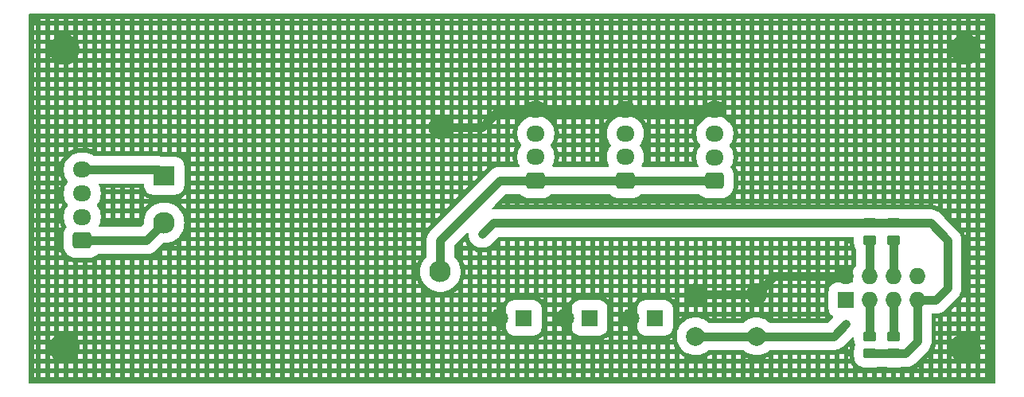
<source format=gbr>
%TF.GenerationSoftware,KiCad,Pcbnew,8.0.7*%
%TF.CreationDate,2025-01-26T18:01:06+01:00*%
%TF.ProjectId,ESP_PZEM004V3,4553505f-505a-4454-9d30-303456332e6b,rev?*%
%TF.SameCoordinates,Original*%
%TF.FileFunction,Copper,L1,Top*%
%TF.FilePolarity,Positive*%
%FSLAX46Y46*%
G04 Gerber Fmt 4.6, Leading zero omitted, Abs format (unit mm)*
G04 Created by KiCad (PCBNEW 8.0.7) date 2025-01-26 18:01:06*
%MOMM*%
%LPD*%
G01*
G04 APERTURE LIST*
G04 Aperture macros list*
%AMRoundRect*
0 Rectangle with rounded corners*
0 $1 Rounding radius*
0 $2 $3 $4 $5 $6 $7 $8 $9 X,Y pos of 4 corners*
0 Add a 4 corners polygon primitive as box body*
4,1,4,$2,$3,$4,$5,$6,$7,$8,$9,$2,$3,0*
0 Add four circle primitives for the rounded corners*
1,1,$1+$1,$2,$3*
1,1,$1+$1,$4,$5*
1,1,$1+$1,$6,$7*
1,1,$1+$1,$8,$9*
0 Add four rect primitives between the rounded corners*
20,1,$1+$1,$2,$3,$4,$5,0*
20,1,$1+$1,$4,$5,$6,$7,0*
20,1,$1+$1,$6,$7,$8,$9,0*
20,1,$1+$1,$8,$9,$2,$3,0*%
G04 Aperture macros list end*
%TA.AperFunction,ComponentPad*%
%ADD10RoundRect,0.250000X0.725000X-0.600000X0.725000X0.600000X-0.725000X0.600000X-0.725000X-0.600000X0*%
%TD*%
%TA.AperFunction,ComponentPad*%
%ADD11O,1.950000X1.700000*%
%TD*%
%TA.AperFunction,SMDPad,CuDef*%
%ADD12RoundRect,0.250000X0.450000X-0.262500X0.450000X0.262500X-0.450000X0.262500X-0.450000X-0.262500X0*%
%TD*%
%TA.AperFunction,ComponentPad*%
%ADD13R,1.727200X1.727200*%
%TD*%
%TA.AperFunction,ComponentPad*%
%ADD14O,1.727200X1.727200*%
%TD*%
%TA.AperFunction,ComponentPad*%
%ADD15R,2.300000X2.000000*%
%TD*%
%TA.AperFunction,ComponentPad*%
%ADD16C,2.300000*%
%TD*%
%TA.AperFunction,ComponentPad*%
%ADD17C,2.000000*%
%TD*%
%TA.AperFunction,ComponentPad*%
%ADD18R,1.800000X1.800000*%
%TD*%
%TA.AperFunction,ComponentPad*%
%ADD19C,1.800000*%
%TD*%
%TA.AperFunction,ViaPad*%
%ADD20C,3.000000*%
%TD*%
%TA.AperFunction,ViaPad*%
%ADD21C,0.800000*%
%TD*%
%TA.AperFunction,Conductor*%
%ADD22C,0.900000*%
%TD*%
G04 APERTURE END LIST*
D10*
%TO.P,J1,1,Pin_1*%
%TO.N,5V*%
X147955000Y-94615000D03*
D11*
%TO.P,J1,2,Pin_2*%
%TO.N,TX*%
X147955000Y-92115000D03*
%TO.P,J1,3,Pin_3*%
%TO.N,RX*%
X147955000Y-89615000D03*
%TO.P,J1,4,Pin_4*%
%TO.N,GNDREF*%
X147955000Y-87115000D03*
%TD*%
D10*
%TO.P,J2,1,Pin_1*%
%TO.N,5V*%
X157480000Y-94615000D03*
D11*
%TO.P,J2,2,Pin_2*%
%TO.N,TX*%
X157480000Y-92115000D03*
%TO.P,J2,3,Pin_3*%
%TO.N,RX*%
X157480000Y-89615000D03*
%TO.P,J2,4,Pin_4*%
%TO.N,GNDREF*%
X157480000Y-87115000D03*
%TD*%
D10*
%TO.P,J3,1,Pin_1*%
%TO.N,5V*%
X167005000Y-94635000D03*
D11*
%TO.P,J3,2,Pin_2*%
%TO.N,TX*%
X167005000Y-92135000D03*
%TO.P,J3,3,Pin_3*%
%TO.N,RX*%
X167005000Y-89635000D03*
%TO.P,J3,4,Pin_4*%
%TO.N,GNDREF*%
X167005000Y-87135000D03*
%TD*%
D12*
%TO.P,R6,1*%
%TO.N,Net-(U2-GPIO2)*%
X183515000Y-100985000D03*
%TO.P,R6,2*%
%TO.N,3.3V*%
X183515000Y-99160000D03*
%TD*%
D10*
%TO.P,J4,1,Pin_1*%
%TO.N,Net-(J4-Pin_1)*%
X99695000Y-100985000D03*
D11*
%TO.P,J4,2,Pin_2*%
%TO.N,unconnected-(J4-Pin_2-Pad2)*%
X99695000Y-98485000D03*
%TO.P,J4,3,Pin_3*%
%TO.N,unconnected-(J4-Pin_3-Pad3)*%
X99695000Y-95985000D03*
%TO.P,J4,4,Pin_4*%
%TO.N,Net-(J4-Pin_4)*%
X99695000Y-93485000D03*
%TD*%
D12*
%TO.P,R5,1*%
%TO.N,3.3V*%
X183515000Y-113030000D03*
%TO.P,R5,2*%
%TO.N,Net-(U2-CH_PD)*%
X183515000Y-111205000D03*
%TD*%
D13*
%TO.P,U2,1,UTXD*%
%TO.N,RX*%
X180975000Y-107335000D03*
D14*
%TO.P,U2,2,GND*%
%TO.N,GNDREF*%
X180975000Y-104795000D03*
%TO.P,U2,3,CH_PD*%
%TO.N,Net-(U2-CH_PD)*%
X183515000Y-107335000D03*
%TO.P,U2,4,GPIO2*%
%TO.N,Net-(U2-GPIO2)*%
X183515000Y-104795000D03*
%TO.P,U2,5,RST*%
%TO.N,Net-(U2-RST)*%
X186055000Y-107335000D03*
%TO.P,U2,6,GPIO0*%
%TO.N,Net-(U2-GPIO0)*%
X186055000Y-104795000D03*
%TO.P,U2,7,VCC*%
%TO.N,3.3V*%
X188595000Y-107335000D03*
%TO.P,U2,8,URXD*%
%TO.N,TX*%
X188595000Y-104795000D03*
%TD*%
D12*
%TO.P,R7,1*%
%TO.N,Net-(U2-GPIO0)*%
X186055000Y-100985000D03*
%TO.P,R7,2*%
%TO.N,3.3V*%
X186055000Y-99160000D03*
%TD*%
%TO.P,R4,1*%
%TO.N,3.3V*%
X186055000Y-113030000D03*
%TO.P,R4,2*%
%TO.N,Net-(U2-RST)*%
X186055000Y-111205000D03*
%TD*%
D15*
%TO.P,PS1,1,AC/L*%
%TO.N,Net-(J4-Pin_4)*%
X108395000Y-94120000D03*
D16*
%TO.P,PS1,2,AC/N*%
%TO.N,Net-(J4-Pin_1)*%
X108395000Y-99120000D03*
%TO.P,PS1,3,-Vout*%
%TO.N,GNDREF*%
X137795000Y-88920000D03*
%TO.P,PS1,4,+Vout*%
%TO.N,5V*%
X137795000Y-104320000D03*
%TD*%
D17*
%TO.P,SW1,1,1*%
%TO.N,GNDREF*%
X171450000Y-106700000D03*
X164950000Y-106700000D03*
%TO.P,SW1,2,2*%
%TO.N,Net-(U2-RST)*%
X171450000Y-111200000D03*
X164950000Y-111200000D03*
%TD*%
D18*
%TO.P,D3,1,K*%
%TO.N,Net-(D3-K)*%
X160655000Y-109240000D03*
D19*
%TO.P,D3,2,A*%
%TO.N,GNDREF*%
X158115000Y-109240000D03*
%TD*%
D18*
%TO.P,D1,1,K*%
%TO.N,Net-(D1-K)*%
X146685000Y-109240000D03*
D19*
%TO.P,D1,2,A*%
%TO.N,GNDREF*%
X144145000Y-109240000D03*
%TD*%
D18*
%TO.P,D2,1,K*%
%TO.N,Net-(D2-K)*%
X153670000Y-109240000D03*
D19*
%TO.P,D2,2,A*%
%TO.N,GNDREF*%
X151130000Y-109240000D03*
%TD*%
D20*
%TO.N,GNDREF*%
X193675000Y-80665000D03*
X97790000Y-80665000D03*
X97790000Y-112415000D03*
X193675000Y-112415000D03*
D21*
%TO.N,3.3V*%
X142240000Y-100330000D03*
%TO.N,Net-(U2-RST)*%
X180975000Y-109855000D03*
%TD*%
D22*
%TO.N,5V*%
X137795000Y-104320000D02*
X137795000Y-100965000D01*
X137795000Y-100965000D02*
X144145000Y-94615000D01*
X157500000Y-94635000D02*
X157480000Y-94615000D01*
X147955000Y-94615000D02*
X157480000Y-94615000D01*
X167005000Y-94635000D02*
X157500000Y-94635000D01*
X144145000Y-94615000D02*
X147955000Y-94615000D01*
%TO.N,GNDREF*%
X147955000Y-87115000D02*
X166985000Y-87115000D01*
X180975000Y-104795000D02*
X173355000Y-104795000D01*
X144025000Y-87115000D02*
X142220000Y-88920000D01*
X166985000Y-87115000D02*
X167005000Y-87135000D01*
X164950000Y-106700000D02*
X171450000Y-106700000D01*
X147955000Y-87115000D02*
X144025000Y-87115000D01*
X173355000Y-104795000D02*
X171450000Y-106700000D01*
X142220000Y-88920000D02*
X137795000Y-88920000D01*
%TO.N,3.3V*%
X191770000Y-100965000D02*
X189965000Y-99160000D01*
X188595000Y-107335000D02*
X188595000Y-111760000D01*
X183515000Y-99160000D02*
X143410000Y-99160000D01*
X188595000Y-107335000D02*
X190480000Y-107335000D01*
X189965000Y-99160000D02*
X186055000Y-99160000D01*
X186055000Y-99160000D02*
X183515000Y-99160000D01*
X188595000Y-111760000D02*
X187325000Y-113030000D01*
X187325000Y-113030000D02*
X183515000Y-113030000D01*
X143410000Y-99160000D02*
X142240000Y-100330000D01*
X190480000Y-107335000D02*
X191770000Y-106045000D01*
X191770000Y-106045000D02*
X191770000Y-100965000D01*
%TO.N,TX*%
X166985000Y-92115000D02*
X167005000Y-92135000D01*
%TO.N,RX*%
X157500000Y-89635000D02*
X157480000Y-89615000D01*
%TO.N,Net-(J4-Pin_1)*%
X99695000Y-100985000D02*
X106530000Y-100985000D01*
X106530000Y-100985000D02*
X108395000Y-99120000D01*
%TO.N,Net-(J4-Pin_4)*%
X107760000Y-93485000D02*
X108395000Y-94120000D01*
X99695000Y-93485000D02*
X107760000Y-93485000D01*
%TO.N,Net-(U2-RST)*%
X164950000Y-111200000D02*
X171450000Y-111200000D01*
X171450000Y-111200000D02*
X179630000Y-111200000D01*
X179630000Y-111200000D02*
X180975000Y-109855000D01*
X186055000Y-107335000D02*
X186055000Y-111205000D01*
%TO.N,Net-(U2-CH_PD)*%
X183515000Y-111205000D02*
X183515000Y-107335000D01*
%TO.N,Net-(U2-GPIO2)*%
X183515000Y-100985000D02*
X183515000Y-104795000D01*
%TO.N,Net-(U2-GPIO0)*%
X186055000Y-100985000D02*
X186055000Y-104795000D01*
%TD*%
%TA.AperFunction,Conductor*%
%TO.N,GNDREF*%
G36*
X196793039Y-76874685D02*
G01*
X196838794Y-76927489D01*
X196850000Y-76979000D01*
X196850000Y-116081000D01*
X196830315Y-116148039D01*
X196777511Y-116193794D01*
X196726000Y-116205000D01*
X94104000Y-116205000D01*
X94036961Y-116185315D01*
X93991206Y-116132511D01*
X93980000Y-116081000D01*
X93980000Y-115581000D01*
X94604000Y-115581000D01*
X94730000Y-115581000D01*
X95228000Y-115581000D01*
X95730000Y-115581000D01*
X96228000Y-115581000D01*
X96730000Y-115581000D01*
X97228000Y-115581000D01*
X97730000Y-115581000D01*
X98228000Y-115581000D01*
X98730000Y-115581000D01*
X99228000Y-115581000D01*
X99730000Y-115581000D01*
X100228000Y-115581000D01*
X100730000Y-115581000D01*
X101228000Y-115581000D01*
X101730000Y-115581000D01*
X102228000Y-115581000D01*
X102730000Y-115581000D01*
X103228000Y-115581000D01*
X103730000Y-115581000D01*
X104228000Y-115581000D01*
X104730000Y-115581000D01*
X105228000Y-115581000D01*
X105730000Y-115581000D01*
X106228000Y-115581000D01*
X106730000Y-115581000D01*
X107228000Y-115581000D01*
X107730000Y-115581000D01*
X108228000Y-115581000D01*
X108730000Y-115581000D01*
X109228000Y-115581000D01*
X109730000Y-115581000D01*
X110228000Y-115581000D01*
X110730000Y-115581000D01*
X111228000Y-115581000D01*
X111730000Y-115581000D01*
X112228000Y-115581000D01*
X112730000Y-115581000D01*
X113228000Y-115581000D01*
X113730000Y-115581000D01*
X114228000Y-115581000D01*
X114730000Y-115581000D01*
X115228000Y-115581000D01*
X115730000Y-115581000D01*
X116228000Y-115581000D01*
X116730000Y-115581000D01*
X117228000Y-115581000D01*
X117730000Y-115581000D01*
X118228000Y-115581000D01*
X118730000Y-115581000D01*
X119228000Y-115581000D01*
X119730000Y-115581000D01*
X120228000Y-115581000D01*
X120730000Y-115581000D01*
X121228000Y-115581000D01*
X121730000Y-115581000D01*
X122228000Y-115581000D01*
X122730000Y-115581000D01*
X123228000Y-115581000D01*
X123730000Y-115581000D01*
X124228000Y-115581000D01*
X124730000Y-115581000D01*
X125228000Y-115581000D01*
X125730000Y-115581000D01*
X126228000Y-115581000D01*
X126730000Y-115581000D01*
X127228000Y-115581000D01*
X127730000Y-115581000D01*
X128228000Y-115581000D01*
X128730000Y-115581000D01*
X129228000Y-115581000D01*
X129730000Y-115581000D01*
X130228000Y-115581000D01*
X130730000Y-115581000D01*
X131228000Y-115581000D01*
X131730000Y-115581000D01*
X132228000Y-115581000D01*
X132730000Y-115581000D01*
X133228000Y-115581000D01*
X133730000Y-115581000D01*
X134228000Y-115581000D01*
X134730000Y-115581000D01*
X135228000Y-115581000D01*
X135730000Y-115581000D01*
X136228000Y-115581000D01*
X136730000Y-115581000D01*
X137228000Y-115581000D01*
X137730000Y-115581000D01*
X138228000Y-115581000D01*
X138730000Y-115581000D01*
X139228000Y-115581000D01*
X139730000Y-115581000D01*
X140228000Y-115581000D01*
X140730000Y-115581000D01*
X141228000Y-115581000D01*
X141730000Y-115581000D01*
X142228000Y-115581000D01*
X142730000Y-115581000D01*
X143228000Y-115581000D01*
X143730000Y-115581000D01*
X144228000Y-115581000D01*
X144730000Y-115581000D01*
X145228000Y-115581000D01*
X145730000Y-115581000D01*
X146228000Y-115581000D01*
X146730000Y-115581000D01*
X147228000Y-115581000D01*
X147730000Y-115581000D01*
X148228000Y-115581000D01*
X148730000Y-115581000D01*
X149228000Y-115581000D01*
X149730000Y-115581000D01*
X150228000Y-115581000D01*
X150730000Y-115581000D01*
X151228000Y-115581000D01*
X151730000Y-115581000D01*
X152228000Y-115581000D01*
X152730000Y-115581000D01*
X153228000Y-115581000D01*
X153730000Y-115581000D01*
X154228000Y-115581000D01*
X154730000Y-115581000D01*
X155228000Y-115581000D01*
X155730000Y-115581000D01*
X156228000Y-115581000D01*
X156730000Y-115581000D01*
X157228000Y-115581000D01*
X157730000Y-115581000D01*
X158228000Y-115581000D01*
X158730000Y-115581000D01*
X159228000Y-115581000D01*
X159730000Y-115581000D01*
X160228000Y-115581000D01*
X160730000Y-115581000D01*
X161228000Y-115581000D01*
X161730000Y-115581000D01*
X162228000Y-115581000D01*
X162730000Y-115581000D01*
X163228000Y-115581000D01*
X163730000Y-115581000D01*
X164228000Y-115581000D01*
X164730000Y-115581000D01*
X165228000Y-115581000D01*
X165730000Y-115581000D01*
X166228000Y-115581000D01*
X166730000Y-115581000D01*
X167228000Y-115581000D01*
X167730000Y-115581000D01*
X168228000Y-115581000D01*
X168730000Y-115581000D01*
X169228000Y-115581000D01*
X169730000Y-115581000D01*
X170228000Y-115581000D01*
X170730000Y-115581000D01*
X171228000Y-115581000D01*
X171730000Y-115581000D01*
X172228000Y-115581000D01*
X172730000Y-115581000D01*
X173228000Y-115581000D01*
X173730000Y-115581000D01*
X174228000Y-115581000D01*
X174730000Y-115581000D01*
X175228000Y-115581000D01*
X175730000Y-115581000D01*
X176228000Y-115581000D01*
X176730000Y-115581000D01*
X177228000Y-115581000D01*
X177730000Y-115581000D01*
X178228000Y-115581000D01*
X178730000Y-115581000D01*
X179228000Y-115581000D01*
X179730000Y-115581000D01*
X180228000Y-115581000D01*
X180730000Y-115581000D01*
X181228000Y-115581000D01*
X181730000Y-115581000D01*
X182228000Y-115581000D01*
X182730000Y-115581000D01*
X183228000Y-115581000D01*
X183730000Y-115581000D01*
X184228000Y-115581000D01*
X184730000Y-115581000D01*
X185228000Y-115581000D01*
X185730000Y-115581000D01*
X186228000Y-115581000D01*
X186730000Y-115581000D01*
X187228000Y-115581000D01*
X187730000Y-115581000D01*
X188228000Y-115581000D01*
X188730000Y-115581000D01*
X189228000Y-115581000D01*
X189730000Y-115581000D01*
X190228000Y-115581000D01*
X190730000Y-115581000D01*
X191228000Y-115581000D01*
X191730000Y-115581000D01*
X192228000Y-115581000D01*
X192730000Y-115581000D01*
X193228000Y-115581000D01*
X193730000Y-115581000D01*
X194228000Y-115581000D01*
X194730000Y-115581000D01*
X195228000Y-115581000D01*
X195730000Y-115581000D01*
X195730000Y-115103000D01*
X195228000Y-115103000D01*
X195228000Y-115581000D01*
X194730000Y-115581000D01*
X194730000Y-115103000D01*
X194228000Y-115103000D01*
X194228000Y-115581000D01*
X193730000Y-115581000D01*
X193730000Y-115103000D01*
X193228000Y-115103000D01*
X193228000Y-115581000D01*
X192730000Y-115581000D01*
X192730000Y-115103000D01*
X192228000Y-115103000D01*
X192228000Y-115581000D01*
X191730000Y-115581000D01*
X191730000Y-115103000D01*
X191228000Y-115103000D01*
X191228000Y-115581000D01*
X190730000Y-115581000D01*
X190730000Y-115103000D01*
X190228000Y-115103000D01*
X190228000Y-115581000D01*
X189730000Y-115581000D01*
X189730000Y-115103000D01*
X189228000Y-115103000D01*
X189228000Y-115581000D01*
X188730000Y-115581000D01*
X188730000Y-115103000D01*
X188228000Y-115103000D01*
X188228000Y-115581000D01*
X187730000Y-115581000D01*
X187730000Y-115103000D01*
X187228000Y-115103000D01*
X187228000Y-115581000D01*
X186730000Y-115581000D01*
X186730000Y-115103000D01*
X186228000Y-115103000D01*
X186228000Y-115581000D01*
X185730000Y-115581000D01*
X185730000Y-115103000D01*
X185228000Y-115103000D01*
X185228000Y-115581000D01*
X184730000Y-115581000D01*
X184730000Y-115103000D01*
X184228000Y-115103000D01*
X184228000Y-115581000D01*
X183730000Y-115581000D01*
X183730000Y-115103000D01*
X183228000Y-115103000D01*
X183228000Y-115581000D01*
X182730000Y-115581000D01*
X182730000Y-115103000D01*
X182228000Y-115103000D01*
X182228000Y-115581000D01*
X181730000Y-115581000D01*
X181730000Y-115103000D01*
X181228000Y-115103000D01*
X181228000Y-115581000D01*
X180730000Y-115581000D01*
X180730000Y-115103000D01*
X180228000Y-115103000D01*
X180228000Y-115581000D01*
X179730000Y-115581000D01*
X179730000Y-115103000D01*
X179228000Y-115103000D01*
X179228000Y-115581000D01*
X178730000Y-115581000D01*
X178730000Y-115103000D01*
X178228000Y-115103000D01*
X178228000Y-115581000D01*
X177730000Y-115581000D01*
X177730000Y-115103000D01*
X177228000Y-115103000D01*
X177228000Y-115581000D01*
X176730000Y-115581000D01*
X176730000Y-115103000D01*
X176228000Y-115103000D01*
X176228000Y-115581000D01*
X175730000Y-115581000D01*
X175730000Y-115103000D01*
X175228000Y-115103000D01*
X175228000Y-115581000D01*
X174730000Y-115581000D01*
X174730000Y-115103000D01*
X174228000Y-115103000D01*
X174228000Y-115581000D01*
X173730000Y-115581000D01*
X173730000Y-115103000D01*
X173228000Y-115103000D01*
X173228000Y-115581000D01*
X172730000Y-115581000D01*
X172730000Y-115103000D01*
X172228000Y-115103000D01*
X172228000Y-115581000D01*
X171730000Y-115581000D01*
X171730000Y-115103000D01*
X171228000Y-115103000D01*
X171228000Y-115581000D01*
X170730000Y-115581000D01*
X170730000Y-115103000D01*
X170228000Y-115103000D01*
X170228000Y-115581000D01*
X169730000Y-115581000D01*
X169730000Y-115103000D01*
X169228000Y-115103000D01*
X169228000Y-115581000D01*
X168730000Y-115581000D01*
X168730000Y-115103000D01*
X168228000Y-115103000D01*
X168228000Y-115581000D01*
X167730000Y-115581000D01*
X167730000Y-115103000D01*
X167228000Y-115103000D01*
X167228000Y-115581000D01*
X166730000Y-115581000D01*
X166730000Y-115103000D01*
X166228000Y-115103000D01*
X166228000Y-115581000D01*
X165730000Y-115581000D01*
X165730000Y-115103000D01*
X165228000Y-115103000D01*
X165228000Y-115581000D01*
X164730000Y-115581000D01*
X164730000Y-115103000D01*
X164228000Y-115103000D01*
X164228000Y-115581000D01*
X163730000Y-115581000D01*
X163730000Y-115103000D01*
X163228000Y-115103000D01*
X163228000Y-115581000D01*
X162730000Y-115581000D01*
X162730000Y-115103000D01*
X162228000Y-115103000D01*
X162228000Y-115581000D01*
X161730000Y-115581000D01*
X161730000Y-115103000D01*
X161228000Y-115103000D01*
X161228000Y-115581000D01*
X160730000Y-115581000D01*
X160730000Y-115103000D01*
X160228000Y-115103000D01*
X160228000Y-115581000D01*
X159730000Y-115581000D01*
X159730000Y-115103000D01*
X159228000Y-115103000D01*
X159228000Y-115581000D01*
X158730000Y-115581000D01*
X158730000Y-115103000D01*
X158228000Y-115103000D01*
X158228000Y-115581000D01*
X157730000Y-115581000D01*
X157730000Y-115103000D01*
X157228000Y-115103000D01*
X157228000Y-115581000D01*
X156730000Y-115581000D01*
X156730000Y-115103000D01*
X156228000Y-115103000D01*
X156228000Y-115581000D01*
X155730000Y-115581000D01*
X155730000Y-115103000D01*
X155228000Y-115103000D01*
X155228000Y-115581000D01*
X154730000Y-115581000D01*
X154730000Y-115103000D01*
X154228000Y-115103000D01*
X154228000Y-115581000D01*
X153730000Y-115581000D01*
X153730000Y-115103000D01*
X153228000Y-115103000D01*
X153228000Y-115581000D01*
X152730000Y-115581000D01*
X152730000Y-115103000D01*
X152228000Y-115103000D01*
X152228000Y-115581000D01*
X151730000Y-115581000D01*
X151730000Y-115103000D01*
X151228000Y-115103000D01*
X151228000Y-115581000D01*
X150730000Y-115581000D01*
X150730000Y-115103000D01*
X150228000Y-115103000D01*
X150228000Y-115581000D01*
X149730000Y-115581000D01*
X149730000Y-115103000D01*
X149228000Y-115103000D01*
X149228000Y-115581000D01*
X148730000Y-115581000D01*
X148730000Y-115103000D01*
X148228000Y-115103000D01*
X148228000Y-115581000D01*
X147730000Y-115581000D01*
X147730000Y-115103000D01*
X147228000Y-115103000D01*
X147228000Y-115581000D01*
X146730000Y-115581000D01*
X146730000Y-115103000D01*
X146228000Y-115103000D01*
X146228000Y-115581000D01*
X145730000Y-115581000D01*
X145730000Y-115103000D01*
X145228000Y-115103000D01*
X145228000Y-115581000D01*
X144730000Y-115581000D01*
X144730000Y-115103000D01*
X144228000Y-115103000D01*
X144228000Y-115581000D01*
X143730000Y-115581000D01*
X143730000Y-115103000D01*
X143228000Y-115103000D01*
X143228000Y-115581000D01*
X142730000Y-115581000D01*
X142730000Y-115103000D01*
X142228000Y-115103000D01*
X142228000Y-115581000D01*
X141730000Y-115581000D01*
X141730000Y-115103000D01*
X141228000Y-115103000D01*
X141228000Y-115581000D01*
X140730000Y-115581000D01*
X140730000Y-115103000D01*
X140228000Y-115103000D01*
X140228000Y-115581000D01*
X139730000Y-115581000D01*
X139730000Y-115103000D01*
X139228000Y-115103000D01*
X139228000Y-115581000D01*
X138730000Y-115581000D01*
X138730000Y-115103000D01*
X138228000Y-115103000D01*
X138228000Y-115581000D01*
X137730000Y-115581000D01*
X137730000Y-115103000D01*
X137228000Y-115103000D01*
X137228000Y-115581000D01*
X136730000Y-115581000D01*
X136730000Y-115103000D01*
X136228000Y-115103000D01*
X136228000Y-115581000D01*
X135730000Y-115581000D01*
X135730000Y-115103000D01*
X135228000Y-115103000D01*
X135228000Y-115581000D01*
X134730000Y-115581000D01*
X134730000Y-115103000D01*
X134228000Y-115103000D01*
X134228000Y-115581000D01*
X133730000Y-115581000D01*
X133730000Y-115103000D01*
X133228000Y-115103000D01*
X133228000Y-115581000D01*
X132730000Y-115581000D01*
X132730000Y-115103000D01*
X132228000Y-115103000D01*
X132228000Y-115581000D01*
X131730000Y-115581000D01*
X131730000Y-115103000D01*
X131228000Y-115103000D01*
X131228000Y-115581000D01*
X130730000Y-115581000D01*
X130730000Y-115103000D01*
X130228000Y-115103000D01*
X130228000Y-115581000D01*
X129730000Y-115581000D01*
X129730000Y-115103000D01*
X129228000Y-115103000D01*
X129228000Y-115581000D01*
X128730000Y-115581000D01*
X128730000Y-115103000D01*
X128228000Y-115103000D01*
X128228000Y-115581000D01*
X127730000Y-115581000D01*
X127730000Y-115103000D01*
X127228000Y-115103000D01*
X127228000Y-115581000D01*
X126730000Y-115581000D01*
X126730000Y-115103000D01*
X126228000Y-115103000D01*
X126228000Y-115581000D01*
X125730000Y-115581000D01*
X125730000Y-115103000D01*
X125228000Y-115103000D01*
X125228000Y-115581000D01*
X124730000Y-115581000D01*
X124730000Y-115103000D01*
X124228000Y-115103000D01*
X124228000Y-115581000D01*
X123730000Y-115581000D01*
X123730000Y-115103000D01*
X123228000Y-115103000D01*
X123228000Y-115581000D01*
X122730000Y-115581000D01*
X122730000Y-115103000D01*
X122228000Y-115103000D01*
X122228000Y-115581000D01*
X121730000Y-115581000D01*
X121730000Y-115103000D01*
X121228000Y-115103000D01*
X121228000Y-115581000D01*
X120730000Y-115581000D01*
X120730000Y-115103000D01*
X120228000Y-115103000D01*
X120228000Y-115581000D01*
X119730000Y-115581000D01*
X119730000Y-115103000D01*
X119228000Y-115103000D01*
X119228000Y-115581000D01*
X118730000Y-115581000D01*
X118730000Y-115103000D01*
X118228000Y-115103000D01*
X118228000Y-115581000D01*
X117730000Y-115581000D01*
X117730000Y-115103000D01*
X117228000Y-115103000D01*
X117228000Y-115581000D01*
X116730000Y-115581000D01*
X116730000Y-115103000D01*
X116228000Y-115103000D01*
X116228000Y-115581000D01*
X115730000Y-115581000D01*
X115730000Y-115103000D01*
X115228000Y-115103000D01*
X115228000Y-115581000D01*
X114730000Y-115581000D01*
X114730000Y-115103000D01*
X114228000Y-115103000D01*
X114228000Y-115581000D01*
X113730000Y-115581000D01*
X113730000Y-115103000D01*
X113228000Y-115103000D01*
X113228000Y-115581000D01*
X112730000Y-115581000D01*
X112730000Y-115103000D01*
X112228000Y-115103000D01*
X112228000Y-115581000D01*
X111730000Y-115581000D01*
X111730000Y-115103000D01*
X111228000Y-115103000D01*
X111228000Y-115581000D01*
X110730000Y-115581000D01*
X110730000Y-115103000D01*
X110228000Y-115103000D01*
X110228000Y-115581000D01*
X109730000Y-115581000D01*
X109730000Y-115103000D01*
X109228000Y-115103000D01*
X109228000Y-115581000D01*
X108730000Y-115581000D01*
X108730000Y-115103000D01*
X108228000Y-115103000D01*
X108228000Y-115581000D01*
X107730000Y-115581000D01*
X107730000Y-115103000D01*
X107228000Y-115103000D01*
X107228000Y-115581000D01*
X106730000Y-115581000D01*
X106730000Y-115103000D01*
X106228000Y-115103000D01*
X106228000Y-115581000D01*
X105730000Y-115581000D01*
X105730000Y-115103000D01*
X105228000Y-115103000D01*
X105228000Y-115581000D01*
X104730000Y-115581000D01*
X104730000Y-115103000D01*
X104228000Y-115103000D01*
X104228000Y-115581000D01*
X103730000Y-115581000D01*
X103730000Y-115103000D01*
X103228000Y-115103000D01*
X103228000Y-115581000D01*
X102730000Y-115581000D01*
X102730000Y-115103000D01*
X102228000Y-115103000D01*
X102228000Y-115581000D01*
X101730000Y-115581000D01*
X101730000Y-115103000D01*
X101228000Y-115103000D01*
X101228000Y-115581000D01*
X100730000Y-115581000D01*
X100730000Y-115103000D01*
X100228000Y-115103000D01*
X100228000Y-115581000D01*
X99730000Y-115581000D01*
X99730000Y-115103000D01*
X99228000Y-115103000D01*
X99228000Y-115581000D01*
X98730000Y-115581000D01*
X98730000Y-115103000D01*
X98228000Y-115103000D01*
X98228000Y-115581000D01*
X97730000Y-115581000D01*
X97730000Y-115103000D01*
X97228000Y-115103000D01*
X97228000Y-115581000D01*
X96730000Y-115581000D01*
X96730000Y-115103000D01*
X96228000Y-115103000D01*
X96228000Y-115581000D01*
X95730000Y-115581000D01*
X95730000Y-115103000D01*
X95228000Y-115103000D01*
X95228000Y-115581000D01*
X94730000Y-115581000D01*
X94730000Y-115103000D01*
X94604000Y-115103000D01*
X94604000Y-115581000D01*
X93980000Y-115581000D01*
X93980000Y-114605000D01*
X94604000Y-114605000D01*
X94730000Y-114605000D01*
X95228000Y-114605000D01*
X95730000Y-114605000D01*
X96228000Y-114605000D01*
X96730000Y-114605000D01*
X97228000Y-114605000D01*
X97730000Y-114605000D01*
X98228000Y-114605000D01*
X98730000Y-114605000D01*
X99228000Y-114605000D01*
X99730000Y-114605000D01*
X100228000Y-114605000D01*
X100730000Y-114605000D01*
X101228000Y-114605000D01*
X101730000Y-114605000D01*
X102228000Y-114605000D01*
X102730000Y-114605000D01*
X103228000Y-114605000D01*
X103730000Y-114605000D01*
X104228000Y-114605000D01*
X104730000Y-114605000D01*
X105228000Y-114605000D01*
X105730000Y-114605000D01*
X106228000Y-114605000D01*
X106730000Y-114605000D01*
X107228000Y-114605000D01*
X107730000Y-114605000D01*
X108228000Y-114605000D01*
X108730000Y-114605000D01*
X109228000Y-114605000D01*
X109730000Y-114605000D01*
X110228000Y-114605000D01*
X110730000Y-114605000D01*
X111228000Y-114605000D01*
X111730000Y-114605000D01*
X112228000Y-114605000D01*
X112730000Y-114605000D01*
X113228000Y-114605000D01*
X113730000Y-114605000D01*
X114228000Y-114605000D01*
X114730000Y-114605000D01*
X115228000Y-114605000D01*
X115730000Y-114605000D01*
X116228000Y-114605000D01*
X116730000Y-114605000D01*
X117228000Y-114605000D01*
X117730000Y-114605000D01*
X118228000Y-114605000D01*
X118730000Y-114605000D01*
X119228000Y-114605000D01*
X119730000Y-114605000D01*
X120228000Y-114605000D01*
X120730000Y-114605000D01*
X121228000Y-114605000D01*
X121730000Y-114605000D01*
X122228000Y-114605000D01*
X122730000Y-114605000D01*
X123228000Y-114605000D01*
X123730000Y-114605000D01*
X124228000Y-114605000D01*
X124730000Y-114605000D01*
X125228000Y-114605000D01*
X125730000Y-114605000D01*
X126228000Y-114605000D01*
X126730000Y-114605000D01*
X127228000Y-114605000D01*
X127730000Y-114605000D01*
X128228000Y-114605000D01*
X128730000Y-114605000D01*
X129228000Y-114605000D01*
X129730000Y-114605000D01*
X130228000Y-114605000D01*
X130730000Y-114605000D01*
X131228000Y-114605000D01*
X131730000Y-114605000D01*
X132228000Y-114605000D01*
X132730000Y-114605000D01*
X133228000Y-114605000D01*
X133730000Y-114605000D01*
X134228000Y-114605000D01*
X134730000Y-114605000D01*
X135228000Y-114605000D01*
X135730000Y-114605000D01*
X136228000Y-114605000D01*
X136730000Y-114605000D01*
X137228000Y-114605000D01*
X137730000Y-114605000D01*
X138228000Y-114605000D01*
X138730000Y-114605000D01*
X139228000Y-114605000D01*
X139730000Y-114605000D01*
X140228000Y-114605000D01*
X140730000Y-114605000D01*
X141228000Y-114605000D01*
X141730000Y-114605000D01*
X142228000Y-114605000D01*
X142730000Y-114605000D01*
X143228000Y-114605000D01*
X143730000Y-114605000D01*
X144228000Y-114605000D01*
X144730000Y-114605000D01*
X145228000Y-114605000D01*
X145730000Y-114605000D01*
X146228000Y-114605000D01*
X146730000Y-114605000D01*
X147228000Y-114605000D01*
X147730000Y-114605000D01*
X148228000Y-114605000D01*
X148730000Y-114605000D01*
X149228000Y-114605000D01*
X149730000Y-114605000D01*
X150228000Y-114605000D01*
X150730000Y-114605000D01*
X151228000Y-114605000D01*
X151730000Y-114605000D01*
X152228000Y-114605000D01*
X152730000Y-114605000D01*
X153228000Y-114605000D01*
X153730000Y-114605000D01*
X154228000Y-114605000D01*
X154730000Y-114605000D01*
X155228000Y-114605000D01*
X155730000Y-114605000D01*
X156228000Y-114605000D01*
X156730000Y-114605000D01*
X157228000Y-114605000D01*
X157730000Y-114605000D01*
X158228000Y-114605000D01*
X158730000Y-114605000D01*
X159228000Y-114605000D01*
X159730000Y-114605000D01*
X160228000Y-114605000D01*
X160730000Y-114605000D01*
X161228000Y-114605000D01*
X161730000Y-114605000D01*
X162228000Y-114605000D01*
X162730000Y-114605000D01*
X163228000Y-114605000D01*
X163730000Y-114605000D01*
X164228000Y-114605000D01*
X164730000Y-114605000D01*
X165228000Y-114605000D01*
X165730000Y-114605000D01*
X166228000Y-114605000D01*
X166730000Y-114605000D01*
X167228000Y-114605000D01*
X167730000Y-114605000D01*
X168228000Y-114605000D01*
X168730000Y-114605000D01*
X169228000Y-114605000D01*
X169730000Y-114605000D01*
X170228000Y-114605000D01*
X170730000Y-114605000D01*
X171228000Y-114605000D01*
X171730000Y-114605000D01*
X172228000Y-114605000D01*
X172730000Y-114605000D01*
X173228000Y-114605000D01*
X173730000Y-114605000D01*
X174228000Y-114605000D01*
X174730000Y-114605000D01*
X175228000Y-114605000D01*
X175730000Y-114605000D01*
X176228000Y-114605000D01*
X176730000Y-114605000D01*
X177228000Y-114605000D01*
X177730000Y-114605000D01*
X178228000Y-114605000D01*
X178730000Y-114605000D01*
X179228000Y-114605000D01*
X179730000Y-114605000D01*
X180228000Y-114605000D01*
X180730000Y-114605000D01*
X181228000Y-114605000D01*
X181730000Y-114605000D01*
X188472182Y-114605000D01*
X188730000Y-114605000D01*
X189228000Y-114605000D01*
X189730000Y-114605000D01*
X190228000Y-114605000D01*
X190730000Y-114605000D01*
X191228000Y-114605000D01*
X191730000Y-114605000D01*
X192228000Y-114605000D01*
X192730000Y-114605000D01*
X193228000Y-114605000D01*
X193730000Y-114605000D01*
X194228000Y-114605000D01*
X194730000Y-114605000D01*
X195228000Y-114605000D01*
X195730000Y-114605000D01*
X195730000Y-114103000D01*
X195228000Y-114103000D01*
X195228000Y-114605000D01*
X194730000Y-114605000D01*
X194730000Y-114103000D01*
X194228000Y-114103000D01*
X194228000Y-114605000D01*
X193730000Y-114605000D01*
X193730000Y-114103000D01*
X193228000Y-114103000D01*
X193228000Y-114605000D01*
X192730000Y-114605000D01*
X192730000Y-114103000D01*
X192228000Y-114103000D01*
X192228000Y-114605000D01*
X191730000Y-114605000D01*
X191730000Y-114103000D01*
X191228000Y-114103000D01*
X191228000Y-114605000D01*
X190730000Y-114605000D01*
X190730000Y-114103000D01*
X190228000Y-114103000D01*
X190228000Y-114605000D01*
X189730000Y-114605000D01*
X189730000Y-114103000D01*
X189228000Y-114103000D01*
X189228000Y-114605000D01*
X188730000Y-114605000D01*
X188730000Y-114380594D01*
X188615160Y-114495434D01*
X188611657Y-114498803D01*
X188604449Y-114505467D01*
X188600802Y-114508708D01*
X188585925Y-114521414D01*
X188582162Y-114524502D01*
X188574447Y-114530584D01*
X188570562Y-114533525D01*
X188496020Y-114587680D01*
X188472182Y-114605000D01*
X181730000Y-114605000D01*
X181730000Y-114429390D01*
X181729729Y-114429094D01*
X181726069Y-114424904D01*
X181711739Y-114407741D01*
X181708264Y-114403383D01*
X181701462Y-114394449D01*
X181698193Y-114389950D01*
X181557267Y-114186537D01*
X181554198Y-114181888D01*
X181548225Y-114172381D01*
X181545369Y-114167600D01*
X181534336Y-114148152D01*
X181531703Y-114143259D01*
X181526611Y-114133265D01*
X181524198Y-114128253D01*
X181512728Y-114103000D01*
X181228000Y-114103000D01*
X181228000Y-114605000D01*
X180730000Y-114605000D01*
X180730000Y-114103000D01*
X180228000Y-114103000D01*
X180228000Y-114605000D01*
X179730000Y-114605000D01*
X179730000Y-114103000D01*
X179228000Y-114103000D01*
X179228000Y-114605000D01*
X178730000Y-114605000D01*
X178730000Y-114103000D01*
X178228000Y-114103000D01*
X178228000Y-114605000D01*
X177730000Y-114605000D01*
X177730000Y-114103000D01*
X177228000Y-114103000D01*
X177228000Y-114605000D01*
X176730000Y-114605000D01*
X176730000Y-114103000D01*
X176228000Y-114103000D01*
X176228000Y-114605000D01*
X175730000Y-114605000D01*
X175730000Y-114103000D01*
X175228000Y-114103000D01*
X175228000Y-114605000D01*
X174730000Y-114605000D01*
X174730000Y-114103000D01*
X174228000Y-114103000D01*
X174228000Y-114605000D01*
X173730000Y-114605000D01*
X173730000Y-114103000D01*
X173228000Y-114103000D01*
X173228000Y-114605000D01*
X172730000Y-114605000D01*
X172730000Y-114103000D01*
X172228000Y-114103000D01*
X172228000Y-114605000D01*
X171730000Y-114605000D01*
X171730000Y-114103000D01*
X171228000Y-114103000D01*
X171228000Y-114605000D01*
X170730000Y-114605000D01*
X170730000Y-114103000D01*
X170228000Y-114103000D01*
X170228000Y-114605000D01*
X169730000Y-114605000D01*
X169730000Y-114103000D01*
X169228000Y-114103000D01*
X169228000Y-114605000D01*
X168730000Y-114605000D01*
X168730000Y-114103000D01*
X168228000Y-114103000D01*
X168228000Y-114605000D01*
X167730000Y-114605000D01*
X167730000Y-114103000D01*
X167228000Y-114103000D01*
X167228000Y-114605000D01*
X166730000Y-114605000D01*
X166730000Y-114103000D01*
X166228000Y-114103000D01*
X166228000Y-114605000D01*
X165730000Y-114605000D01*
X165730000Y-114103000D01*
X165228000Y-114103000D01*
X165228000Y-114605000D01*
X164730000Y-114605000D01*
X164730000Y-114103000D01*
X164228000Y-114103000D01*
X164228000Y-114605000D01*
X163730000Y-114605000D01*
X163730000Y-114103000D01*
X163228000Y-114103000D01*
X163228000Y-114605000D01*
X162730000Y-114605000D01*
X162730000Y-114103000D01*
X162228000Y-114103000D01*
X162228000Y-114605000D01*
X161730000Y-114605000D01*
X161730000Y-114103000D01*
X161228000Y-114103000D01*
X161228000Y-114605000D01*
X160730000Y-114605000D01*
X160730000Y-114103000D01*
X160228000Y-114103000D01*
X160228000Y-114605000D01*
X159730000Y-114605000D01*
X159730000Y-114103000D01*
X159228000Y-114103000D01*
X159228000Y-114605000D01*
X158730000Y-114605000D01*
X158730000Y-114103000D01*
X158228000Y-114103000D01*
X158228000Y-114605000D01*
X157730000Y-114605000D01*
X157730000Y-114103000D01*
X157228000Y-114103000D01*
X157228000Y-114605000D01*
X156730000Y-114605000D01*
X156730000Y-114103000D01*
X156228000Y-114103000D01*
X156228000Y-114605000D01*
X155730000Y-114605000D01*
X155730000Y-114103000D01*
X155228000Y-114103000D01*
X155228000Y-114605000D01*
X154730000Y-114605000D01*
X154730000Y-114103000D01*
X154228000Y-114103000D01*
X154228000Y-114605000D01*
X153730000Y-114605000D01*
X153730000Y-114103000D01*
X153228000Y-114103000D01*
X153228000Y-114605000D01*
X152730000Y-114605000D01*
X152730000Y-114103000D01*
X152228000Y-114103000D01*
X152228000Y-114605000D01*
X151730000Y-114605000D01*
X151730000Y-114103000D01*
X151228000Y-114103000D01*
X151228000Y-114605000D01*
X150730000Y-114605000D01*
X150730000Y-114103000D01*
X150228000Y-114103000D01*
X150228000Y-114605000D01*
X149730000Y-114605000D01*
X149730000Y-114103000D01*
X149228000Y-114103000D01*
X149228000Y-114605000D01*
X148730000Y-114605000D01*
X148730000Y-114103000D01*
X148228000Y-114103000D01*
X148228000Y-114605000D01*
X147730000Y-114605000D01*
X147730000Y-114103000D01*
X147228000Y-114103000D01*
X147228000Y-114605000D01*
X146730000Y-114605000D01*
X146730000Y-114103000D01*
X146228000Y-114103000D01*
X146228000Y-114605000D01*
X145730000Y-114605000D01*
X145730000Y-114103000D01*
X145228000Y-114103000D01*
X145228000Y-114605000D01*
X144730000Y-114605000D01*
X144730000Y-114103000D01*
X144228000Y-114103000D01*
X144228000Y-114605000D01*
X143730000Y-114605000D01*
X143730000Y-114103000D01*
X143228000Y-114103000D01*
X143228000Y-114605000D01*
X142730000Y-114605000D01*
X142730000Y-114103000D01*
X142228000Y-114103000D01*
X142228000Y-114605000D01*
X141730000Y-114605000D01*
X141730000Y-114103000D01*
X141228000Y-114103000D01*
X141228000Y-114605000D01*
X140730000Y-114605000D01*
X140730000Y-114103000D01*
X140228000Y-114103000D01*
X140228000Y-114605000D01*
X139730000Y-114605000D01*
X139730000Y-114103000D01*
X139228000Y-114103000D01*
X139228000Y-114605000D01*
X138730000Y-114605000D01*
X138730000Y-114103000D01*
X138228000Y-114103000D01*
X138228000Y-114605000D01*
X137730000Y-114605000D01*
X137730000Y-114103000D01*
X137228000Y-114103000D01*
X137228000Y-114605000D01*
X136730000Y-114605000D01*
X136730000Y-114103000D01*
X136228000Y-114103000D01*
X136228000Y-114605000D01*
X135730000Y-114605000D01*
X135730000Y-114103000D01*
X135228000Y-114103000D01*
X135228000Y-114605000D01*
X134730000Y-114605000D01*
X134730000Y-114103000D01*
X134228000Y-114103000D01*
X134228000Y-114605000D01*
X133730000Y-114605000D01*
X133730000Y-114103000D01*
X133228000Y-114103000D01*
X133228000Y-114605000D01*
X132730000Y-114605000D01*
X132730000Y-114103000D01*
X132228000Y-114103000D01*
X132228000Y-114605000D01*
X131730000Y-114605000D01*
X131730000Y-114103000D01*
X131228000Y-114103000D01*
X131228000Y-114605000D01*
X130730000Y-114605000D01*
X130730000Y-114103000D01*
X130228000Y-114103000D01*
X130228000Y-114605000D01*
X129730000Y-114605000D01*
X129730000Y-114103000D01*
X129228000Y-114103000D01*
X129228000Y-114605000D01*
X128730000Y-114605000D01*
X128730000Y-114103000D01*
X128228000Y-114103000D01*
X128228000Y-114605000D01*
X127730000Y-114605000D01*
X127730000Y-114103000D01*
X127228000Y-114103000D01*
X127228000Y-114605000D01*
X126730000Y-114605000D01*
X126730000Y-114103000D01*
X126228000Y-114103000D01*
X126228000Y-114605000D01*
X125730000Y-114605000D01*
X125730000Y-114103000D01*
X125228000Y-114103000D01*
X125228000Y-114605000D01*
X124730000Y-114605000D01*
X124730000Y-114103000D01*
X124228000Y-114103000D01*
X124228000Y-114605000D01*
X123730000Y-114605000D01*
X123730000Y-114103000D01*
X123228000Y-114103000D01*
X123228000Y-114605000D01*
X122730000Y-114605000D01*
X122730000Y-114103000D01*
X122228000Y-114103000D01*
X122228000Y-114605000D01*
X121730000Y-114605000D01*
X121730000Y-114103000D01*
X121228000Y-114103000D01*
X121228000Y-114605000D01*
X120730000Y-114605000D01*
X120730000Y-114103000D01*
X120228000Y-114103000D01*
X120228000Y-114605000D01*
X119730000Y-114605000D01*
X119730000Y-114103000D01*
X119228000Y-114103000D01*
X119228000Y-114605000D01*
X118730000Y-114605000D01*
X118730000Y-114103000D01*
X118228000Y-114103000D01*
X118228000Y-114605000D01*
X117730000Y-114605000D01*
X117730000Y-114103000D01*
X117228000Y-114103000D01*
X117228000Y-114605000D01*
X116730000Y-114605000D01*
X116730000Y-114103000D01*
X116228000Y-114103000D01*
X116228000Y-114605000D01*
X115730000Y-114605000D01*
X115730000Y-114103000D01*
X115228000Y-114103000D01*
X115228000Y-114605000D01*
X114730000Y-114605000D01*
X114730000Y-114103000D01*
X114228000Y-114103000D01*
X114228000Y-114605000D01*
X113730000Y-114605000D01*
X113730000Y-114103000D01*
X113228000Y-114103000D01*
X113228000Y-114605000D01*
X112730000Y-114605000D01*
X112730000Y-114103000D01*
X112228000Y-114103000D01*
X112228000Y-114605000D01*
X111730000Y-114605000D01*
X111730000Y-114103000D01*
X111228000Y-114103000D01*
X111228000Y-114605000D01*
X110730000Y-114605000D01*
X110730000Y-114103000D01*
X110228000Y-114103000D01*
X110228000Y-114605000D01*
X109730000Y-114605000D01*
X109730000Y-114103000D01*
X109228000Y-114103000D01*
X109228000Y-114605000D01*
X108730000Y-114605000D01*
X108730000Y-114103000D01*
X108228000Y-114103000D01*
X108228000Y-114605000D01*
X107730000Y-114605000D01*
X107730000Y-114103000D01*
X107228000Y-114103000D01*
X107228000Y-114605000D01*
X106730000Y-114605000D01*
X106730000Y-114103000D01*
X106228000Y-114103000D01*
X106228000Y-114605000D01*
X105730000Y-114605000D01*
X105730000Y-114103000D01*
X105228000Y-114103000D01*
X105228000Y-114605000D01*
X104730000Y-114605000D01*
X104730000Y-114103000D01*
X104228000Y-114103000D01*
X104228000Y-114605000D01*
X103730000Y-114605000D01*
X103730000Y-114103000D01*
X103228000Y-114103000D01*
X103228000Y-114605000D01*
X102730000Y-114605000D01*
X102730000Y-114103000D01*
X102228000Y-114103000D01*
X102228000Y-114605000D01*
X101730000Y-114605000D01*
X101730000Y-114103000D01*
X101228000Y-114103000D01*
X101228000Y-114605000D01*
X100730000Y-114605000D01*
X100730000Y-114103000D01*
X100228000Y-114103000D01*
X100228000Y-114605000D01*
X99730000Y-114605000D01*
X99730000Y-114103000D01*
X99228000Y-114103000D01*
X99228000Y-114605000D01*
X98730000Y-114605000D01*
X98730000Y-114103000D01*
X98228000Y-114103000D01*
X98228000Y-114605000D01*
X97730000Y-114605000D01*
X97730000Y-114103000D01*
X97228000Y-114103000D01*
X97228000Y-114605000D01*
X96730000Y-114605000D01*
X96730000Y-114103000D01*
X96228000Y-114103000D01*
X96228000Y-114605000D01*
X95730000Y-114605000D01*
X95730000Y-114103000D01*
X95228000Y-114103000D01*
X95228000Y-114605000D01*
X94730000Y-114605000D01*
X94730000Y-114103000D01*
X94604000Y-114103000D01*
X94604000Y-114605000D01*
X93980000Y-114605000D01*
X93980000Y-113605000D01*
X94604000Y-113605000D01*
X94730000Y-113605000D01*
X95228000Y-113605000D01*
X95730000Y-113605000D01*
X96228000Y-113605000D01*
X96678122Y-113605000D01*
X96511002Y-113423460D01*
X96498423Y-113407298D01*
X96362459Y-113199189D01*
X96352712Y-113181178D01*
X96352000Y-113179554D01*
X99228000Y-113179554D01*
X99228000Y-113605000D01*
X99730000Y-113605000D01*
X100228000Y-113605000D01*
X100730000Y-113605000D01*
X101228000Y-113605000D01*
X101730000Y-113605000D01*
X102228000Y-113605000D01*
X102730000Y-113605000D01*
X103228000Y-113605000D01*
X103730000Y-113605000D01*
X104228000Y-113605000D01*
X104730000Y-113605000D01*
X105228000Y-113605000D01*
X105730000Y-113605000D01*
X106228000Y-113605000D01*
X106730000Y-113605000D01*
X107228000Y-113605000D01*
X107730000Y-113605000D01*
X108228000Y-113605000D01*
X108730000Y-113605000D01*
X109228000Y-113605000D01*
X109730000Y-113605000D01*
X110228000Y-113605000D01*
X110730000Y-113605000D01*
X111228000Y-113605000D01*
X111730000Y-113605000D01*
X112228000Y-113605000D01*
X112730000Y-113605000D01*
X113228000Y-113605000D01*
X113730000Y-113605000D01*
X114228000Y-113605000D01*
X114730000Y-113605000D01*
X115228000Y-113605000D01*
X115730000Y-113605000D01*
X116228000Y-113605000D01*
X116730000Y-113605000D01*
X117228000Y-113605000D01*
X117730000Y-113605000D01*
X118228000Y-113605000D01*
X118730000Y-113605000D01*
X119228000Y-113605000D01*
X119730000Y-113605000D01*
X120228000Y-113605000D01*
X120730000Y-113605000D01*
X121228000Y-113605000D01*
X121730000Y-113605000D01*
X122228000Y-113605000D01*
X122730000Y-113605000D01*
X123228000Y-113605000D01*
X123730000Y-113605000D01*
X124228000Y-113605000D01*
X124730000Y-113605000D01*
X125228000Y-113605000D01*
X125730000Y-113605000D01*
X126228000Y-113605000D01*
X126730000Y-113605000D01*
X127228000Y-113605000D01*
X127730000Y-113605000D01*
X128228000Y-113605000D01*
X128730000Y-113605000D01*
X129228000Y-113605000D01*
X129730000Y-113605000D01*
X130228000Y-113605000D01*
X130730000Y-113605000D01*
X131228000Y-113605000D01*
X131730000Y-113605000D01*
X132228000Y-113605000D01*
X132730000Y-113605000D01*
X133228000Y-113605000D01*
X133730000Y-113605000D01*
X134228000Y-113605000D01*
X134730000Y-113605000D01*
X135228000Y-113605000D01*
X135730000Y-113605000D01*
X136228000Y-113605000D01*
X136730000Y-113605000D01*
X137228000Y-113605000D01*
X137730000Y-113605000D01*
X138228000Y-113605000D01*
X138730000Y-113605000D01*
X139228000Y-113605000D01*
X139730000Y-113605000D01*
X140228000Y-113605000D01*
X140730000Y-113605000D01*
X141228000Y-113605000D01*
X141730000Y-113605000D01*
X142228000Y-113605000D01*
X142730000Y-113605000D01*
X143228000Y-113605000D01*
X143730000Y-113605000D01*
X144228000Y-113605000D01*
X144730000Y-113605000D01*
X145228000Y-113605000D01*
X145730000Y-113605000D01*
X146228000Y-113605000D01*
X146730000Y-113605000D01*
X147228000Y-113605000D01*
X147730000Y-113605000D01*
X148228000Y-113605000D01*
X148730000Y-113605000D01*
X149228000Y-113605000D01*
X149730000Y-113605000D01*
X150228000Y-113605000D01*
X150730000Y-113605000D01*
X151228000Y-113605000D01*
X151730000Y-113605000D01*
X152228000Y-113605000D01*
X152730000Y-113605000D01*
X153228000Y-113605000D01*
X153730000Y-113605000D01*
X154228000Y-113605000D01*
X154730000Y-113605000D01*
X155228000Y-113605000D01*
X155730000Y-113605000D01*
X156228000Y-113605000D01*
X156730000Y-113605000D01*
X157228000Y-113605000D01*
X157730000Y-113605000D01*
X158228000Y-113605000D01*
X158730000Y-113605000D01*
X159228000Y-113605000D01*
X159730000Y-113605000D01*
X160228000Y-113605000D01*
X160730000Y-113605000D01*
X161228000Y-113605000D01*
X161730000Y-113605000D01*
X162228000Y-113605000D01*
X162730000Y-113605000D01*
X163228000Y-113605000D01*
X163730000Y-113605000D01*
X163730000Y-113380542D01*
X163671999Y-113348871D01*
X166228000Y-113348871D01*
X166228000Y-113605000D01*
X166730000Y-113605000D01*
X167228000Y-113605000D01*
X167730000Y-113605000D01*
X168228000Y-113605000D01*
X168730000Y-113605000D01*
X169228000Y-113605000D01*
X169730000Y-113605000D01*
X170228000Y-113605000D01*
X170730000Y-113605000D01*
X170730000Y-113597737D01*
X170723415Y-113595545D01*
X170719248Y-113594075D01*
X170671999Y-113576452D01*
X172228000Y-113576452D01*
X172228000Y-113605000D01*
X172730000Y-113605000D01*
X173228000Y-113605000D01*
X173730000Y-113605000D01*
X174228000Y-113605000D01*
X174730000Y-113605000D01*
X175228000Y-113605000D01*
X175730000Y-113605000D01*
X176228000Y-113605000D01*
X176730000Y-113605000D01*
X177228000Y-113605000D01*
X177730000Y-113605000D01*
X178228000Y-113605000D01*
X178730000Y-113605000D01*
X179228000Y-113605000D01*
X179730000Y-113605000D01*
X180228000Y-113605000D01*
X180730000Y-113605000D01*
X181228000Y-113605000D01*
X181340589Y-113605000D01*
X181339438Y-113600431D01*
X181338268Y-113595340D01*
X181336129Y-113585038D01*
X181335177Y-113579913D01*
X181331782Y-113559228D01*
X181331046Y-113554068D01*
X181329780Y-113543625D01*
X181329261Y-113538430D01*
X181317459Y-113388460D01*
X181317172Y-113383595D01*
X181316596Y-113368919D01*
X181316501Y-113364056D01*
X181316500Y-113103000D01*
X181228000Y-113103000D01*
X181228000Y-113605000D01*
X180730000Y-113605000D01*
X180730000Y-113103000D01*
X180228000Y-113103000D01*
X180228000Y-113605000D01*
X179730000Y-113605000D01*
X179730000Y-113148500D01*
X179228000Y-113148500D01*
X179228000Y-113605000D01*
X178730000Y-113605000D01*
X178730000Y-113148500D01*
X178228000Y-113148500D01*
X178228000Y-113605000D01*
X177730000Y-113605000D01*
X177730000Y-113148500D01*
X177228000Y-113148500D01*
X177228000Y-113605000D01*
X176730000Y-113605000D01*
X176730000Y-113148500D01*
X176228000Y-113148500D01*
X176228000Y-113605000D01*
X175730000Y-113605000D01*
X175730000Y-113148500D01*
X175228000Y-113148500D01*
X175228000Y-113605000D01*
X174730000Y-113605000D01*
X174730000Y-113148500D01*
X174228000Y-113148500D01*
X174228000Y-113605000D01*
X173730000Y-113605000D01*
X173730000Y-113148500D01*
X173228000Y-113148500D01*
X173228000Y-113605000D01*
X172730000Y-113605000D01*
X172730000Y-113347779D01*
X172514021Y-113465714D01*
X172510093Y-113467769D01*
X172502105Y-113471767D01*
X172498113Y-113473676D01*
X172481936Y-113481063D01*
X172477880Y-113482829D01*
X172469640Y-113486242D01*
X172465522Y-113487862D01*
X172228000Y-113576452D01*
X170671999Y-113576452D01*
X170434478Y-113487862D01*
X170430360Y-113486242D01*
X170422120Y-113482829D01*
X170418064Y-113481063D01*
X170401887Y-113473676D01*
X170397895Y-113471767D01*
X170389907Y-113467769D01*
X170385979Y-113465714D01*
X170228000Y-113379450D01*
X170228000Y-113605000D01*
X169730000Y-113605000D01*
X169730000Y-113148500D01*
X169228000Y-113148500D01*
X169228000Y-113605000D01*
X168730000Y-113605000D01*
X168730000Y-113148500D01*
X168228000Y-113148500D01*
X168228000Y-113605000D01*
X167730000Y-113605000D01*
X167730000Y-113148500D01*
X167228000Y-113148500D01*
X167228000Y-113605000D01*
X166730000Y-113605000D01*
X166730000Y-113148500D01*
X166516294Y-113148500D01*
X166325639Y-113291222D01*
X166322047Y-113293813D01*
X166314720Y-113298900D01*
X166311049Y-113301353D01*
X166296090Y-113310968D01*
X166292317Y-113313298D01*
X166284635Y-113317856D01*
X166280788Y-113320047D01*
X166228000Y-113348871D01*
X163671999Y-113348871D01*
X163619212Y-113320047D01*
X163615365Y-113317856D01*
X163607683Y-113313298D01*
X163603910Y-113310968D01*
X163588951Y-113301353D01*
X163585280Y-113298900D01*
X163577953Y-113293813D01*
X163574361Y-113291222D01*
X163331049Y-113109081D01*
X163327562Y-113106373D01*
X163323376Y-113103000D01*
X163228000Y-113103000D01*
X163228000Y-113605000D01*
X162730000Y-113605000D01*
X162730000Y-113103000D01*
X162228000Y-113103000D01*
X162228000Y-113605000D01*
X161730000Y-113605000D01*
X161730000Y-113103000D01*
X161228000Y-113103000D01*
X161228000Y-113605000D01*
X160730000Y-113605000D01*
X160730000Y-113103000D01*
X160228000Y-113103000D01*
X160228000Y-113605000D01*
X159730000Y-113605000D01*
X159730000Y-113103000D01*
X159228000Y-113103000D01*
X159228000Y-113605000D01*
X158730000Y-113605000D01*
X158730000Y-113103000D01*
X158228000Y-113103000D01*
X158228000Y-113605000D01*
X157730000Y-113605000D01*
X157730000Y-113103000D01*
X157228000Y-113103000D01*
X157228000Y-113605000D01*
X156730000Y-113605000D01*
X156730000Y-113103000D01*
X156228000Y-113103000D01*
X156228000Y-113605000D01*
X155730000Y-113605000D01*
X155730000Y-113103000D01*
X155228000Y-113103000D01*
X155228000Y-113605000D01*
X154730000Y-113605000D01*
X154730000Y-113103000D01*
X154228000Y-113103000D01*
X154228000Y-113605000D01*
X153730000Y-113605000D01*
X153730000Y-113103000D01*
X153228000Y-113103000D01*
X153228000Y-113605000D01*
X152730000Y-113605000D01*
X152730000Y-113103000D01*
X152228000Y-113103000D01*
X152228000Y-113605000D01*
X151730000Y-113605000D01*
X151730000Y-113103000D01*
X151228000Y-113103000D01*
X151228000Y-113605000D01*
X150730000Y-113605000D01*
X150730000Y-113103000D01*
X150228000Y-113103000D01*
X150228000Y-113605000D01*
X149730000Y-113605000D01*
X149730000Y-113103000D01*
X149228000Y-113103000D01*
X149228000Y-113605000D01*
X148730000Y-113605000D01*
X148730000Y-113103000D01*
X148228000Y-113103000D01*
X148228000Y-113605000D01*
X147730000Y-113605000D01*
X147730000Y-113103000D01*
X147228000Y-113103000D01*
X147228000Y-113605000D01*
X146730000Y-113605000D01*
X146730000Y-113103000D01*
X146228000Y-113103000D01*
X146228000Y-113605000D01*
X145730000Y-113605000D01*
X145730000Y-113103000D01*
X145228000Y-113103000D01*
X145228000Y-113605000D01*
X144730000Y-113605000D01*
X144730000Y-113103000D01*
X144228000Y-113103000D01*
X144228000Y-113605000D01*
X143730000Y-113605000D01*
X143730000Y-113103000D01*
X143228000Y-113103000D01*
X143228000Y-113605000D01*
X142730000Y-113605000D01*
X142730000Y-113103000D01*
X142228000Y-113103000D01*
X142228000Y-113605000D01*
X141730000Y-113605000D01*
X141730000Y-113103000D01*
X141228000Y-113103000D01*
X141228000Y-113605000D01*
X140730000Y-113605000D01*
X140730000Y-113103000D01*
X140228000Y-113103000D01*
X140228000Y-113605000D01*
X139730000Y-113605000D01*
X139730000Y-113103000D01*
X139228000Y-113103000D01*
X139228000Y-113605000D01*
X138730000Y-113605000D01*
X138730000Y-113103000D01*
X138228000Y-113103000D01*
X138228000Y-113605000D01*
X137730000Y-113605000D01*
X137730000Y-113103000D01*
X137228000Y-113103000D01*
X137228000Y-113605000D01*
X136730000Y-113605000D01*
X136730000Y-113103000D01*
X136228000Y-113103000D01*
X136228000Y-113605000D01*
X135730000Y-113605000D01*
X135730000Y-113103000D01*
X135228000Y-113103000D01*
X135228000Y-113605000D01*
X134730000Y-113605000D01*
X134730000Y-113103000D01*
X134228000Y-113103000D01*
X134228000Y-113605000D01*
X133730000Y-113605000D01*
X133730000Y-113103000D01*
X133228000Y-113103000D01*
X133228000Y-113605000D01*
X132730000Y-113605000D01*
X132730000Y-113103000D01*
X132228000Y-113103000D01*
X132228000Y-113605000D01*
X131730000Y-113605000D01*
X131730000Y-113103000D01*
X131228000Y-113103000D01*
X131228000Y-113605000D01*
X130730000Y-113605000D01*
X130730000Y-113103000D01*
X130228000Y-113103000D01*
X130228000Y-113605000D01*
X129730000Y-113605000D01*
X129730000Y-113103000D01*
X129228000Y-113103000D01*
X129228000Y-113605000D01*
X128730000Y-113605000D01*
X128730000Y-113103000D01*
X128228000Y-113103000D01*
X128228000Y-113605000D01*
X127730000Y-113605000D01*
X127730000Y-113103000D01*
X127228000Y-113103000D01*
X127228000Y-113605000D01*
X126730000Y-113605000D01*
X126730000Y-113103000D01*
X126228000Y-113103000D01*
X126228000Y-113605000D01*
X125730000Y-113605000D01*
X125730000Y-113103000D01*
X125228000Y-113103000D01*
X125228000Y-113605000D01*
X124730000Y-113605000D01*
X124730000Y-113103000D01*
X124228000Y-113103000D01*
X124228000Y-113605000D01*
X123730000Y-113605000D01*
X123730000Y-113103000D01*
X123228000Y-113103000D01*
X123228000Y-113605000D01*
X122730000Y-113605000D01*
X122730000Y-113103000D01*
X122228000Y-113103000D01*
X122228000Y-113605000D01*
X121730000Y-113605000D01*
X121730000Y-113103000D01*
X121228000Y-113103000D01*
X121228000Y-113605000D01*
X120730000Y-113605000D01*
X120730000Y-113103000D01*
X120228000Y-113103000D01*
X120228000Y-113605000D01*
X119730000Y-113605000D01*
X119730000Y-113103000D01*
X119228000Y-113103000D01*
X119228000Y-113605000D01*
X118730000Y-113605000D01*
X118730000Y-113103000D01*
X118228000Y-113103000D01*
X118228000Y-113605000D01*
X117730000Y-113605000D01*
X117730000Y-113103000D01*
X117228000Y-113103000D01*
X117228000Y-113605000D01*
X116730000Y-113605000D01*
X116730000Y-113103000D01*
X116228000Y-113103000D01*
X116228000Y-113605000D01*
X115730000Y-113605000D01*
X115730000Y-113103000D01*
X115228000Y-113103000D01*
X115228000Y-113605000D01*
X114730000Y-113605000D01*
X114730000Y-113103000D01*
X114228000Y-113103000D01*
X114228000Y-113605000D01*
X113730000Y-113605000D01*
X113730000Y-113103000D01*
X113228000Y-113103000D01*
X113228000Y-113605000D01*
X112730000Y-113605000D01*
X112730000Y-113103000D01*
X112228000Y-113103000D01*
X112228000Y-113605000D01*
X111730000Y-113605000D01*
X111730000Y-113103000D01*
X111228000Y-113103000D01*
X111228000Y-113605000D01*
X110730000Y-113605000D01*
X110730000Y-113103000D01*
X110228000Y-113103000D01*
X110228000Y-113605000D01*
X109730000Y-113605000D01*
X109730000Y-113103000D01*
X109228000Y-113103000D01*
X109228000Y-113605000D01*
X108730000Y-113605000D01*
X108730000Y-113103000D01*
X108228000Y-113103000D01*
X108228000Y-113605000D01*
X107730000Y-113605000D01*
X107730000Y-113103000D01*
X107228000Y-113103000D01*
X107228000Y-113605000D01*
X106730000Y-113605000D01*
X106730000Y-113103000D01*
X106228000Y-113103000D01*
X106228000Y-113605000D01*
X105730000Y-113605000D01*
X105730000Y-113103000D01*
X105228000Y-113103000D01*
X105228000Y-113605000D01*
X104730000Y-113605000D01*
X104730000Y-113103000D01*
X104228000Y-113103000D01*
X104228000Y-113605000D01*
X103730000Y-113605000D01*
X103730000Y-113103000D01*
X103228000Y-113103000D01*
X103228000Y-113605000D01*
X102730000Y-113605000D01*
X102730000Y-113103000D01*
X102228000Y-113103000D01*
X102228000Y-113605000D01*
X101730000Y-113605000D01*
X101730000Y-113103000D01*
X101228000Y-113103000D01*
X101228000Y-113605000D01*
X100730000Y-113605000D01*
X100730000Y-113103000D01*
X100228000Y-113103000D01*
X100228000Y-113605000D01*
X99730000Y-113605000D01*
X99730000Y-113103000D01*
X99261580Y-113103000D01*
X99228000Y-113179554D01*
X96352000Y-113179554D01*
X96318420Y-113103000D01*
X96228000Y-113103000D01*
X96228000Y-113605000D01*
X95730000Y-113605000D01*
X95730000Y-113103000D01*
X95228000Y-113103000D01*
X95228000Y-113605000D01*
X94730000Y-113605000D01*
X94730000Y-113103000D01*
X94604000Y-113103000D01*
X94604000Y-113605000D01*
X93980000Y-113605000D01*
X93980000Y-112605000D01*
X94604000Y-112605000D01*
X94730000Y-112605000D01*
X95228000Y-112605000D01*
X95730000Y-112605000D01*
X95730000Y-112103000D01*
X99386254Y-112103000D01*
X99394819Y-112136821D01*
X99398189Y-112157022D01*
X99418717Y-112404760D01*
X99418717Y-112425240D01*
X99403822Y-112605000D01*
X99730000Y-112605000D01*
X100228000Y-112605000D01*
X100730000Y-112605000D01*
X101228000Y-112605000D01*
X101730000Y-112605000D01*
X102228000Y-112605000D01*
X102730000Y-112605000D01*
X103228000Y-112605000D01*
X103730000Y-112605000D01*
X104228000Y-112605000D01*
X104730000Y-112605000D01*
X105228000Y-112605000D01*
X105730000Y-112605000D01*
X106228000Y-112605000D01*
X106730000Y-112605000D01*
X107228000Y-112605000D01*
X107730000Y-112605000D01*
X108228000Y-112605000D01*
X108730000Y-112605000D01*
X109228000Y-112605000D01*
X109730000Y-112605000D01*
X110228000Y-112605000D01*
X110730000Y-112605000D01*
X111228000Y-112605000D01*
X111730000Y-112605000D01*
X112228000Y-112605000D01*
X112730000Y-112605000D01*
X113228000Y-112605000D01*
X113730000Y-112605000D01*
X114228000Y-112605000D01*
X114730000Y-112605000D01*
X115228000Y-112605000D01*
X115730000Y-112605000D01*
X116228000Y-112605000D01*
X116730000Y-112605000D01*
X117228000Y-112605000D01*
X117730000Y-112605000D01*
X118228000Y-112605000D01*
X118730000Y-112605000D01*
X119228000Y-112605000D01*
X119730000Y-112605000D01*
X120228000Y-112605000D01*
X120730000Y-112605000D01*
X121228000Y-112605000D01*
X121730000Y-112605000D01*
X122228000Y-112605000D01*
X122730000Y-112605000D01*
X123228000Y-112605000D01*
X123730000Y-112605000D01*
X124228000Y-112605000D01*
X124730000Y-112605000D01*
X125228000Y-112605000D01*
X125730000Y-112605000D01*
X126228000Y-112605000D01*
X126730000Y-112605000D01*
X127228000Y-112605000D01*
X127730000Y-112605000D01*
X128228000Y-112605000D01*
X128730000Y-112605000D01*
X129228000Y-112605000D01*
X129730000Y-112605000D01*
X130228000Y-112605000D01*
X130730000Y-112605000D01*
X131228000Y-112605000D01*
X131730000Y-112605000D01*
X132228000Y-112605000D01*
X132730000Y-112605000D01*
X133228000Y-112605000D01*
X133730000Y-112605000D01*
X134228000Y-112605000D01*
X134730000Y-112605000D01*
X135228000Y-112605000D01*
X135730000Y-112605000D01*
X136228000Y-112605000D01*
X136730000Y-112605000D01*
X137228000Y-112605000D01*
X137730000Y-112605000D01*
X138228000Y-112605000D01*
X138730000Y-112605000D01*
X139228000Y-112605000D01*
X139730000Y-112605000D01*
X140228000Y-112605000D01*
X140730000Y-112605000D01*
X141228000Y-112605000D01*
X141730000Y-112605000D01*
X142228000Y-112605000D01*
X142730000Y-112605000D01*
X143228000Y-112605000D01*
X143730000Y-112605000D01*
X144228000Y-112605000D01*
X144730000Y-112605000D01*
X145228000Y-112605000D01*
X145730000Y-112605000D01*
X146228000Y-112605000D01*
X146730000Y-112605000D01*
X147228000Y-112605000D01*
X147730000Y-112605000D01*
X148228000Y-112605000D01*
X148730000Y-112605000D01*
X149228000Y-112605000D01*
X149730000Y-112605000D01*
X150228000Y-112605000D01*
X150730000Y-112605000D01*
X151228000Y-112605000D01*
X151730000Y-112605000D01*
X152228000Y-112605000D01*
X152730000Y-112605000D01*
X153228000Y-112605000D01*
X153730000Y-112605000D01*
X154228000Y-112605000D01*
X154730000Y-112605000D01*
X155228000Y-112605000D01*
X155730000Y-112605000D01*
X156228000Y-112605000D01*
X156730000Y-112605000D01*
X157228000Y-112605000D01*
X157730000Y-112605000D01*
X158228000Y-112605000D01*
X158730000Y-112605000D01*
X159228000Y-112605000D01*
X159730000Y-112605000D01*
X160228000Y-112605000D01*
X160730000Y-112605000D01*
X161228000Y-112605000D01*
X161730000Y-112605000D01*
X162228000Y-112605000D01*
X162730000Y-112605000D01*
X162730000Y-112347739D01*
X162684286Y-112264021D01*
X162682231Y-112260093D01*
X162678233Y-112252105D01*
X162676324Y-112248113D01*
X162668937Y-112231936D01*
X162667171Y-112227880D01*
X162663758Y-112219640D01*
X162662138Y-112215522D01*
X162620170Y-112103000D01*
X162228000Y-112103000D01*
X162228000Y-112605000D01*
X161730000Y-112605000D01*
X161730000Y-112103000D01*
X161228000Y-112103000D01*
X161228000Y-112605000D01*
X160730000Y-112605000D01*
X160730000Y-112103000D01*
X160228000Y-112103000D01*
X160228000Y-112605000D01*
X159730000Y-112605000D01*
X159730000Y-112103000D01*
X159228000Y-112103000D01*
X159228000Y-112605000D01*
X158730000Y-112605000D01*
X158730000Y-112103000D01*
X158228000Y-112103000D01*
X158228000Y-112605000D01*
X157730000Y-112605000D01*
X157730000Y-112103000D01*
X157228000Y-112103000D01*
X157228000Y-112605000D01*
X156730000Y-112605000D01*
X156730000Y-112103000D01*
X156228000Y-112103000D01*
X156228000Y-112605000D01*
X155730000Y-112605000D01*
X155730000Y-112103000D01*
X155228000Y-112103000D01*
X155228000Y-112605000D01*
X154730000Y-112605000D01*
X154730000Y-112103000D01*
X154228000Y-112103000D01*
X154228000Y-112605000D01*
X153730000Y-112605000D01*
X153730000Y-112103000D01*
X153228000Y-112103000D01*
X153228000Y-112605000D01*
X152730000Y-112605000D01*
X152730000Y-112103000D01*
X152228000Y-112103000D01*
X152228000Y-112605000D01*
X151730000Y-112605000D01*
X151730000Y-112103000D01*
X151228000Y-112103000D01*
X151228000Y-112605000D01*
X150730000Y-112605000D01*
X150730000Y-112103000D01*
X150228000Y-112103000D01*
X150228000Y-112605000D01*
X149730000Y-112605000D01*
X149730000Y-112103000D01*
X149228000Y-112103000D01*
X149228000Y-112605000D01*
X148730000Y-112605000D01*
X148730000Y-112103000D01*
X148228000Y-112103000D01*
X148228000Y-112605000D01*
X147730000Y-112605000D01*
X147730000Y-112103000D01*
X147228000Y-112103000D01*
X147228000Y-112605000D01*
X146730000Y-112605000D01*
X146730000Y-112103000D01*
X146228000Y-112103000D01*
X146228000Y-112605000D01*
X145730000Y-112605000D01*
X145730000Y-112103000D01*
X145228000Y-112103000D01*
X145228000Y-112605000D01*
X144730000Y-112605000D01*
X144730000Y-112103000D01*
X144228000Y-112103000D01*
X144228000Y-112605000D01*
X143730000Y-112605000D01*
X143730000Y-112103000D01*
X143228000Y-112103000D01*
X143228000Y-112605000D01*
X142730000Y-112605000D01*
X142730000Y-112103000D01*
X142228000Y-112103000D01*
X142228000Y-112605000D01*
X141730000Y-112605000D01*
X141730000Y-112103000D01*
X141228000Y-112103000D01*
X141228000Y-112605000D01*
X140730000Y-112605000D01*
X140730000Y-112103000D01*
X140228000Y-112103000D01*
X140228000Y-112605000D01*
X139730000Y-112605000D01*
X139730000Y-112103000D01*
X139228000Y-112103000D01*
X139228000Y-112605000D01*
X138730000Y-112605000D01*
X138730000Y-112103000D01*
X138228000Y-112103000D01*
X138228000Y-112605000D01*
X137730000Y-112605000D01*
X137730000Y-112103000D01*
X137228000Y-112103000D01*
X137228000Y-112605000D01*
X136730000Y-112605000D01*
X136730000Y-112103000D01*
X136228000Y-112103000D01*
X136228000Y-112605000D01*
X135730000Y-112605000D01*
X135730000Y-112103000D01*
X135228000Y-112103000D01*
X135228000Y-112605000D01*
X134730000Y-112605000D01*
X134730000Y-112103000D01*
X134228000Y-112103000D01*
X134228000Y-112605000D01*
X133730000Y-112605000D01*
X133730000Y-112103000D01*
X133228000Y-112103000D01*
X133228000Y-112605000D01*
X132730000Y-112605000D01*
X132730000Y-112103000D01*
X132228000Y-112103000D01*
X132228000Y-112605000D01*
X131730000Y-112605000D01*
X131730000Y-112103000D01*
X131228000Y-112103000D01*
X131228000Y-112605000D01*
X130730000Y-112605000D01*
X130730000Y-112103000D01*
X130228000Y-112103000D01*
X130228000Y-112605000D01*
X129730000Y-112605000D01*
X129730000Y-112103000D01*
X129228000Y-112103000D01*
X129228000Y-112605000D01*
X128730000Y-112605000D01*
X128730000Y-112103000D01*
X128228000Y-112103000D01*
X128228000Y-112605000D01*
X127730000Y-112605000D01*
X127730000Y-112103000D01*
X127228000Y-112103000D01*
X127228000Y-112605000D01*
X126730000Y-112605000D01*
X126730000Y-112103000D01*
X126228000Y-112103000D01*
X126228000Y-112605000D01*
X125730000Y-112605000D01*
X125730000Y-112103000D01*
X125228000Y-112103000D01*
X125228000Y-112605000D01*
X124730000Y-112605000D01*
X124730000Y-112103000D01*
X124228000Y-112103000D01*
X124228000Y-112605000D01*
X123730000Y-112605000D01*
X123730000Y-112103000D01*
X123228000Y-112103000D01*
X123228000Y-112605000D01*
X122730000Y-112605000D01*
X122730000Y-112103000D01*
X122228000Y-112103000D01*
X122228000Y-112605000D01*
X121730000Y-112605000D01*
X121730000Y-112103000D01*
X121228000Y-112103000D01*
X121228000Y-112605000D01*
X120730000Y-112605000D01*
X120730000Y-112103000D01*
X120228000Y-112103000D01*
X120228000Y-112605000D01*
X119730000Y-112605000D01*
X119730000Y-112103000D01*
X119228000Y-112103000D01*
X119228000Y-112605000D01*
X118730000Y-112605000D01*
X118730000Y-112103000D01*
X118228000Y-112103000D01*
X118228000Y-112605000D01*
X117730000Y-112605000D01*
X117730000Y-112103000D01*
X117228000Y-112103000D01*
X117228000Y-112605000D01*
X116730000Y-112605000D01*
X116730000Y-112103000D01*
X116228000Y-112103000D01*
X116228000Y-112605000D01*
X115730000Y-112605000D01*
X115730000Y-112103000D01*
X115228000Y-112103000D01*
X115228000Y-112605000D01*
X114730000Y-112605000D01*
X114730000Y-112103000D01*
X114228000Y-112103000D01*
X114228000Y-112605000D01*
X113730000Y-112605000D01*
X113730000Y-112103000D01*
X113228000Y-112103000D01*
X113228000Y-112605000D01*
X112730000Y-112605000D01*
X112730000Y-112103000D01*
X112228000Y-112103000D01*
X112228000Y-112605000D01*
X111730000Y-112605000D01*
X111730000Y-112103000D01*
X111228000Y-112103000D01*
X111228000Y-112605000D01*
X110730000Y-112605000D01*
X110730000Y-112103000D01*
X110228000Y-112103000D01*
X110228000Y-112605000D01*
X109730000Y-112605000D01*
X109730000Y-112103000D01*
X109228000Y-112103000D01*
X109228000Y-112605000D01*
X108730000Y-112605000D01*
X108730000Y-112103000D01*
X108228000Y-112103000D01*
X108228000Y-112605000D01*
X107730000Y-112605000D01*
X107730000Y-112103000D01*
X107228000Y-112103000D01*
X107228000Y-112605000D01*
X106730000Y-112605000D01*
X106730000Y-112103000D01*
X106228000Y-112103000D01*
X106228000Y-112605000D01*
X105730000Y-112605000D01*
X105730000Y-112103000D01*
X105228000Y-112103000D01*
X105228000Y-112605000D01*
X104730000Y-112605000D01*
X104730000Y-112103000D01*
X104228000Y-112103000D01*
X104228000Y-112605000D01*
X103730000Y-112605000D01*
X103730000Y-112103000D01*
X103228000Y-112103000D01*
X103228000Y-112605000D01*
X102730000Y-112605000D01*
X102730000Y-112103000D01*
X102228000Y-112103000D01*
X102228000Y-112605000D01*
X101730000Y-112605000D01*
X101730000Y-112103000D01*
X101228000Y-112103000D01*
X101228000Y-112605000D01*
X100730000Y-112605000D01*
X100730000Y-112103000D01*
X100228000Y-112103000D01*
X100228000Y-112605000D01*
X99730000Y-112605000D01*
X99730000Y-112103000D01*
X99386254Y-112103000D01*
X95730000Y-112103000D01*
X95228000Y-112103000D01*
X95228000Y-112605000D01*
X94730000Y-112605000D01*
X94730000Y-112103000D01*
X94604000Y-112103000D01*
X94604000Y-112605000D01*
X93980000Y-112605000D01*
X93980000Y-111605000D01*
X94604000Y-111605000D01*
X94730000Y-111605000D01*
X95228000Y-111605000D01*
X95730000Y-111605000D01*
X96228000Y-111605000D01*
X96379322Y-111605000D01*
X99228000Y-111605000D01*
X99730000Y-111605000D01*
X100228000Y-111605000D01*
X100730000Y-111605000D01*
X101228000Y-111605000D01*
X101730000Y-111605000D01*
X102228000Y-111605000D01*
X102730000Y-111605000D01*
X103228000Y-111605000D01*
X103730000Y-111605000D01*
X104228000Y-111605000D01*
X104730000Y-111605000D01*
X105228000Y-111605000D01*
X105730000Y-111605000D01*
X106228000Y-111605000D01*
X106730000Y-111605000D01*
X107228000Y-111605000D01*
X107730000Y-111605000D01*
X108228000Y-111605000D01*
X108730000Y-111605000D01*
X109228000Y-111605000D01*
X109730000Y-111605000D01*
X110228000Y-111605000D01*
X110730000Y-111605000D01*
X111228000Y-111605000D01*
X111730000Y-111605000D01*
X112228000Y-111605000D01*
X112730000Y-111605000D01*
X113228000Y-111605000D01*
X113730000Y-111605000D01*
X114228000Y-111605000D01*
X114730000Y-111605000D01*
X115228000Y-111605000D01*
X115730000Y-111605000D01*
X116228000Y-111605000D01*
X116730000Y-111605000D01*
X117228000Y-111605000D01*
X117730000Y-111605000D01*
X118228000Y-111605000D01*
X118730000Y-111605000D01*
X119228000Y-111605000D01*
X119730000Y-111605000D01*
X120228000Y-111605000D01*
X120730000Y-111605000D01*
X121228000Y-111605000D01*
X121730000Y-111605000D01*
X122228000Y-111605000D01*
X122730000Y-111605000D01*
X123228000Y-111605000D01*
X123730000Y-111605000D01*
X124228000Y-111605000D01*
X124730000Y-111605000D01*
X125228000Y-111605000D01*
X125730000Y-111605000D01*
X126228000Y-111605000D01*
X126730000Y-111605000D01*
X127228000Y-111605000D01*
X127730000Y-111605000D01*
X128228000Y-111605000D01*
X128730000Y-111605000D01*
X129228000Y-111605000D01*
X129730000Y-111605000D01*
X130228000Y-111605000D01*
X130730000Y-111605000D01*
X131228000Y-111605000D01*
X131730000Y-111605000D01*
X132228000Y-111605000D01*
X132730000Y-111605000D01*
X133228000Y-111605000D01*
X133730000Y-111605000D01*
X134228000Y-111605000D01*
X134730000Y-111605000D01*
X135228000Y-111605000D01*
X135730000Y-111605000D01*
X136228000Y-111605000D01*
X136730000Y-111605000D01*
X137228000Y-111605000D01*
X137730000Y-111605000D01*
X138228000Y-111605000D01*
X138730000Y-111605000D01*
X139228000Y-111605000D01*
X139730000Y-111605000D01*
X140228000Y-111605000D01*
X140730000Y-111605000D01*
X141228000Y-111605000D01*
X141730000Y-111605000D01*
X142228000Y-111605000D01*
X142730000Y-111605000D01*
X143228000Y-111605000D01*
X143730000Y-111605000D01*
X144228000Y-111605000D01*
X144730000Y-111605000D01*
X145228000Y-111605000D01*
X145457754Y-111605000D01*
X145262816Y-111549222D01*
X145256818Y-111547340D01*
X145244824Y-111543240D01*
X145238933Y-111541058D01*
X145228000Y-111536690D01*
X145228000Y-111605000D01*
X144730000Y-111605000D01*
X144730000Y-111494746D01*
X148228000Y-111494746D01*
X148228000Y-111605000D01*
X148730000Y-111605000D01*
X149228000Y-111605000D01*
X149730000Y-111605000D01*
X150228000Y-111605000D01*
X150730000Y-111605000D01*
X151228000Y-111605000D01*
X151730000Y-111605000D01*
X152228000Y-111605000D01*
X152442754Y-111605000D01*
X152247816Y-111549222D01*
X152241818Y-111547340D01*
X152229824Y-111543240D01*
X152228000Y-111542564D01*
X152228000Y-111605000D01*
X151730000Y-111605000D01*
X151730000Y-111486911D01*
X155228000Y-111486911D01*
X155228000Y-111605000D01*
X155730000Y-111605000D01*
X156228000Y-111605000D01*
X156730000Y-111605000D01*
X157228000Y-111605000D01*
X157730000Y-111605000D01*
X158228000Y-111605000D01*
X158730000Y-111605000D01*
X159228000Y-111605000D01*
X159427754Y-111605000D01*
X159232816Y-111549222D01*
X159228000Y-111547710D01*
X159228000Y-111605000D01*
X158730000Y-111605000D01*
X158730000Y-111479075D01*
X162228000Y-111479075D01*
X162228000Y-111605000D01*
X162481168Y-111605000D01*
X162476294Y-111582593D01*
X162475429Y-111578246D01*
X162473843Y-111569453D01*
X162473135Y-111565083D01*
X162470605Y-111547480D01*
X162470054Y-111543091D01*
X162469101Y-111534225D01*
X162468707Y-111529819D01*
X162455100Y-111339574D01*
X162413329Y-111373635D01*
X162408361Y-111377481D01*
X162398146Y-111384982D01*
X162392985Y-111388573D01*
X162371903Y-111402466D01*
X162366577Y-111405786D01*
X162355661Y-111412212D01*
X162350166Y-111415262D01*
X162228000Y-111479075D01*
X158730000Y-111479075D01*
X158730000Y-111237733D01*
X158719401Y-111229091D01*
X158714630Y-111224995D01*
X158705228Y-111216500D01*
X158700678Y-111212174D01*
X158682826Y-111194322D01*
X158678500Y-111189772D01*
X158670005Y-111180370D01*
X158665910Y-111175600D01*
X158606713Y-111103000D01*
X158228000Y-111103000D01*
X158228000Y-111605000D01*
X157730000Y-111605000D01*
X157730000Y-111103000D01*
X157228000Y-111103000D01*
X157228000Y-111605000D01*
X156730000Y-111605000D01*
X156730000Y-111103000D01*
X156228000Y-111103000D01*
X156228000Y-111605000D01*
X155730000Y-111605000D01*
X155730000Y-111103000D01*
X155718287Y-111103000D01*
X155659090Y-111175600D01*
X155654995Y-111180370D01*
X155646500Y-111189772D01*
X155642174Y-111194322D01*
X155624322Y-111212174D01*
X155619772Y-111216500D01*
X155610370Y-111224995D01*
X155605600Y-111229090D01*
X155428329Y-111373635D01*
X155423361Y-111377481D01*
X155413146Y-111384982D01*
X155407985Y-111388573D01*
X155386903Y-111402466D01*
X155381577Y-111405786D01*
X155370661Y-111412212D01*
X155365166Y-111415262D01*
X155228000Y-111486911D01*
X151730000Y-111486911D01*
X151730000Y-111225312D01*
X151729630Y-111224995D01*
X151720228Y-111216500D01*
X151715678Y-111212174D01*
X151697826Y-111194322D01*
X151693500Y-111189772D01*
X151685005Y-111180370D01*
X151680910Y-111175600D01*
X151621713Y-111103000D01*
X151228000Y-111103000D01*
X151228000Y-111605000D01*
X150730000Y-111605000D01*
X150730000Y-111103000D01*
X150228000Y-111103000D01*
X150228000Y-111605000D01*
X149730000Y-111605000D01*
X149730000Y-111103000D01*
X149228000Y-111103000D01*
X149228000Y-111605000D01*
X148730000Y-111605000D01*
X148730000Y-111107031D01*
X148674090Y-111175600D01*
X148669995Y-111180370D01*
X148661500Y-111189772D01*
X148657174Y-111194322D01*
X148639322Y-111212174D01*
X148634772Y-111216500D01*
X148625370Y-111224995D01*
X148620600Y-111229090D01*
X148443329Y-111373635D01*
X148438361Y-111377481D01*
X148428146Y-111384982D01*
X148422985Y-111388573D01*
X148401903Y-111402466D01*
X148396577Y-111405786D01*
X148385661Y-111412212D01*
X148380166Y-111415262D01*
X148228000Y-111494746D01*
X144730000Y-111494746D01*
X144730000Y-111211496D01*
X144712826Y-111194322D01*
X144708500Y-111189772D01*
X144700005Y-111180370D01*
X144695910Y-111175600D01*
X144636713Y-111103000D01*
X144228000Y-111103000D01*
X144228000Y-111605000D01*
X143730000Y-111605000D01*
X143730000Y-111103000D01*
X143228000Y-111103000D01*
X143228000Y-111605000D01*
X142730000Y-111605000D01*
X142730000Y-111103000D01*
X142228000Y-111103000D01*
X142228000Y-111605000D01*
X141730000Y-111605000D01*
X141730000Y-111103000D01*
X141228000Y-111103000D01*
X141228000Y-111605000D01*
X140730000Y-111605000D01*
X140730000Y-111103000D01*
X140228000Y-111103000D01*
X140228000Y-111605000D01*
X139730000Y-111605000D01*
X139730000Y-111103000D01*
X139228000Y-111103000D01*
X139228000Y-111605000D01*
X138730000Y-111605000D01*
X138730000Y-111103000D01*
X138228000Y-111103000D01*
X138228000Y-111605000D01*
X137730000Y-111605000D01*
X137730000Y-111103000D01*
X137228000Y-111103000D01*
X137228000Y-111605000D01*
X136730000Y-111605000D01*
X136730000Y-111103000D01*
X136228000Y-111103000D01*
X136228000Y-111605000D01*
X135730000Y-111605000D01*
X135730000Y-111103000D01*
X135228000Y-111103000D01*
X135228000Y-111605000D01*
X134730000Y-111605000D01*
X134730000Y-111103000D01*
X134228000Y-111103000D01*
X134228000Y-111605000D01*
X133730000Y-111605000D01*
X133730000Y-111103000D01*
X133228000Y-111103000D01*
X133228000Y-111605000D01*
X132730000Y-111605000D01*
X132730000Y-111103000D01*
X132228000Y-111103000D01*
X132228000Y-111605000D01*
X131730000Y-111605000D01*
X131730000Y-111103000D01*
X131228000Y-111103000D01*
X131228000Y-111605000D01*
X130730000Y-111605000D01*
X130730000Y-111103000D01*
X130228000Y-111103000D01*
X130228000Y-111605000D01*
X129730000Y-111605000D01*
X129730000Y-111103000D01*
X129228000Y-111103000D01*
X129228000Y-111605000D01*
X128730000Y-111605000D01*
X128730000Y-111103000D01*
X128228000Y-111103000D01*
X128228000Y-111605000D01*
X127730000Y-111605000D01*
X127730000Y-111103000D01*
X127228000Y-111103000D01*
X127228000Y-111605000D01*
X126730000Y-111605000D01*
X126730000Y-111103000D01*
X126228000Y-111103000D01*
X126228000Y-111605000D01*
X125730000Y-111605000D01*
X125730000Y-111103000D01*
X125228000Y-111103000D01*
X125228000Y-111605000D01*
X124730000Y-111605000D01*
X124730000Y-111103000D01*
X124228000Y-111103000D01*
X124228000Y-111605000D01*
X123730000Y-111605000D01*
X123730000Y-111103000D01*
X123228000Y-111103000D01*
X123228000Y-111605000D01*
X122730000Y-111605000D01*
X122730000Y-111103000D01*
X122228000Y-111103000D01*
X122228000Y-111605000D01*
X121730000Y-111605000D01*
X121730000Y-111103000D01*
X121228000Y-111103000D01*
X121228000Y-111605000D01*
X120730000Y-111605000D01*
X120730000Y-111103000D01*
X120228000Y-111103000D01*
X120228000Y-111605000D01*
X119730000Y-111605000D01*
X119730000Y-111103000D01*
X119228000Y-111103000D01*
X119228000Y-111605000D01*
X118730000Y-111605000D01*
X118730000Y-111103000D01*
X118228000Y-111103000D01*
X118228000Y-111605000D01*
X117730000Y-111605000D01*
X117730000Y-111103000D01*
X117228000Y-111103000D01*
X117228000Y-111605000D01*
X116730000Y-111605000D01*
X116730000Y-111103000D01*
X116228000Y-111103000D01*
X116228000Y-111605000D01*
X115730000Y-111605000D01*
X115730000Y-111103000D01*
X115228000Y-111103000D01*
X115228000Y-111605000D01*
X114730000Y-111605000D01*
X114730000Y-111103000D01*
X114228000Y-111103000D01*
X114228000Y-111605000D01*
X113730000Y-111605000D01*
X113730000Y-111103000D01*
X113228000Y-111103000D01*
X113228000Y-111605000D01*
X112730000Y-111605000D01*
X112730000Y-111103000D01*
X112228000Y-111103000D01*
X112228000Y-111605000D01*
X111730000Y-111605000D01*
X111730000Y-111103000D01*
X111228000Y-111103000D01*
X111228000Y-111605000D01*
X110730000Y-111605000D01*
X110730000Y-111103000D01*
X110228000Y-111103000D01*
X110228000Y-111605000D01*
X109730000Y-111605000D01*
X109730000Y-111103000D01*
X109228000Y-111103000D01*
X109228000Y-111605000D01*
X108730000Y-111605000D01*
X108730000Y-111103000D01*
X108228000Y-111103000D01*
X108228000Y-111605000D01*
X107730000Y-111605000D01*
X107730000Y-111103000D01*
X107228000Y-111103000D01*
X107228000Y-111605000D01*
X106730000Y-111605000D01*
X106730000Y-111103000D01*
X106228000Y-111103000D01*
X106228000Y-111605000D01*
X105730000Y-111605000D01*
X105730000Y-111103000D01*
X105228000Y-111103000D01*
X105228000Y-111605000D01*
X104730000Y-111605000D01*
X104730000Y-111103000D01*
X104228000Y-111103000D01*
X104228000Y-111605000D01*
X103730000Y-111605000D01*
X103730000Y-111103000D01*
X103228000Y-111103000D01*
X103228000Y-111605000D01*
X102730000Y-111605000D01*
X102730000Y-111103000D01*
X102228000Y-111103000D01*
X102228000Y-111605000D01*
X101730000Y-111605000D01*
X101730000Y-111103000D01*
X101228000Y-111103000D01*
X101228000Y-111605000D01*
X100730000Y-111605000D01*
X100730000Y-111103000D01*
X100228000Y-111103000D01*
X100228000Y-111605000D01*
X99730000Y-111605000D01*
X99730000Y-111103000D01*
X99228000Y-111103000D01*
X99228000Y-111605000D01*
X96379322Y-111605000D01*
X96498423Y-111422702D01*
X96511002Y-111406540D01*
X96679366Y-111223649D01*
X96694433Y-111209779D01*
X96730000Y-111182095D01*
X96730000Y-111103000D01*
X96228000Y-111103000D01*
X96228000Y-111605000D01*
X95730000Y-111605000D01*
X95730000Y-111103000D01*
X95228000Y-111103000D01*
X95228000Y-111605000D01*
X94730000Y-111605000D01*
X94730000Y-111103000D01*
X94604000Y-111103000D01*
X94604000Y-111605000D01*
X93980000Y-111605000D01*
X93980000Y-110605000D01*
X94604000Y-110605000D01*
X94730000Y-110605000D01*
X95228000Y-110605000D01*
X95730000Y-110605000D01*
X96228000Y-110605000D01*
X96730000Y-110605000D01*
X97228000Y-110605000D01*
X97730000Y-110605000D01*
X98228000Y-110605000D01*
X98730000Y-110605000D01*
X99228000Y-110605000D01*
X99730000Y-110605000D01*
X100228000Y-110605000D01*
X100730000Y-110605000D01*
X101228000Y-110605000D01*
X101730000Y-110605000D01*
X102228000Y-110605000D01*
X102730000Y-110605000D01*
X103228000Y-110605000D01*
X103730000Y-110605000D01*
X104228000Y-110605000D01*
X104730000Y-110605000D01*
X105228000Y-110605000D01*
X105730000Y-110605000D01*
X106228000Y-110605000D01*
X106730000Y-110605000D01*
X107228000Y-110605000D01*
X107730000Y-110605000D01*
X108228000Y-110605000D01*
X108730000Y-110605000D01*
X109228000Y-110605000D01*
X109730000Y-110605000D01*
X110228000Y-110605000D01*
X110730000Y-110605000D01*
X111228000Y-110605000D01*
X111730000Y-110605000D01*
X112228000Y-110605000D01*
X112730000Y-110605000D01*
X113228000Y-110605000D01*
X113730000Y-110605000D01*
X114228000Y-110605000D01*
X114730000Y-110605000D01*
X115228000Y-110605000D01*
X115730000Y-110605000D01*
X116228000Y-110605000D01*
X116730000Y-110605000D01*
X117228000Y-110605000D01*
X117730000Y-110605000D01*
X118228000Y-110605000D01*
X118730000Y-110605000D01*
X119228000Y-110605000D01*
X119730000Y-110605000D01*
X120228000Y-110605000D01*
X120730000Y-110605000D01*
X121228000Y-110605000D01*
X121730000Y-110605000D01*
X122228000Y-110605000D01*
X122730000Y-110605000D01*
X123228000Y-110605000D01*
X123730000Y-110605000D01*
X124228000Y-110605000D01*
X124730000Y-110605000D01*
X125228000Y-110605000D01*
X125730000Y-110605000D01*
X126228000Y-110605000D01*
X126730000Y-110605000D01*
X127228000Y-110605000D01*
X127730000Y-110605000D01*
X128228000Y-110605000D01*
X128730000Y-110605000D01*
X129228000Y-110605000D01*
X129730000Y-110605000D01*
X130228000Y-110605000D01*
X130730000Y-110605000D01*
X131228000Y-110605000D01*
X131730000Y-110605000D01*
X132228000Y-110605000D01*
X132730000Y-110605000D01*
X133228000Y-110605000D01*
X133730000Y-110605000D01*
X134228000Y-110605000D01*
X134730000Y-110605000D01*
X135228000Y-110605000D01*
X135730000Y-110605000D01*
X136228000Y-110605000D01*
X136730000Y-110605000D01*
X137228000Y-110605000D01*
X137730000Y-110605000D01*
X138228000Y-110605000D01*
X138730000Y-110605000D01*
X139228000Y-110605000D01*
X139730000Y-110605000D01*
X140228000Y-110605000D01*
X140730000Y-110605000D01*
X141228000Y-110605000D01*
X141730000Y-110605000D01*
X142228000Y-110605000D01*
X142730000Y-110605000D01*
X143228000Y-110605000D01*
X143730000Y-110605000D01*
X143730000Y-110264000D01*
X144228000Y-110264000D01*
X144228000Y-110605000D01*
X144359416Y-110605000D01*
X144313074Y-110443039D01*
X144311590Y-110437346D01*
X144308869Y-110425789D01*
X144307656Y-110420024D01*
X144303332Y-110396753D01*
X144302394Y-110390941D01*
X144300780Y-110379167D01*
X144300118Y-110373306D01*
X144289700Y-110256119D01*
X144265376Y-110261290D01*
X144239594Y-110264000D01*
X144228000Y-110264000D01*
X143730000Y-110264000D01*
X143730000Y-110176137D01*
X143642086Y-110136996D01*
X143619635Y-110124034D01*
X143590684Y-110103000D01*
X143228000Y-110103000D01*
X143228000Y-110605000D01*
X142730000Y-110605000D01*
X142730000Y-110103000D01*
X142228000Y-110103000D01*
X142228000Y-110605000D01*
X141730000Y-110605000D01*
X141730000Y-110103000D01*
X141228000Y-110103000D01*
X141228000Y-110605000D01*
X140730000Y-110605000D01*
X140730000Y-110103000D01*
X140228000Y-110103000D01*
X140228000Y-110605000D01*
X139730000Y-110605000D01*
X139730000Y-110103000D01*
X139228000Y-110103000D01*
X139228000Y-110605000D01*
X138730000Y-110605000D01*
X138730000Y-110103000D01*
X138228000Y-110103000D01*
X138228000Y-110605000D01*
X137730000Y-110605000D01*
X137730000Y-110103000D01*
X137228000Y-110103000D01*
X137228000Y-110605000D01*
X136730000Y-110605000D01*
X136730000Y-110103000D01*
X136228000Y-110103000D01*
X136228000Y-110605000D01*
X135730000Y-110605000D01*
X135730000Y-110103000D01*
X135228000Y-110103000D01*
X135228000Y-110605000D01*
X134730000Y-110605000D01*
X134730000Y-110103000D01*
X134228000Y-110103000D01*
X134228000Y-110605000D01*
X133730000Y-110605000D01*
X133730000Y-110103000D01*
X133228000Y-110103000D01*
X133228000Y-110605000D01*
X132730000Y-110605000D01*
X132730000Y-110103000D01*
X132228000Y-110103000D01*
X132228000Y-110605000D01*
X131730000Y-110605000D01*
X131730000Y-110103000D01*
X131228000Y-110103000D01*
X131228000Y-110605000D01*
X130730000Y-110605000D01*
X130730000Y-110103000D01*
X130228000Y-110103000D01*
X130228000Y-110605000D01*
X129730000Y-110605000D01*
X129730000Y-110103000D01*
X129228000Y-110103000D01*
X129228000Y-110605000D01*
X128730000Y-110605000D01*
X128730000Y-110103000D01*
X128228000Y-110103000D01*
X128228000Y-110605000D01*
X127730000Y-110605000D01*
X127730000Y-110103000D01*
X127228000Y-110103000D01*
X127228000Y-110605000D01*
X126730000Y-110605000D01*
X126730000Y-110103000D01*
X126228000Y-110103000D01*
X126228000Y-110605000D01*
X125730000Y-110605000D01*
X125730000Y-110103000D01*
X125228000Y-110103000D01*
X125228000Y-110605000D01*
X124730000Y-110605000D01*
X124730000Y-110103000D01*
X124228000Y-110103000D01*
X124228000Y-110605000D01*
X123730000Y-110605000D01*
X123730000Y-110103000D01*
X123228000Y-110103000D01*
X123228000Y-110605000D01*
X122730000Y-110605000D01*
X122730000Y-110103000D01*
X122228000Y-110103000D01*
X122228000Y-110605000D01*
X121730000Y-110605000D01*
X121730000Y-110103000D01*
X121228000Y-110103000D01*
X121228000Y-110605000D01*
X120730000Y-110605000D01*
X120730000Y-110103000D01*
X120228000Y-110103000D01*
X120228000Y-110605000D01*
X119730000Y-110605000D01*
X119730000Y-110103000D01*
X119228000Y-110103000D01*
X119228000Y-110605000D01*
X118730000Y-110605000D01*
X118730000Y-110103000D01*
X118228000Y-110103000D01*
X118228000Y-110605000D01*
X117730000Y-110605000D01*
X117730000Y-110103000D01*
X117228000Y-110103000D01*
X117228000Y-110605000D01*
X116730000Y-110605000D01*
X116730000Y-110103000D01*
X116228000Y-110103000D01*
X116228000Y-110605000D01*
X115730000Y-110605000D01*
X115730000Y-110103000D01*
X115228000Y-110103000D01*
X115228000Y-110605000D01*
X114730000Y-110605000D01*
X114730000Y-110103000D01*
X114228000Y-110103000D01*
X114228000Y-110605000D01*
X113730000Y-110605000D01*
X113730000Y-110103000D01*
X113228000Y-110103000D01*
X113228000Y-110605000D01*
X112730000Y-110605000D01*
X112730000Y-110103000D01*
X112228000Y-110103000D01*
X112228000Y-110605000D01*
X111730000Y-110605000D01*
X111730000Y-110103000D01*
X111228000Y-110103000D01*
X111228000Y-110605000D01*
X110730000Y-110605000D01*
X110730000Y-110103000D01*
X110228000Y-110103000D01*
X110228000Y-110605000D01*
X109730000Y-110605000D01*
X109730000Y-110103000D01*
X109228000Y-110103000D01*
X109228000Y-110605000D01*
X108730000Y-110605000D01*
X108730000Y-110103000D01*
X108228000Y-110103000D01*
X108228000Y-110605000D01*
X107730000Y-110605000D01*
X107730000Y-110103000D01*
X107228000Y-110103000D01*
X107228000Y-110605000D01*
X106730000Y-110605000D01*
X106730000Y-110103000D01*
X106228000Y-110103000D01*
X106228000Y-110605000D01*
X105730000Y-110605000D01*
X105730000Y-110103000D01*
X105228000Y-110103000D01*
X105228000Y-110605000D01*
X104730000Y-110605000D01*
X104730000Y-110103000D01*
X104228000Y-110103000D01*
X104228000Y-110605000D01*
X103730000Y-110605000D01*
X103730000Y-110103000D01*
X103228000Y-110103000D01*
X103228000Y-110605000D01*
X102730000Y-110605000D01*
X102730000Y-110103000D01*
X102228000Y-110103000D01*
X102228000Y-110605000D01*
X101730000Y-110605000D01*
X101730000Y-110103000D01*
X101228000Y-110103000D01*
X101228000Y-110605000D01*
X100730000Y-110605000D01*
X100730000Y-110103000D01*
X100228000Y-110103000D01*
X100228000Y-110605000D01*
X99730000Y-110605000D01*
X99730000Y-110103000D01*
X99228000Y-110103000D01*
X99228000Y-110605000D01*
X98730000Y-110605000D01*
X98730000Y-110103000D01*
X98228000Y-110103000D01*
X98228000Y-110605000D01*
X97730000Y-110605000D01*
X97730000Y-110103000D01*
X97228000Y-110103000D01*
X97228000Y-110605000D01*
X96730000Y-110605000D01*
X96730000Y-110103000D01*
X96228000Y-110103000D01*
X96228000Y-110605000D01*
X95730000Y-110605000D01*
X95730000Y-110103000D01*
X95228000Y-110103000D01*
X95228000Y-110605000D01*
X94730000Y-110605000D01*
X94730000Y-110103000D01*
X94604000Y-110103000D01*
X94604000Y-110605000D01*
X93980000Y-110605000D01*
X93980000Y-109605000D01*
X94604000Y-109605000D01*
X94730000Y-109605000D01*
X95228000Y-109605000D01*
X95730000Y-109605000D01*
X96228000Y-109605000D01*
X96730000Y-109605000D01*
X97228000Y-109605000D01*
X97730000Y-109605000D01*
X98228000Y-109605000D01*
X98730000Y-109605000D01*
X99228000Y-109605000D01*
X99730000Y-109605000D01*
X100228000Y-109605000D01*
X100730000Y-109605000D01*
X101228000Y-109605000D01*
X101730000Y-109605000D01*
X102228000Y-109605000D01*
X102730000Y-109605000D01*
X103228000Y-109605000D01*
X103730000Y-109605000D01*
X104228000Y-109605000D01*
X104730000Y-109605000D01*
X105228000Y-109605000D01*
X105730000Y-109605000D01*
X106228000Y-109605000D01*
X106730000Y-109605000D01*
X107228000Y-109605000D01*
X107730000Y-109605000D01*
X108228000Y-109605000D01*
X108730000Y-109605000D01*
X109228000Y-109605000D01*
X109730000Y-109605000D01*
X110228000Y-109605000D01*
X110730000Y-109605000D01*
X111228000Y-109605000D01*
X111730000Y-109605000D01*
X112228000Y-109605000D01*
X112730000Y-109605000D01*
X113228000Y-109605000D01*
X113730000Y-109605000D01*
X114228000Y-109605000D01*
X114730000Y-109605000D01*
X115228000Y-109605000D01*
X115730000Y-109605000D01*
X116228000Y-109605000D01*
X116730000Y-109605000D01*
X117228000Y-109605000D01*
X117730000Y-109605000D01*
X118228000Y-109605000D01*
X118730000Y-109605000D01*
X119228000Y-109605000D01*
X119730000Y-109605000D01*
X120228000Y-109605000D01*
X120730000Y-109605000D01*
X121228000Y-109605000D01*
X121730000Y-109605000D01*
X122228000Y-109605000D01*
X122730000Y-109605000D01*
X123228000Y-109605000D01*
X123730000Y-109605000D01*
X124228000Y-109605000D01*
X124730000Y-109605000D01*
X125228000Y-109605000D01*
X125730000Y-109605000D01*
X126228000Y-109605000D01*
X126730000Y-109605000D01*
X127228000Y-109605000D01*
X127730000Y-109605000D01*
X128228000Y-109605000D01*
X128730000Y-109605000D01*
X129228000Y-109605000D01*
X129730000Y-109605000D01*
X130228000Y-109605000D01*
X130730000Y-109605000D01*
X131228000Y-109605000D01*
X131730000Y-109605000D01*
X132228000Y-109605000D01*
X132730000Y-109605000D01*
X133228000Y-109605000D01*
X133730000Y-109605000D01*
X134228000Y-109605000D01*
X134730000Y-109605000D01*
X135228000Y-109605000D01*
X135730000Y-109605000D01*
X136228000Y-109605000D01*
X136730000Y-109605000D01*
X137228000Y-109605000D01*
X137730000Y-109605000D01*
X138228000Y-109605000D01*
X138730000Y-109605000D01*
X139228000Y-109605000D01*
X139730000Y-109605000D01*
X140228000Y-109605000D01*
X140730000Y-109605000D01*
X141228000Y-109605000D01*
X141730000Y-109605000D01*
X142228000Y-109605000D01*
X142730000Y-109605000D01*
X142730000Y-109103000D01*
X142228000Y-109103000D01*
X142228000Y-109605000D01*
X141730000Y-109605000D01*
X141730000Y-109103000D01*
X141228000Y-109103000D01*
X141228000Y-109605000D01*
X140730000Y-109605000D01*
X140730000Y-109103000D01*
X140228000Y-109103000D01*
X140228000Y-109605000D01*
X139730000Y-109605000D01*
X139730000Y-109103000D01*
X139228000Y-109103000D01*
X139228000Y-109605000D01*
X138730000Y-109605000D01*
X138730000Y-109103000D01*
X138228000Y-109103000D01*
X138228000Y-109605000D01*
X137730000Y-109605000D01*
X137730000Y-109103000D01*
X137228000Y-109103000D01*
X137228000Y-109605000D01*
X136730000Y-109605000D01*
X136730000Y-109103000D01*
X136228000Y-109103000D01*
X136228000Y-109605000D01*
X135730000Y-109605000D01*
X135730000Y-109103000D01*
X135228000Y-109103000D01*
X135228000Y-109605000D01*
X134730000Y-109605000D01*
X134730000Y-109103000D01*
X134228000Y-109103000D01*
X134228000Y-109605000D01*
X133730000Y-109605000D01*
X133730000Y-109103000D01*
X133228000Y-109103000D01*
X133228000Y-109605000D01*
X132730000Y-109605000D01*
X132730000Y-109103000D01*
X132228000Y-109103000D01*
X132228000Y-109605000D01*
X131730000Y-109605000D01*
X131730000Y-109103000D01*
X131228000Y-109103000D01*
X131228000Y-109605000D01*
X130730000Y-109605000D01*
X130730000Y-109103000D01*
X130228000Y-109103000D01*
X130228000Y-109605000D01*
X129730000Y-109605000D01*
X129730000Y-109103000D01*
X129228000Y-109103000D01*
X129228000Y-109605000D01*
X128730000Y-109605000D01*
X128730000Y-109103000D01*
X128228000Y-109103000D01*
X128228000Y-109605000D01*
X127730000Y-109605000D01*
X127730000Y-109103000D01*
X127228000Y-109103000D01*
X127228000Y-109605000D01*
X126730000Y-109605000D01*
X126730000Y-109103000D01*
X126228000Y-109103000D01*
X126228000Y-109605000D01*
X125730000Y-109605000D01*
X125730000Y-109103000D01*
X125228000Y-109103000D01*
X125228000Y-109605000D01*
X124730000Y-109605000D01*
X124730000Y-109103000D01*
X124228000Y-109103000D01*
X124228000Y-109605000D01*
X123730000Y-109605000D01*
X123730000Y-109103000D01*
X123228000Y-109103000D01*
X123228000Y-109605000D01*
X122730000Y-109605000D01*
X122730000Y-109103000D01*
X122228000Y-109103000D01*
X122228000Y-109605000D01*
X121730000Y-109605000D01*
X121730000Y-109103000D01*
X121228000Y-109103000D01*
X121228000Y-109605000D01*
X120730000Y-109605000D01*
X120730000Y-109103000D01*
X120228000Y-109103000D01*
X120228000Y-109605000D01*
X119730000Y-109605000D01*
X119730000Y-109103000D01*
X119228000Y-109103000D01*
X119228000Y-109605000D01*
X118730000Y-109605000D01*
X118730000Y-109103000D01*
X118228000Y-109103000D01*
X118228000Y-109605000D01*
X117730000Y-109605000D01*
X117730000Y-109103000D01*
X117228000Y-109103000D01*
X117228000Y-109605000D01*
X116730000Y-109605000D01*
X116730000Y-109103000D01*
X116228000Y-109103000D01*
X116228000Y-109605000D01*
X115730000Y-109605000D01*
X115730000Y-109103000D01*
X115228000Y-109103000D01*
X115228000Y-109605000D01*
X114730000Y-109605000D01*
X114730000Y-109103000D01*
X114228000Y-109103000D01*
X114228000Y-109605000D01*
X113730000Y-109605000D01*
X113730000Y-109103000D01*
X113228000Y-109103000D01*
X113228000Y-109605000D01*
X112730000Y-109605000D01*
X112730000Y-109103000D01*
X112228000Y-109103000D01*
X112228000Y-109605000D01*
X111730000Y-109605000D01*
X111730000Y-109103000D01*
X111228000Y-109103000D01*
X111228000Y-109605000D01*
X110730000Y-109605000D01*
X110730000Y-109103000D01*
X110228000Y-109103000D01*
X110228000Y-109605000D01*
X109730000Y-109605000D01*
X109730000Y-109103000D01*
X109228000Y-109103000D01*
X109228000Y-109605000D01*
X108730000Y-109605000D01*
X108730000Y-109103000D01*
X108228000Y-109103000D01*
X108228000Y-109605000D01*
X107730000Y-109605000D01*
X107730000Y-109103000D01*
X107228000Y-109103000D01*
X107228000Y-109605000D01*
X106730000Y-109605000D01*
X106730000Y-109103000D01*
X106228000Y-109103000D01*
X106228000Y-109605000D01*
X105730000Y-109605000D01*
X105730000Y-109103000D01*
X105228000Y-109103000D01*
X105228000Y-109605000D01*
X104730000Y-109605000D01*
X104730000Y-109103000D01*
X104228000Y-109103000D01*
X104228000Y-109605000D01*
X103730000Y-109605000D01*
X103730000Y-109103000D01*
X103228000Y-109103000D01*
X103228000Y-109605000D01*
X102730000Y-109605000D01*
X102730000Y-109103000D01*
X102228000Y-109103000D01*
X102228000Y-109605000D01*
X101730000Y-109605000D01*
X101730000Y-109103000D01*
X101228000Y-109103000D01*
X101228000Y-109605000D01*
X100730000Y-109605000D01*
X100730000Y-109103000D01*
X100228000Y-109103000D01*
X100228000Y-109605000D01*
X99730000Y-109605000D01*
X99730000Y-109103000D01*
X99228000Y-109103000D01*
X99228000Y-109605000D01*
X98730000Y-109605000D01*
X98730000Y-109103000D01*
X98228000Y-109103000D01*
X98228000Y-109605000D01*
X97730000Y-109605000D01*
X97730000Y-109103000D01*
X97228000Y-109103000D01*
X97228000Y-109605000D01*
X96730000Y-109605000D01*
X96730000Y-109103000D01*
X96228000Y-109103000D01*
X96228000Y-109605000D01*
X95730000Y-109605000D01*
X95730000Y-109103000D01*
X95228000Y-109103000D01*
X95228000Y-109605000D01*
X94730000Y-109605000D01*
X94730000Y-109103000D01*
X94604000Y-109103000D01*
X94604000Y-109605000D01*
X93980000Y-109605000D01*
X93980000Y-108605000D01*
X94604000Y-108605000D01*
X94730000Y-108605000D01*
X95228000Y-108605000D01*
X95730000Y-108605000D01*
X96228000Y-108605000D01*
X96730000Y-108605000D01*
X97228000Y-108605000D01*
X97730000Y-108605000D01*
X98228000Y-108605000D01*
X98730000Y-108605000D01*
X99228000Y-108605000D01*
X99730000Y-108605000D01*
X100228000Y-108605000D01*
X100730000Y-108605000D01*
X101228000Y-108605000D01*
X101730000Y-108605000D01*
X102228000Y-108605000D01*
X102730000Y-108605000D01*
X103228000Y-108605000D01*
X103730000Y-108605000D01*
X104228000Y-108605000D01*
X104730000Y-108605000D01*
X105228000Y-108605000D01*
X105730000Y-108605000D01*
X106228000Y-108605000D01*
X106730000Y-108605000D01*
X107228000Y-108605000D01*
X107730000Y-108605000D01*
X108228000Y-108605000D01*
X108730000Y-108605000D01*
X109228000Y-108605000D01*
X109730000Y-108605000D01*
X110228000Y-108605000D01*
X110730000Y-108605000D01*
X111228000Y-108605000D01*
X111730000Y-108605000D01*
X112228000Y-108605000D01*
X112730000Y-108605000D01*
X113228000Y-108605000D01*
X113730000Y-108605000D01*
X114228000Y-108605000D01*
X114730000Y-108605000D01*
X115228000Y-108605000D01*
X115730000Y-108605000D01*
X116228000Y-108605000D01*
X116730000Y-108605000D01*
X117228000Y-108605000D01*
X117730000Y-108605000D01*
X118228000Y-108605000D01*
X118730000Y-108605000D01*
X119228000Y-108605000D01*
X119730000Y-108605000D01*
X120228000Y-108605000D01*
X120730000Y-108605000D01*
X121228000Y-108605000D01*
X121730000Y-108605000D01*
X122228000Y-108605000D01*
X122730000Y-108605000D01*
X123228000Y-108605000D01*
X123730000Y-108605000D01*
X124228000Y-108605000D01*
X124730000Y-108605000D01*
X125228000Y-108605000D01*
X125730000Y-108605000D01*
X126228000Y-108605000D01*
X126730000Y-108605000D01*
X127228000Y-108605000D01*
X127730000Y-108605000D01*
X128228000Y-108605000D01*
X128730000Y-108605000D01*
X129228000Y-108605000D01*
X129730000Y-108605000D01*
X130228000Y-108605000D01*
X130730000Y-108605000D01*
X131228000Y-108605000D01*
X131730000Y-108605000D01*
X132228000Y-108605000D01*
X132730000Y-108605000D01*
X133228000Y-108605000D01*
X133730000Y-108605000D01*
X134228000Y-108605000D01*
X134730000Y-108605000D01*
X135228000Y-108605000D01*
X135730000Y-108605000D01*
X136228000Y-108605000D01*
X136730000Y-108605000D01*
X137228000Y-108605000D01*
X137730000Y-108605000D01*
X138228000Y-108605000D01*
X138730000Y-108605000D01*
X139228000Y-108605000D01*
X139730000Y-108605000D01*
X140228000Y-108605000D01*
X140730000Y-108605000D01*
X141228000Y-108605000D01*
X141730000Y-108605000D01*
X142228000Y-108605000D01*
X142730000Y-108605000D01*
X143228000Y-108605000D01*
X143338829Y-108605000D01*
X143447316Y-108484514D01*
X143466580Y-108467168D01*
X143619636Y-108355966D01*
X143642086Y-108343004D01*
X143730000Y-108303861D01*
X143730000Y-108281966D01*
X144784500Y-108281966D01*
X144784500Y-110198028D01*
X144784501Y-110198034D01*
X144795113Y-110317415D01*
X144851089Y-110513045D01*
X144851090Y-110513048D01*
X144851091Y-110513049D01*
X144945302Y-110693407D01*
X144945304Y-110693409D01*
X145073890Y-110851109D01*
X145151715Y-110914566D01*
X145231593Y-110979698D01*
X145411951Y-111073909D01*
X145607582Y-111129886D01*
X145726963Y-111140500D01*
X147643036Y-111140499D01*
X147762418Y-111129886D01*
X147958049Y-111073909D01*
X148138407Y-110979698D01*
X148296109Y-110851109D01*
X148424698Y-110693407D01*
X148470878Y-110605000D01*
X149228000Y-110605000D01*
X149730000Y-110605000D01*
X150228000Y-110605000D01*
X150730000Y-110605000D01*
X150730000Y-110263641D01*
X151228000Y-110263641D01*
X151228000Y-110605000D01*
X151344416Y-110605000D01*
X151298074Y-110443039D01*
X151296590Y-110437346D01*
X151293869Y-110425789D01*
X151292656Y-110420024D01*
X151288332Y-110396753D01*
X151287394Y-110390941D01*
X151285780Y-110379167D01*
X151285118Y-110373306D01*
X151274700Y-110256119D01*
X151250376Y-110261290D01*
X151228000Y-110263641D01*
X150730000Y-110263641D01*
X150730000Y-110182815D01*
X150627086Y-110136996D01*
X150604635Y-110124034D01*
X150575684Y-110103000D01*
X150228000Y-110103000D01*
X150228000Y-110605000D01*
X149730000Y-110605000D01*
X149730000Y-110103000D01*
X149228000Y-110103000D01*
X149228000Y-110605000D01*
X148470878Y-110605000D01*
X148518909Y-110513049D01*
X148574886Y-110317418D01*
X148585500Y-110198037D01*
X148585500Y-109605000D01*
X149228000Y-109605000D01*
X149730000Y-109605000D01*
X149730000Y-109103000D01*
X149228000Y-109103000D01*
X149228000Y-109605000D01*
X148585500Y-109605000D01*
X148585499Y-108605000D01*
X149228000Y-108605000D01*
X149730000Y-108605000D01*
X150228000Y-108605000D01*
X150323829Y-108605000D01*
X150432316Y-108484514D01*
X150451580Y-108467168D01*
X150604636Y-108355966D01*
X150627087Y-108343004D01*
X150730000Y-108297184D01*
X150730000Y-108281966D01*
X151769500Y-108281966D01*
X151769500Y-110198028D01*
X151769501Y-110198034D01*
X151780113Y-110317415D01*
X151836089Y-110513045D01*
X151836090Y-110513048D01*
X151836091Y-110513049D01*
X151930302Y-110693407D01*
X151930304Y-110693409D01*
X152058890Y-110851109D01*
X152136715Y-110914566D01*
X152216593Y-110979698D01*
X152396951Y-111073909D01*
X152592582Y-111129886D01*
X152711963Y-111140500D01*
X154628036Y-111140499D01*
X154747418Y-111129886D01*
X154943049Y-111073909D01*
X155123407Y-110979698D01*
X155281109Y-110851109D01*
X155409698Y-110693407D01*
X155455878Y-110605000D01*
X156228000Y-110605000D01*
X156730000Y-110605000D01*
X157228000Y-110605000D01*
X157730000Y-110605000D01*
X157730000Y-110262065D01*
X158228000Y-110262065D01*
X158228000Y-110605000D01*
X158329416Y-110605000D01*
X158283074Y-110443039D01*
X158281590Y-110437346D01*
X158278869Y-110425789D01*
X158277656Y-110420024D01*
X158273332Y-110396753D01*
X158272394Y-110390941D01*
X158270780Y-110379167D01*
X158270118Y-110373306D01*
X158259700Y-110256119D01*
X158235376Y-110261290D01*
X158228000Y-110262065D01*
X157730000Y-110262065D01*
X157730000Y-110189494D01*
X157612086Y-110136996D01*
X157589635Y-110124034D01*
X157560684Y-110103000D01*
X157228000Y-110103000D01*
X157228000Y-110605000D01*
X156730000Y-110605000D01*
X156730000Y-110103000D01*
X156228000Y-110103000D01*
X156228000Y-110605000D01*
X155455878Y-110605000D01*
X155503909Y-110513049D01*
X155559886Y-110317418D01*
X155570500Y-110198037D01*
X155570500Y-109605000D01*
X156228000Y-109605000D01*
X156730000Y-109605000D01*
X156730000Y-109103000D01*
X156228000Y-109103000D01*
X156228000Y-109605000D01*
X155570500Y-109605000D01*
X155570499Y-108605000D01*
X156228000Y-108605000D01*
X156730000Y-108605000D01*
X157228000Y-108605000D01*
X157308829Y-108605000D01*
X157417316Y-108484514D01*
X157436580Y-108467168D01*
X157589636Y-108355966D01*
X157612087Y-108343004D01*
X157730000Y-108290505D01*
X157730000Y-108281966D01*
X158754500Y-108281966D01*
X158754500Y-110198028D01*
X158754501Y-110198034D01*
X158765113Y-110317415D01*
X158821089Y-110513045D01*
X158821090Y-110513048D01*
X158821091Y-110513049D01*
X158915302Y-110693407D01*
X158915304Y-110693409D01*
X159043890Y-110851109D01*
X159121715Y-110914566D01*
X159201593Y-110979698D01*
X159381951Y-111073909D01*
X159577582Y-111129886D01*
X159696963Y-111140500D01*
X161613036Y-111140499D01*
X161732418Y-111129886D01*
X161928049Y-111073909D01*
X162108407Y-110979698D01*
X162266109Y-110851109D01*
X162394698Y-110693407D01*
X162488909Y-110513049D01*
X162544886Y-110317418D01*
X162555500Y-110198037D01*
X162555499Y-109388588D01*
X163228000Y-109388588D01*
X163290755Y-109325833D01*
X163293935Y-109322764D01*
X163300470Y-109316679D01*
X163303772Y-109313713D01*
X163317212Y-109302068D01*
X163320614Y-109299225D01*
X163327562Y-109293627D01*
X163331049Y-109290919D01*
X163574361Y-109108778D01*
X163577953Y-109106187D01*
X163582543Y-109103000D01*
X166317457Y-109103000D01*
X166322047Y-109106187D01*
X166325639Y-109108778D01*
X166516294Y-109251500D01*
X166730000Y-109251500D01*
X167228000Y-109251500D01*
X167730000Y-109251500D01*
X168228000Y-109251500D01*
X168730000Y-109251500D01*
X169228000Y-109251500D01*
X169730000Y-109251500D01*
X169730000Y-109103000D01*
X169228000Y-109103000D01*
X169228000Y-109251500D01*
X168730000Y-109251500D01*
X168730000Y-109103000D01*
X168228000Y-109103000D01*
X168228000Y-109251500D01*
X167730000Y-109251500D01*
X167730000Y-109103000D01*
X167228000Y-109103000D01*
X167228000Y-109251500D01*
X166730000Y-109251500D01*
X166730000Y-109103000D01*
X166317457Y-109103000D01*
X163582543Y-109103000D01*
X163228000Y-109103000D01*
X163228000Y-109388588D01*
X162555499Y-109388588D01*
X162555499Y-108605000D01*
X163228000Y-108605000D01*
X163730000Y-108605000D01*
X164228000Y-108605000D01*
X164730000Y-108605000D01*
X165228000Y-108605000D01*
X165730000Y-108605000D01*
X166228000Y-108605000D01*
X166730000Y-108605000D01*
X167228000Y-108605000D01*
X167730000Y-108605000D01*
X168228000Y-108605000D01*
X168730000Y-108605000D01*
X169228000Y-108605000D01*
X169730000Y-108605000D01*
X170228000Y-108605000D01*
X170730000Y-108605000D01*
X171228000Y-108605000D01*
X171730000Y-108605000D01*
X172228000Y-108605000D01*
X172730000Y-108605000D01*
X173228000Y-108605000D01*
X173730000Y-108605000D01*
X174228000Y-108605000D01*
X174730000Y-108605000D01*
X175228000Y-108605000D01*
X175730000Y-108605000D01*
X176228000Y-108605000D01*
X176730000Y-108605000D01*
X177228000Y-108605000D01*
X177730000Y-108605000D01*
X178228000Y-108605000D01*
X178669049Y-108605000D01*
X178639474Y-108501639D01*
X178637990Y-108495946D01*
X178635269Y-108484389D01*
X178634056Y-108478624D01*
X178629732Y-108455353D01*
X178628794Y-108449541D01*
X178627180Y-108437767D01*
X178626518Y-108431906D01*
X178614124Y-108292482D01*
X178613759Y-108287005D01*
X178613023Y-108270438D01*
X178612901Y-108264935D01*
X178612901Y-108103000D01*
X178228000Y-108103000D01*
X178228000Y-108605000D01*
X177730000Y-108605000D01*
X177730000Y-108103000D01*
X177228000Y-108103000D01*
X177228000Y-108605000D01*
X176730000Y-108605000D01*
X176730000Y-108103000D01*
X176228000Y-108103000D01*
X176228000Y-108605000D01*
X175730000Y-108605000D01*
X175730000Y-108103000D01*
X175228000Y-108103000D01*
X175228000Y-108605000D01*
X174730000Y-108605000D01*
X174730000Y-108103000D01*
X174228000Y-108103000D01*
X174228000Y-108605000D01*
X173730000Y-108605000D01*
X173730000Y-108103000D01*
X173228000Y-108103000D01*
X173228000Y-108605000D01*
X172730000Y-108605000D01*
X172730000Y-108103000D01*
X172228000Y-108103000D01*
X172228000Y-108605000D01*
X171730000Y-108605000D01*
X171730000Y-108103000D01*
X171228000Y-108103000D01*
X171228000Y-108605000D01*
X170730000Y-108605000D01*
X170730000Y-108103000D01*
X170228000Y-108103000D01*
X170228000Y-108605000D01*
X169730000Y-108605000D01*
X169730000Y-108103000D01*
X169228000Y-108103000D01*
X169228000Y-108605000D01*
X168730000Y-108605000D01*
X168730000Y-108103000D01*
X168228000Y-108103000D01*
X168228000Y-108605000D01*
X167730000Y-108605000D01*
X167730000Y-108103000D01*
X167228000Y-108103000D01*
X167228000Y-108605000D01*
X166730000Y-108605000D01*
X166730000Y-108103000D01*
X166228000Y-108103000D01*
X166228000Y-108605000D01*
X165730000Y-108605000D01*
X165730000Y-108103000D01*
X165228000Y-108103000D01*
X165228000Y-108605000D01*
X164730000Y-108605000D01*
X164730000Y-108103000D01*
X164228000Y-108103000D01*
X164228000Y-108605000D01*
X163730000Y-108605000D01*
X163730000Y-108103000D01*
X163228000Y-108103000D01*
X163228000Y-108605000D01*
X162555499Y-108605000D01*
X162555499Y-108281964D01*
X162544886Y-108162582D01*
X162488909Y-107966951D01*
X162394698Y-107786593D01*
X162342684Y-107722803D01*
X162266109Y-107628890D01*
X162236810Y-107605000D01*
X163228000Y-107605000D01*
X163730000Y-107605000D01*
X166228000Y-107605000D01*
X166730000Y-107605000D01*
X167228000Y-107605000D01*
X167730000Y-107605000D01*
X168228000Y-107605000D01*
X168730000Y-107605000D01*
X169228000Y-107605000D01*
X169730000Y-107605000D01*
X170228000Y-107605000D01*
X170730000Y-107605000D01*
X170730000Y-107563166D01*
X170671999Y-107515566D01*
X172228000Y-107515566D01*
X172228000Y-107605000D01*
X172730000Y-107605000D01*
X173228000Y-107605000D01*
X173730000Y-107605000D01*
X174228000Y-107605000D01*
X174730000Y-107605000D01*
X175228000Y-107605000D01*
X175730000Y-107605000D01*
X176228000Y-107605000D01*
X176730000Y-107605000D01*
X177228000Y-107605000D01*
X177730000Y-107605000D01*
X178228000Y-107605000D01*
X178612901Y-107605000D01*
X178612900Y-107103000D01*
X178228000Y-107103000D01*
X178228000Y-107605000D01*
X177730000Y-107605000D01*
X177730000Y-107103000D01*
X177228000Y-107103000D01*
X177228000Y-107605000D01*
X176730000Y-107605000D01*
X176730000Y-107103000D01*
X176228000Y-107103000D01*
X176228000Y-107605000D01*
X175730000Y-107605000D01*
X175730000Y-107103000D01*
X175228000Y-107103000D01*
X175228000Y-107605000D01*
X174730000Y-107605000D01*
X174730000Y-107103000D01*
X174228000Y-107103000D01*
X174228000Y-107605000D01*
X173730000Y-107605000D01*
X173730000Y-107103000D01*
X173228000Y-107103000D01*
X173228000Y-107605000D01*
X172730000Y-107605000D01*
X172730000Y-107103000D01*
X172502329Y-107103000D01*
X172497011Y-107120531D01*
X172487708Y-107142988D01*
X172394851Y-107316712D01*
X172381346Y-107336924D01*
X172256381Y-107489193D01*
X172239192Y-107506382D01*
X172228000Y-107515566D01*
X170671999Y-107515566D01*
X170660807Y-107506381D01*
X170643619Y-107489193D01*
X170518654Y-107336924D01*
X170505149Y-107316712D01*
X170412292Y-107142988D01*
X170402989Y-107120531D01*
X170397671Y-107103000D01*
X170228000Y-107103000D01*
X170228000Y-107605000D01*
X169730000Y-107605000D01*
X169730000Y-107103000D01*
X169228000Y-107103000D01*
X169228000Y-107605000D01*
X168730000Y-107605000D01*
X168730000Y-107103000D01*
X168228000Y-107103000D01*
X168228000Y-107605000D01*
X167730000Y-107605000D01*
X167730000Y-107103000D01*
X167228000Y-107103000D01*
X167228000Y-107605000D01*
X166730000Y-107605000D01*
X166730000Y-107103000D01*
X166228000Y-107103000D01*
X166228000Y-107605000D01*
X163730000Y-107605000D01*
X163730000Y-107103000D01*
X163228000Y-107103000D01*
X163228000Y-107605000D01*
X162236810Y-107605000D01*
X162127127Y-107515566D01*
X162108407Y-107500302D01*
X161928049Y-107406091D01*
X161928048Y-107406090D01*
X161928045Y-107406089D01*
X161810829Y-107372550D01*
X161732418Y-107350114D01*
X161732415Y-107350113D01*
X161732413Y-107350113D01*
X161666102Y-107344217D01*
X161613037Y-107339500D01*
X161613032Y-107339500D01*
X159696971Y-107339500D01*
X159696965Y-107339500D01*
X159696964Y-107339501D01*
X159685316Y-107340536D01*
X159577584Y-107350113D01*
X159381954Y-107406089D01*
X159291772Y-107453196D01*
X159201593Y-107500302D01*
X159201591Y-107500303D01*
X159201590Y-107500304D01*
X159043890Y-107628890D01*
X158915304Y-107786590D01*
X158821089Y-107966954D01*
X158765114Y-108162583D01*
X158765113Y-108162586D01*
X158757607Y-108247016D01*
X158756753Y-108256628D01*
X158754500Y-108281966D01*
X157730000Y-108281966D01*
X157730000Y-108103000D01*
X157228000Y-108103000D01*
X157228000Y-108605000D01*
X156730000Y-108605000D01*
X156730000Y-108103000D01*
X156228000Y-108103000D01*
X156228000Y-108605000D01*
X155570499Y-108605000D01*
X155570499Y-108281964D01*
X155559886Y-108162582D01*
X155503909Y-107966951D01*
X155409698Y-107786593D01*
X155357684Y-107722803D01*
X155281109Y-107628890D01*
X155251810Y-107605000D01*
X156228000Y-107605000D01*
X156730000Y-107605000D01*
X157228000Y-107605000D01*
X157730000Y-107605000D01*
X158228000Y-107605000D01*
X158448310Y-107605000D01*
X158479738Y-107544834D01*
X158482788Y-107539339D01*
X158489214Y-107528423D01*
X158492534Y-107523097D01*
X158506427Y-107502015D01*
X158510018Y-107496854D01*
X158517519Y-107486639D01*
X158521365Y-107481671D01*
X158665910Y-107304400D01*
X158670005Y-107299630D01*
X158678500Y-107290228D01*
X158682826Y-107285678D01*
X158700678Y-107267826D01*
X158705228Y-107263500D01*
X158714630Y-107255005D01*
X158719400Y-107250910D01*
X158730000Y-107242266D01*
X158730000Y-107103000D01*
X162408982Y-107103000D01*
X162413329Y-107106365D01*
X162590600Y-107250910D01*
X162595370Y-107255005D01*
X162604772Y-107263500D01*
X162609322Y-107267826D01*
X162627174Y-107285678D01*
X162631500Y-107290228D01*
X162639995Y-107299630D01*
X162644090Y-107304400D01*
X162730000Y-107409760D01*
X162730000Y-107103000D01*
X162408982Y-107103000D01*
X158730000Y-107103000D01*
X158228000Y-107103000D01*
X158228000Y-107605000D01*
X157730000Y-107605000D01*
X157730000Y-107103000D01*
X157228000Y-107103000D01*
X157228000Y-107605000D01*
X156730000Y-107605000D01*
X156730000Y-107103000D01*
X156228000Y-107103000D01*
X156228000Y-107605000D01*
X155251810Y-107605000D01*
X155142127Y-107515566D01*
X155123407Y-107500302D01*
X154943049Y-107406091D01*
X154943048Y-107406090D01*
X154943045Y-107406089D01*
X154825829Y-107372550D01*
X154747418Y-107350114D01*
X154747415Y-107350113D01*
X154747413Y-107350113D01*
X154681102Y-107344217D01*
X154628037Y-107339500D01*
X154628032Y-107339500D01*
X152711971Y-107339500D01*
X152711965Y-107339500D01*
X152711964Y-107339501D01*
X152700316Y-107340536D01*
X152592584Y-107350113D01*
X152396954Y-107406089D01*
X152306772Y-107453196D01*
X152216593Y-107500302D01*
X152216591Y-107500303D01*
X152216590Y-107500304D01*
X152058890Y-107628890D01*
X151930304Y-107786590D01*
X151836089Y-107966954D01*
X151780114Y-108162583D01*
X151780113Y-108162586D01*
X151772607Y-108247016D01*
X151771753Y-108256628D01*
X151769500Y-108281966D01*
X150730000Y-108281966D01*
X150730000Y-108103000D01*
X150228000Y-108103000D01*
X150228000Y-108605000D01*
X149730000Y-108605000D01*
X149730000Y-108103000D01*
X149228000Y-108103000D01*
X149228000Y-108605000D01*
X148585499Y-108605000D01*
X148585499Y-108281964D01*
X148574886Y-108162582D01*
X148518909Y-107966951D01*
X148424698Y-107786593D01*
X148372684Y-107722803D01*
X148296109Y-107628890D01*
X148266810Y-107605000D01*
X149228000Y-107605000D01*
X149730000Y-107605000D01*
X150228000Y-107605000D01*
X150730000Y-107605000D01*
X151228000Y-107605000D01*
X151463310Y-107605000D01*
X151494738Y-107544834D01*
X151497788Y-107539339D01*
X151504214Y-107528423D01*
X151507534Y-107523097D01*
X151521427Y-107502015D01*
X151525018Y-107496854D01*
X151532519Y-107486639D01*
X151536365Y-107481671D01*
X151680910Y-107304400D01*
X151685005Y-107299630D01*
X151693500Y-107290228D01*
X151697826Y-107285678D01*
X151715678Y-107267826D01*
X151720228Y-107263500D01*
X151729630Y-107255005D01*
X151730000Y-107254687D01*
X151730000Y-107103000D01*
X155423982Y-107103000D01*
X155428329Y-107106365D01*
X155605600Y-107250910D01*
X155610370Y-107255005D01*
X155619772Y-107263500D01*
X155624322Y-107267826D01*
X155642174Y-107285678D01*
X155646500Y-107290228D01*
X155654995Y-107299630D01*
X155659090Y-107304400D01*
X155730000Y-107391364D01*
X155730000Y-107103000D01*
X155423982Y-107103000D01*
X151730000Y-107103000D01*
X151228000Y-107103000D01*
X151228000Y-107605000D01*
X150730000Y-107605000D01*
X150730000Y-107103000D01*
X150228000Y-107103000D01*
X150228000Y-107605000D01*
X149730000Y-107605000D01*
X149730000Y-107103000D01*
X149228000Y-107103000D01*
X149228000Y-107605000D01*
X148266810Y-107605000D01*
X148157127Y-107515566D01*
X148138407Y-107500302D01*
X147958049Y-107406091D01*
X147958048Y-107406090D01*
X147958045Y-107406089D01*
X147840829Y-107372550D01*
X147762418Y-107350114D01*
X147762415Y-107350113D01*
X147762413Y-107350113D01*
X147696102Y-107344217D01*
X147643037Y-107339500D01*
X147643032Y-107339500D01*
X145726971Y-107339500D01*
X145726965Y-107339500D01*
X145726964Y-107339501D01*
X145715316Y-107340536D01*
X145607584Y-107350113D01*
X145411954Y-107406089D01*
X145321772Y-107453196D01*
X145231593Y-107500302D01*
X145231591Y-107500303D01*
X145231590Y-107500304D01*
X145073890Y-107628890D01*
X144945304Y-107786590D01*
X144851089Y-107966954D01*
X144795114Y-108162583D01*
X144795113Y-108162586D01*
X144787607Y-108247016D01*
X144786753Y-108256628D01*
X144784500Y-108281966D01*
X143730000Y-108281966D01*
X143730000Y-108103000D01*
X143228000Y-108103000D01*
X143228000Y-108605000D01*
X142730000Y-108605000D01*
X142730000Y-108103000D01*
X142228000Y-108103000D01*
X142228000Y-108605000D01*
X141730000Y-108605000D01*
X141730000Y-108103000D01*
X141228000Y-108103000D01*
X141228000Y-108605000D01*
X140730000Y-108605000D01*
X140730000Y-108103000D01*
X140228000Y-108103000D01*
X140228000Y-108605000D01*
X139730000Y-108605000D01*
X139730000Y-108103000D01*
X139228000Y-108103000D01*
X139228000Y-108605000D01*
X138730000Y-108605000D01*
X138730000Y-108103000D01*
X138228000Y-108103000D01*
X138228000Y-108605000D01*
X137730000Y-108605000D01*
X137730000Y-108103000D01*
X137228000Y-108103000D01*
X137228000Y-108605000D01*
X136730000Y-108605000D01*
X136730000Y-108103000D01*
X136228000Y-108103000D01*
X136228000Y-108605000D01*
X135730000Y-108605000D01*
X135730000Y-108103000D01*
X135228000Y-108103000D01*
X135228000Y-108605000D01*
X134730000Y-108605000D01*
X134730000Y-108103000D01*
X134228000Y-108103000D01*
X134228000Y-108605000D01*
X133730000Y-108605000D01*
X133730000Y-108103000D01*
X133228000Y-108103000D01*
X133228000Y-108605000D01*
X132730000Y-108605000D01*
X132730000Y-108103000D01*
X132228000Y-108103000D01*
X132228000Y-108605000D01*
X131730000Y-108605000D01*
X131730000Y-108103000D01*
X131228000Y-108103000D01*
X131228000Y-108605000D01*
X130730000Y-108605000D01*
X130730000Y-108103000D01*
X130228000Y-108103000D01*
X130228000Y-108605000D01*
X129730000Y-108605000D01*
X129730000Y-108103000D01*
X129228000Y-108103000D01*
X129228000Y-108605000D01*
X128730000Y-108605000D01*
X128730000Y-108103000D01*
X128228000Y-108103000D01*
X128228000Y-108605000D01*
X127730000Y-108605000D01*
X127730000Y-108103000D01*
X127228000Y-108103000D01*
X127228000Y-108605000D01*
X126730000Y-108605000D01*
X126730000Y-108103000D01*
X126228000Y-108103000D01*
X126228000Y-108605000D01*
X125730000Y-108605000D01*
X125730000Y-108103000D01*
X125228000Y-108103000D01*
X125228000Y-108605000D01*
X124730000Y-108605000D01*
X124730000Y-108103000D01*
X124228000Y-108103000D01*
X124228000Y-108605000D01*
X123730000Y-108605000D01*
X123730000Y-108103000D01*
X123228000Y-108103000D01*
X123228000Y-108605000D01*
X122730000Y-108605000D01*
X122730000Y-108103000D01*
X122228000Y-108103000D01*
X122228000Y-108605000D01*
X121730000Y-108605000D01*
X121730000Y-108103000D01*
X121228000Y-108103000D01*
X121228000Y-108605000D01*
X120730000Y-108605000D01*
X120730000Y-108103000D01*
X120228000Y-108103000D01*
X120228000Y-108605000D01*
X119730000Y-108605000D01*
X119730000Y-108103000D01*
X119228000Y-108103000D01*
X119228000Y-108605000D01*
X118730000Y-108605000D01*
X118730000Y-108103000D01*
X118228000Y-108103000D01*
X118228000Y-108605000D01*
X117730000Y-108605000D01*
X117730000Y-108103000D01*
X117228000Y-108103000D01*
X117228000Y-108605000D01*
X116730000Y-108605000D01*
X116730000Y-108103000D01*
X116228000Y-108103000D01*
X116228000Y-108605000D01*
X115730000Y-108605000D01*
X115730000Y-108103000D01*
X115228000Y-108103000D01*
X115228000Y-108605000D01*
X114730000Y-108605000D01*
X114730000Y-108103000D01*
X114228000Y-108103000D01*
X114228000Y-108605000D01*
X113730000Y-108605000D01*
X113730000Y-108103000D01*
X113228000Y-108103000D01*
X113228000Y-108605000D01*
X112730000Y-108605000D01*
X112730000Y-108103000D01*
X112228000Y-108103000D01*
X112228000Y-108605000D01*
X111730000Y-108605000D01*
X111730000Y-108103000D01*
X111228000Y-108103000D01*
X111228000Y-108605000D01*
X110730000Y-108605000D01*
X110730000Y-108103000D01*
X110228000Y-108103000D01*
X110228000Y-108605000D01*
X109730000Y-108605000D01*
X109730000Y-108103000D01*
X109228000Y-108103000D01*
X109228000Y-108605000D01*
X108730000Y-108605000D01*
X108730000Y-108103000D01*
X108228000Y-108103000D01*
X108228000Y-108605000D01*
X107730000Y-108605000D01*
X107730000Y-108103000D01*
X107228000Y-108103000D01*
X107228000Y-108605000D01*
X106730000Y-108605000D01*
X106730000Y-108103000D01*
X106228000Y-108103000D01*
X106228000Y-108605000D01*
X105730000Y-108605000D01*
X105730000Y-108103000D01*
X105228000Y-108103000D01*
X105228000Y-108605000D01*
X104730000Y-108605000D01*
X104730000Y-108103000D01*
X104228000Y-108103000D01*
X104228000Y-108605000D01*
X103730000Y-108605000D01*
X103730000Y-108103000D01*
X103228000Y-108103000D01*
X103228000Y-108605000D01*
X102730000Y-108605000D01*
X102730000Y-108103000D01*
X102228000Y-108103000D01*
X102228000Y-108605000D01*
X101730000Y-108605000D01*
X101730000Y-108103000D01*
X101228000Y-108103000D01*
X101228000Y-108605000D01*
X100730000Y-108605000D01*
X100730000Y-108103000D01*
X100228000Y-108103000D01*
X100228000Y-108605000D01*
X99730000Y-108605000D01*
X99730000Y-108103000D01*
X99228000Y-108103000D01*
X99228000Y-108605000D01*
X98730000Y-108605000D01*
X98730000Y-108103000D01*
X98228000Y-108103000D01*
X98228000Y-108605000D01*
X97730000Y-108605000D01*
X97730000Y-108103000D01*
X97228000Y-108103000D01*
X97228000Y-108605000D01*
X96730000Y-108605000D01*
X96730000Y-108103000D01*
X96228000Y-108103000D01*
X96228000Y-108605000D01*
X95730000Y-108605000D01*
X95730000Y-108103000D01*
X95228000Y-108103000D01*
X95228000Y-108605000D01*
X94730000Y-108605000D01*
X94730000Y-108103000D01*
X94604000Y-108103000D01*
X94604000Y-108605000D01*
X93980000Y-108605000D01*
X93980000Y-107605000D01*
X94604000Y-107605000D01*
X94730000Y-107605000D01*
X95228000Y-107605000D01*
X95730000Y-107605000D01*
X96228000Y-107605000D01*
X96730000Y-107605000D01*
X97228000Y-107605000D01*
X97730000Y-107605000D01*
X98228000Y-107605000D01*
X98730000Y-107605000D01*
X99228000Y-107605000D01*
X99730000Y-107605000D01*
X100228000Y-107605000D01*
X100730000Y-107605000D01*
X101228000Y-107605000D01*
X101730000Y-107605000D01*
X102228000Y-107605000D01*
X102730000Y-107605000D01*
X103228000Y-107605000D01*
X103730000Y-107605000D01*
X104228000Y-107605000D01*
X104730000Y-107605000D01*
X105228000Y-107605000D01*
X105730000Y-107605000D01*
X106228000Y-107605000D01*
X106730000Y-107605000D01*
X107228000Y-107605000D01*
X107730000Y-107605000D01*
X108228000Y-107605000D01*
X108730000Y-107605000D01*
X109228000Y-107605000D01*
X109730000Y-107605000D01*
X110228000Y-107605000D01*
X110730000Y-107605000D01*
X111228000Y-107605000D01*
X111730000Y-107605000D01*
X112228000Y-107605000D01*
X112730000Y-107605000D01*
X113228000Y-107605000D01*
X113730000Y-107605000D01*
X114228000Y-107605000D01*
X114730000Y-107605000D01*
X115228000Y-107605000D01*
X115730000Y-107605000D01*
X116228000Y-107605000D01*
X116730000Y-107605000D01*
X117228000Y-107605000D01*
X117730000Y-107605000D01*
X118228000Y-107605000D01*
X118730000Y-107605000D01*
X119228000Y-107605000D01*
X119730000Y-107605000D01*
X120228000Y-107605000D01*
X120730000Y-107605000D01*
X121228000Y-107605000D01*
X121730000Y-107605000D01*
X122228000Y-107605000D01*
X122730000Y-107605000D01*
X123228000Y-107605000D01*
X123730000Y-107605000D01*
X124228000Y-107605000D01*
X124730000Y-107605000D01*
X125228000Y-107605000D01*
X125730000Y-107605000D01*
X126228000Y-107605000D01*
X126730000Y-107605000D01*
X127228000Y-107605000D01*
X127730000Y-107605000D01*
X128228000Y-107605000D01*
X128730000Y-107605000D01*
X129228000Y-107605000D01*
X129730000Y-107605000D01*
X130228000Y-107605000D01*
X130730000Y-107605000D01*
X131228000Y-107605000D01*
X131730000Y-107605000D01*
X132228000Y-107605000D01*
X132730000Y-107605000D01*
X133228000Y-107605000D01*
X133730000Y-107605000D01*
X134228000Y-107605000D01*
X134730000Y-107605000D01*
X135228000Y-107605000D01*
X135730000Y-107605000D01*
X136228000Y-107605000D01*
X136730000Y-107605000D01*
X137228000Y-107605000D01*
X137730000Y-107605000D01*
X138228000Y-107605000D01*
X138730000Y-107605000D01*
X139228000Y-107605000D01*
X139730000Y-107605000D01*
X140228000Y-107605000D01*
X140730000Y-107605000D01*
X141228000Y-107605000D01*
X141730000Y-107605000D01*
X142228000Y-107605000D01*
X142730000Y-107605000D01*
X143228000Y-107605000D01*
X143730000Y-107605000D01*
X144228000Y-107605000D01*
X144478310Y-107605000D01*
X144509738Y-107544834D01*
X144512788Y-107539339D01*
X144519214Y-107528423D01*
X144522534Y-107523097D01*
X144536427Y-107502015D01*
X144540018Y-107496854D01*
X144547519Y-107486639D01*
X144551365Y-107481671D01*
X144695910Y-107304400D01*
X144700005Y-107299630D01*
X144708500Y-107290228D01*
X144712826Y-107285678D01*
X144730000Y-107268504D01*
X144730000Y-107103000D01*
X148438982Y-107103000D01*
X148443329Y-107106365D01*
X148620600Y-107250910D01*
X148625370Y-107255005D01*
X148634772Y-107263500D01*
X148639322Y-107267826D01*
X148657174Y-107285678D01*
X148661500Y-107290228D01*
X148669995Y-107299630D01*
X148674090Y-107304400D01*
X148730000Y-107372968D01*
X148730000Y-107103000D01*
X148438982Y-107103000D01*
X144730000Y-107103000D01*
X144228000Y-107103000D01*
X144228000Y-107605000D01*
X143730000Y-107605000D01*
X143730000Y-107103000D01*
X143228000Y-107103000D01*
X143228000Y-107605000D01*
X142730000Y-107605000D01*
X142730000Y-107103000D01*
X142228000Y-107103000D01*
X142228000Y-107605000D01*
X141730000Y-107605000D01*
X141730000Y-107103000D01*
X141228000Y-107103000D01*
X141228000Y-107605000D01*
X140730000Y-107605000D01*
X140730000Y-107103000D01*
X140228000Y-107103000D01*
X140228000Y-107605000D01*
X139730000Y-107605000D01*
X139730000Y-107103000D01*
X139228000Y-107103000D01*
X139228000Y-107605000D01*
X138730000Y-107605000D01*
X138730000Y-107103000D01*
X138228000Y-107103000D01*
X138228000Y-107605000D01*
X137730000Y-107605000D01*
X137730000Y-107103000D01*
X137228000Y-107103000D01*
X137228000Y-107605000D01*
X136730000Y-107605000D01*
X136730000Y-107103000D01*
X136228000Y-107103000D01*
X136228000Y-107605000D01*
X135730000Y-107605000D01*
X135730000Y-107103000D01*
X135228000Y-107103000D01*
X135228000Y-107605000D01*
X134730000Y-107605000D01*
X134730000Y-107103000D01*
X134228000Y-107103000D01*
X134228000Y-107605000D01*
X133730000Y-107605000D01*
X133730000Y-107103000D01*
X133228000Y-107103000D01*
X133228000Y-107605000D01*
X132730000Y-107605000D01*
X132730000Y-107103000D01*
X132228000Y-107103000D01*
X132228000Y-107605000D01*
X131730000Y-107605000D01*
X131730000Y-107103000D01*
X131228000Y-107103000D01*
X131228000Y-107605000D01*
X130730000Y-107605000D01*
X130730000Y-107103000D01*
X130228000Y-107103000D01*
X130228000Y-107605000D01*
X129730000Y-107605000D01*
X129730000Y-107103000D01*
X129228000Y-107103000D01*
X129228000Y-107605000D01*
X128730000Y-107605000D01*
X128730000Y-107103000D01*
X128228000Y-107103000D01*
X128228000Y-107605000D01*
X127730000Y-107605000D01*
X127730000Y-107103000D01*
X127228000Y-107103000D01*
X127228000Y-107605000D01*
X126730000Y-107605000D01*
X126730000Y-107103000D01*
X126228000Y-107103000D01*
X126228000Y-107605000D01*
X125730000Y-107605000D01*
X125730000Y-107103000D01*
X125228000Y-107103000D01*
X125228000Y-107605000D01*
X124730000Y-107605000D01*
X124730000Y-107103000D01*
X124228000Y-107103000D01*
X124228000Y-107605000D01*
X123730000Y-107605000D01*
X123730000Y-107103000D01*
X123228000Y-107103000D01*
X123228000Y-107605000D01*
X122730000Y-107605000D01*
X122730000Y-107103000D01*
X122228000Y-107103000D01*
X122228000Y-107605000D01*
X121730000Y-107605000D01*
X121730000Y-107103000D01*
X121228000Y-107103000D01*
X121228000Y-107605000D01*
X120730000Y-107605000D01*
X120730000Y-107103000D01*
X120228000Y-107103000D01*
X120228000Y-107605000D01*
X119730000Y-107605000D01*
X119730000Y-107103000D01*
X119228000Y-107103000D01*
X119228000Y-107605000D01*
X118730000Y-107605000D01*
X118730000Y-107103000D01*
X118228000Y-107103000D01*
X118228000Y-107605000D01*
X117730000Y-107605000D01*
X117730000Y-107103000D01*
X117228000Y-107103000D01*
X117228000Y-107605000D01*
X116730000Y-107605000D01*
X116730000Y-107103000D01*
X116228000Y-107103000D01*
X116228000Y-107605000D01*
X115730000Y-107605000D01*
X115730000Y-107103000D01*
X115228000Y-107103000D01*
X115228000Y-107605000D01*
X114730000Y-107605000D01*
X114730000Y-107103000D01*
X114228000Y-107103000D01*
X114228000Y-107605000D01*
X113730000Y-107605000D01*
X113730000Y-107103000D01*
X113228000Y-107103000D01*
X113228000Y-107605000D01*
X112730000Y-107605000D01*
X112730000Y-107103000D01*
X112228000Y-107103000D01*
X112228000Y-107605000D01*
X111730000Y-107605000D01*
X111730000Y-107103000D01*
X111228000Y-107103000D01*
X111228000Y-107605000D01*
X110730000Y-107605000D01*
X110730000Y-107103000D01*
X110228000Y-107103000D01*
X110228000Y-107605000D01*
X109730000Y-107605000D01*
X109730000Y-107103000D01*
X109228000Y-107103000D01*
X109228000Y-107605000D01*
X108730000Y-107605000D01*
X108730000Y-107103000D01*
X108228000Y-107103000D01*
X108228000Y-107605000D01*
X107730000Y-107605000D01*
X107730000Y-107103000D01*
X107228000Y-107103000D01*
X107228000Y-107605000D01*
X106730000Y-107605000D01*
X106730000Y-107103000D01*
X106228000Y-107103000D01*
X106228000Y-107605000D01*
X105730000Y-107605000D01*
X105730000Y-107103000D01*
X105228000Y-107103000D01*
X105228000Y-107605000D01*
X104730000Y-107605000D01*
X104730000Y-107103000D01*
X104228000Y-107103000D01*
X104228000Y-107605000D01*
X103730000Y-107605000D01*
X103730000Y-107103000D01*
X103228000Y-107103000D01*
X103228000Y-107605000D01*
X102730000Y-107605000D01*
X102730000Y-107103000D01*
X102228000Y-107103000D01*
X102228000Y-107605000D01*
X101730000Y-107605000D01*
X101730000Y-107103000D01*
X101228000Y-107103000D01*
X101228000Y-107605000D01*
X100730000Y-107605000D01*
X100730000Y-107103000D01*
X100228000Y-107103000D01*
X100228000Y-107605000D01*
X99730000Y-107605000D01*
X99730000Y-107103000D01*
X99228000Y-107103000D01*
X99228000Y-107605000D01*
X98730000Y-107605000D01*
X98730000Y-107103000D01*
X98228000Y-107103000D01*
X98228000Y-107605000D01*
X97730000Y-107605000D01*
X97730000Y-107103000D01*
X97228000Y-107103000D01*
X97228000Y-107605000D01*
X96730000Y-107605000D01*
X96730000Y-107103000D01*
X96228000Y-107103000D01*
X96228000Y-107605000D01*
X95730000Y-107605000D01*
X95730000Y-107103000D01*
X95228000Y-107103000D01*
X95228000Y-107605000D01*
X94730000Y-107605000D01*
X94730000Y-107103000D01*
X94604000Y-107103000D01*
X94604000Y-107605000D01*
X93980000Y-107605000D01*
X93980000Y-106605000D01*
X94604000Y-106605000D01*
X94730000Y-106605000D01*
X95228000Y-106605000D01*
X95730000Y-106605000D01*
X96228000Y-106605000D01*
X96730000Y-106605000D01*
X97228000Y-106605000D01*
X97730000Y-106605000D01*
X98228000Y-106605000D01*
X98730000Y-106605000D01*
X99228000Y-106605000D01*
X99730000Y-106605000D01*
X100228000Y-106605000D01*
X100730000Y-106605000D01*
X101228000Y-106605000D01*
X101730000Y-106605000D01*
X102228000Y-106605000D01*
X102730000Y-106605000D01*
X103228000Y-106605000D01*
X103730000Y-106605000D01*
X104228000Y-106605000D01*
X104730000Y-106605000D01*
X105228000Y-106605000D01*
X105730000Y-106605000D01*
X106228000Y-106605000D01*
X106730000Y-106605000D01*
X107228000Y-106605000D01*
X107730000Y-106605000D01*
X108228000Y-106605000D01*
X108730000Y-106605000D01*
X109228000Y-106605000D01*
X109730000Y-106605000D01*
X110228000Y-106605000D01*
X110730000Y-106605000D01*
X111228000Y-106605000D01*
X111730000Y-106605000D01*
X112228000Y-106605000D01*
X112730000Y-106605000D01*
X113228000Y-106605000D01*
X113730000Y-106605000D01*
X114228000Y-106605000D01*
X114730000Y-106605000D01*
X115228000Y-106605000D01*
X115730000Y-106605000D01*
X116228000Y-106605000D01*
X116730000Y-106605000D01*
X117228000Y-106605000D01*
X117730000Y-106605000D01*
X118228000Y-106605000D01*
X118730000Y-106605000D01*
X119228000Y-106605000D01*
X119730000Y-106605000D01*
X120228000Y-106605000D01*
X120730000Y-106605000D01*
X121228000Y-106605000D01*
X121730000Y-106605000D01*
X122228000Y-106605000D01*
X122730000Y-106605000D01*
X123228000Y-106605000D01*
X123730000Y-106605000D01*
X124228000Y-106605000D01*
X124730000Y-106605000D01*
X125228000Y-106605000D01*
X125730000Y-106605000D01*
X126228000Y-106605000D01*
X126730000Y-106605000D01*
X127228000Y-106605000D01*
X127730000Y-106605000D01*
X128228000Y-106605000D01*
X128730000Y-106605000D01*
X129228000Y-106605000D01*
X129730000Y-106605000D01*
X130228000Y-106605000D01*
X130730000Y-106605000D01*
X131228000Y-106605000D01*
X131730000Y-106605000D01*
X132228000Y-106605000D01*
X132730000Y-106605000D01*
X133228000Y-106605000D01*
X133730000Y-106605000D01*
X134228000Y-106605000D01*
X134730000Y-106605000D01*
X135228000Y-106605000D01*
X135730000Y-106605000D01*
X136228000Y-106605000D01*
X136455175Y-106605000D01*
X136361998Y-106548338D01*
X139228000Y-106548338D01*
X139228000Y-106605000D01*
X139730000Y-106605000D01*
X140228000Y-106605000D01*
X140730000Y-106605000D01*
X141228000Y-106605000D01*
X141730000Y-106605000D01*
X142228000Y-106605000D01*
X142730000Y-106605000D01*
X143228000Y-106605000D01*
X143730000Y-106605000D01*
X144228000Y-106605000D01*
X144730000Y-106605000D01*
X145228000Y-106605000D01*
X145730000Y-106605000D01*
X146228000Y-106605000D01*
X146730000Y-106605000D01*
X147228000Y-106605000D01*
X147730000Y-106605000D01*
X148228000Y-106605000D01*
X148730000Y-106605000D01*
X149228000Y-106605000D01*
X149730000Y-106605000D01*
X150228000Y-106605000D01*
X150730000Y-106605000D01*
X151228000Y-106605000D01*
X151730000Y-106605000D01*
X152228000Y-106605000D01*
X152730000Y-106605000D01*
X153228000Y-106605000D01*
X153730000Y-106605000D01*
X154228000Y-106605000D01*
X154730000Y-106605000D01*
X155228000Y-106605000D01*
X155730000Y-106605000D01*
X156228000Y-106605000D01*
X156730000Y-106605000D01*
X157228000Y-106605000D01*
X157730000Y-106605000D01*
X158228000Y-106605000D01*
X158730000Y-106605000D01*
X159228000Y-106605000D01*
X159730000Y-106605000D01*
X160228000Y-106605000D01*
X160730000Y-106605000D01*
X161228000Y-106605000D01*
X161730000Y-106605000D01*
X162228000Y-106605000D01*
X162730000Y-106605000D01*
X163228000Y-106605000D01*
X163730000Y-106605000D01*
X166228000Y-106605000D01*
X166730000Y-106605000D01*
X167228000Y-106605000D01*
X167730000Y-106605000D01*
X168228000Y-106605000D01*
X168730000Y-106605000D01*
X169228000Y-106605000D01*
X169730000Y-106605000D01*
X170228000Y-106605000D01*
X170329918Y-106605000D01*
X170341066Y-106491812D01*
X170345808Y-106467971D01*
X170402989Y-106279470D01*
X170412292Y-106257012D01*
X170494613Y-106103000D01*
X172405387Y-106103000D01*
X172487708Y-106257012D01*
X172497011Y-106279470D01*
X172554192Y-106467971D01*
X172558934Y-106491812D01*
X172570082Y-106605000D01*
X172730000Y-106605000D01*
X173228000Y-106605000D01*
X173730000Y-106605000D01*
X174228000Y-106605000D01*
X174730000Y-106605000D01*
X175228000Y-106605000D01*
X175730000Y-106605000D01*
X176228000Y-106605000D01*
X176730000Y-106605000D01*
X177228000Y-106605000D01*
X177730000Y-106605000D01*
X178228000Y-106605000D01*
X178612900Y-106605000D01*
X178612900Y-106405065D01*
X178613022Y-106399562D01*
X178613758Y-106382993D01*
X178614123Y-106377516D01*
X178626518Y-106238091D01*
X178627180Y-106232233D01*
X178628794Y-106220457D01*
X178629733Y-106214635D01*
X178634058Y-106191366D01*
X178635269Y-106185613D01*
X178637989Y-106174058D01*
X178639474Y-106168360D01*
X178658176Y-106103000D01*
X178228000Y-106103000D01*
X178228000Y-106605000D01*
X177730000Y-106605000D01*
X177730000Y-106103000D01*
X177228000Y-106103000D01*
X177228000Y-106605000D01*
X176730000Y-106605000D01*
X176730000Y-106103000D01*
X176228000Y-106103000D01*
X176228000Y-106605000D01*
X175730000Y-106605000D01*
X175730000Y-106103000D01*
X175228000Y-106103000D01*
X175228000Y-106605000D01*
X174730000Y-106605000D01*
X174730000Y-106103000D01*
X174228000Y-106103000D01*
X174228000Y-106605000D01*
X173730000Y-106605000D01*
X173730000Y-106103000D01*
X173228000Y-106103000D01*
X173228000Y-106605000D01*
X172730000Y-106605000D01*
X172730000Y-106103000D01*
X172405387Y-106103000D01*
X170494613Y-106103000D01*
X170228000Y-106103000D01*
X170228000Y-106605000D01*
X169730000Y-106605000D01*
X169730000Y-106103000D01*
X169228000Y-106103000D01*
X169228000Y-106605000D01*
X168730000Y-106605000D01*
X168730000Y-106103000D01*
X168228000Y-106103000D01*
X168228000Y-106605000D01*
X167730000Y-106605000D01*
X167730000Y-106103000D01*
X167228000Y-106103000D01*
X167228000Y-106605000D01*
X166730000Y-106605000D01*
X166730000Y-106103000D01*
X166228000Y-106103000D01*
X166228000Y-106605000D01*
X163730000Y-106605000D01*
X163730000Y-106103000D01*
X163228000Y-106103000D01*
X163228000Y-106605000D01*
X162730000Y-106605000D01*
X162730000Y-106103000D01*
X162228000Y-106103000D01*
X162228000Y-106605000D01*
X161730000Y-106605000D01*
X161730000Y-106103000D01*
X161228000Y-106103000D01*
X161228000Y-106605000D01*
X160730000Y-106605000D01*
X160730000Y-106103000D01*
X160228000Y-106103000D01*
X160228000Y-106605000D01*
X159730000Y-106605000D01*
X159730000Y-106103000D01*
X159228000Y-106103000D01*
X159228000Y-106605000D01*
X158730000Y-106605000D01*
X158730000Y-106103000D01*
X158228000Y-106103000D01*
X158228000Y-106605000D01*
X157730000Y-106605000D01*
X157730000Y-106103000D01*
X157228000Y-106103000D01*
X157228000Y-106605000D01*
X156730000Y-106605000D01*
X156730000Y-106103000D01*
X156228000Y-106103000D01*
X156228000Y-106605000D01*
X155730000Y-106605000D01*
X155730000Y-106103000D01*
X155228000Y-106103000D01*
X155228000Y-106605000D01*
X154730000Y-106605000D01*
X154730000Y-106103000D01*
X154228000Y-106103000D01*
X154228000Y-106605000D01*
X153730000Y-106605000D01*
X153730000Y-106103000D01*
X153228000Y-106103000D01*
X153228000Y-106605000D01*
X152730000Y-106605000D01*
X152730000Y-106103000D01*
X152228000Y-106103000D01*
X152228000Y-106605000D01*
X151730000Y-106605000D01*
X151730000Y-106103000D01*
X151228000Y-106103000D01*
X151228000Y-106605000D01*
X150730000Y-106605000D01*
X150730000Y-106103000D01*
X150228000Y-106103000D01*
X150228000Y-106605000D01*
X149730000Y-106605000D01*
X149730000Y-106103000D01*
X149228000Y-106103000D01*
X149228000Y-106605000D01*
X148730000Y-106605000D01*
X148730000Y-106103000D01*
X148228000Y-106103000D01*
X148228000Y-106605000D01*
X147730000Y-106605000D01*
X147730000Y-106103000D01*
X147228000Y-106103000D01*
X147228000Y-106605000D01*
X146730000Y-106605000D01*
X146730000Y-106103000D01*
X146228000Y-106103000D01*
X146228000Y-106605000D01*
X145730000Y-106605000D01*
X145730000Y-106103000D01*
X145228000Y-106103000D01*
X145228000Y-106605000D01*
X144730000Y-106605000D01*
X144730000Y-106103000D01*
X144228000Y-106103000D01*
X144228000Y-106605000D01*
X143730000Y-106605000D01*
X143730000Y-106103000D01*
X143228000Y-106103000D01*
X143228000Y-106605000D01*
X142730000Y-106605000D01*
X142730000Y-106103000D01*
X142228000Y-106103000D01*
X142228000Y-106605000D01*
X141730000Y-106605000D01*
X141730000Y-106103000D01*
X141228000Y-106103000D01*
X141228000Y-106605000D01*
X140730000Y-106605000D01*
X140730000Y-106103000D01*
X140228000Y-106103000D01*
X140228000Y-106605000D01*
X139730000Y-106605000D01*
X139730000Y-106128403D01*
X139624413Y-106241459D01*
X139621479Y-106244496D01*
X139615451Y-106250525D01*
X139612407Y-106253467D01*
X139599977Y-106265078D01*
X139596825Y-106267922D01*
X139590382Y-106273540D01*
X139587144Y-106276268D01*
X139345736Y-106472668D01*
X139342410Y-106475281D01*
X139335614Y-106480435D01*
X139332199Y-106482934D01*
X139318303Y-106492744D01*
X139314803Y-106495127D01*
X139307658Y-106499814D01*
X139304072Y-106502079D01*
X139228000Y-106548338D01*
X136361998Y-106548338D01*
X136285928Y-106502079D01*
X136282342Y-106499814D01*
X136275197Y-106495127D01*
X136271697Y-106492744D01*
X136257801Y-106482934D01*
X136254386Y-106480435D01*
X136247590Y-106475281D01*
X136244264Y-106472668D01*
X136228000Y-106459436D01*
X136228000Y-106605000D01*
X135730000Y-106605000D01*
X135730000Y-106103000D01*
X135228000Y-106103000D01*
X135228000Y-106605000D01*
X134730000Y-106605000D01*
X134730000Y-106103000D01*
X134228000Y-106103000D01*
X134228000Y-106605000D01*
X133730000Y-106605000D01*
X133730000Y-106103000D01*
X133228000Y-106103000D01*
X133228000Y-106605000D01*
X132730000Y-106605000D01*
X132730000Y-106103000D01*
X132228000Y-106103000D01*
X132228000Y-106605000D01*
X131730000Y-106605000D01*
X131730000Y-106103000D01*
X131228000Y-106103000D01*
X131228000Y-106605000D01*
X130730000Y-106605000D01*
X130730000Y-106103000D01*
X130228000Y-106103000D01*
X130228000Y-106605000D01*
X129730000Y-106605000D01*
X129730000Y-106103000D01*
X129228000Y-106103000D01*
X129228000Y-106605000D01*
X128730000Y-106605000D01*
X128730000Y-106103000D01*
X128228000Y-106103000D01*
X128228000Y-106605000D01*
X127730000Y-106605000D01*
X127730000Y-106103000D01*
X127228000Y-106103000D01*
X127228000Y-106605000D01*
X126730000Y-106605000D01*
X126730000Y-106103000D01*
X126228000Y-106103000D01*
X126228000Y-106605000D01*
X125730000Y-106605000D01*
X125730000Y-106103000D01*
X125228000Y-106103000D01*
X125228000Y-106605000D01*
X124730000Y-106605000D01*
X124730000Y-106103000D01*
X124228000Y-106103000D01*
X124228000Y-106605000D01*
X123730000Y-106605000D01*
X123730000Y-106103000D01*
X123228000Y-106103000D01*
X123228000Y-106605000D01*
X122730000Y-106605000D01*
X122730000Y-106103000D01*
X122228000Y-106103000D01*
X122228000Y-106605000D01*
X121730000Y-106605000D01*
X121730000Y-106103000D01*
X121228000Y-106103000D01*
X121228000Y-106605000D01*
X120730000Y-106605000D01*
X120730000Y-106103000D01*
X120228000Y-106103000D01*
X120228000Y-106605000D01*
X119730000Y-106605000D01*
X119730000Y-106103000D01*
X119228000Y-106103000D01*
X119228000Y-106605000D01*
X118730000Y-106605000D01*
X118730000Y-106103000D01*
X118228000Y-106103000D01*
X118228000Y-106605000D01*
X117730000Y-106605000D01*
X117730000Y-106103000D01*
X117228000Y-106103000D01*
X117228000Y-106605000D01*
X116730000Y-106605000D01*
X116730000Y-106103000D01*
X116228000Y-106103000D01*
X116228000Y-106605000D01*
X115730000Y-106605000D01*
X115730000Y-106103000D01*
X115228000Y-106103000D01*
X115228000Y-106605000D01*
X114730000Y-106605000D01*
X114730000Y-106103000D01*
X114228000Y-106103000D01*
X114228000Y-106605000D01*
X113730000Y-106605000D01*
X113730000Y-106103000D01*
X113228000Y-106103000D01*
X113228000Y-106605000D01*
X112730000Y-106605000D01*
X112730000Y-106103000D01*
X112228000Y-106103000D01*
X112228000Y-106605000D01*
X111730000Y-106605000D01*
X111730000Y-106103000D01*
X111228000Y-106103000D01*
X111228000Y-106605000D01*
X110730000Y-106605000D01*
X110730000Y-106103000D01*
X110228000Y-106103000D01*
X110228000Y-106605000D01*
X109730000Y-106605000D01*
X109730000Y-106103000D01*
X109228000Y-106103000D01*
X109228000Y-106605000D01*
X108730000Y-106605000D01*
X108730000Y-106103000D01*
X108228000Y-106103000D01*
X108228000Y-106605000D01*
X107730000Y-106605000D01*
X107730000Y-106103000D01*
X107228000Y-106103000D01*
X107228000Y-106605000D01*
X106730000Y-106605000D01*
X106730000Y-106103000D01*
X106228000Y-106103000D01*
X106228000Y-106605000D01*
X105730000Y-106605000D01*
X105730000Y-106103000D01*
X105228000Y-106103000D01*
X105228000Y-106605000D01*
X104730000Y-106605000D01*
X104730000Y-106103000D01*
X104228000Y-106103000D01*
X104228000Y-106605000D01*
X103730000Y-106605000D01*
X103730000Y-106103000D01*
X103228000Y-106103000D01*
X103228000Y-106605000D01*
X102730000Y-106605000D01*
X102730000Y-106103000D01*
X102228000Y-106103000D01*
X102228000Y-106605000D01*
X101730000Y-106605000D01*
X101730000Y-106103000D01*
X101228000Y-106103000D01*
X101228000Y-106605000D01*
X100730000Y-106605000D01*
X100730000Y-106103000D01*
X100228000Y-106103000D01*
X100228000Y-106605000D01*
X99730000Y-106605000D01*
X99730000Y-106103000D01*
X99228000Y-106103000D01*
X99228000Y-106605000D01*
X98730000Y-106605000D01*
X98730000Y-106103000D01*
X98228000Y-106103000D01*
X98228000Y-106605000D01*
X97730000Y-106605000D01*
X97730000Y-106103000D01*
X97228000Y-106103000D01*
X97228000Y-106605000D01*
X96730000Y-106605000D01*
X96730000Y-106103000D01*
X96228000Y-106103000D01*
X96228000Y-106605000D01*
X95730000Y-106605000D01*
X95730000Y-106103000D01*
X95228000Y-106103000D01*
X95228000Y-106605000D01*
X94730000Y-106605000D01*
X94730000Y-106103000D01*
X94604000Y-106103000D01*
X94604000Y-106605000D01*
X93980000Y-106605000D01*
X93980000Y-105605000D01*
X94604000Y-105605000D01*
X94730000Y-105605000D01*
X95228000Y-105605000D01*
X95730000Y-105605000D01*
X96228000Y-105605000D01*
X96730000Y-105605000D01*
X97228000Y-105605000D01*
X97730000Y-105605000D01*
X98228000Y-105605000D01*
X98730000Y-105605000D01*
X99228000Y-105605000D01*
X99730000Y-105605000D01*
X100228000Y-105605000D01*
X100730000Y-105605000D01*
X101228000Y-105605000D01*
X101730000Y-105605000D01*
X102228000Y-105605000D01*
X102730000Y-105605000D01*
X103228000Y-105605000D01*
X103730000Y-105605000D01*
X104228000Y-105605000D01*
X104730000Y-105605000D01*
X105228000Y-105605000D01*
X105730000Y-105605000D01*
X106228000Y-105605000D01*
X106730000Y-105605000D01*
X107228000Y-105605000D01*
X107730000Y-105605000D01*
X108228000Y-105605000D01*
X108730000Y-105605000D01*
X109228000Y-105605000D01*
X109730000Y-105605000D01*
X110228000Y-105605000D01*
X110730000Y-105605000D01*
X111228000Y-105605000D01*
X111730000Y-105605000D01*
X112228000Y-105605000D01*
X112730000Y-105605000D01*
X113228000Y-105605000D01*
X113730000Y-105605000D01*
X114228000Y-105605000D01*
X114730000Y-105605000D01*
X115228000Y-105605000D01*
X115730000Y-105605000D01*
X116228000Y-105605000D01*
X116730000Y-105605000D01*
X117228000Y-105605000D01*
X117730000Y-105605000D01*
X118228000Y-105605000D01*
X118730000Y-105605000D01*
X119228000Y-105605000D01*
X119730000Y-105605000D01*
X120228000Y-105605000D01*
X120730000Y-105605000D01*
X121228000Y-105605000D01*
X121730000Y-105605000D01*
X122228000Y-105605000D01*
X122730000Y-105605000D01*
X123228000Y-105605000D01*
X123730000Y-105605000D01*
X124228000Y-105605000D01*
X124730000Y-105605000D01*
X125228000Y-105605000D01*
X125730000Y-105605000D01*
X126228000Y-105605000D01*
X126730000Y-105605000D01*
X127228000Y-105605000D01*
X127730000Y-105605000D01*
X128228000Y-105605000D01*
X128730000Y-105605000D01*
X129228000Y-105605000D01*
X129730000Y-105605000D01*
X130228000Y-105605000D01*
X130730000Y-105605000D01*
X131228000Y-105605000D01*
X131730000Y-105605000D01*
X132228000Y-105605000D01*
X132730000Y-105605000D01*
X133228000Y-105605000D01*
X133730000Y-105605000D01*
X134228000Y-105605000D01*
X134730000Y-105605000D01*
X135228000Y-105605000D01*
X135477903Y-105605000D01*
X135371847Y-105400324D01*
X135369966Y-105396536D01*
X135366296Y-105388820D01*
X135364538Y-105384955D01*
X135357762Y-105369353D01*
X135356143Y-105365443D01*
X135353013Y-105357505D01*
X135351529Y-105353544D01*
X135262486Y-105103000D01*
X135228000Y-105103000D01*
X135228000Y-105605000D01*
X134730000Y-105605000D01*
X134730000Y-105103000D01*
X134228000Y-105103000D01*
X134228000Y-105605000D01*
X133730000Y-105605000D01*
X133730000Y-105103000D01*
X133228000Y-105103000D01*
X133228000Y-105605000D01*
X132730000Y-105605000D01*
X132730000Y-105103000D01*
X132228000Y-105103000D01*
X132228000Y-105605000D01*
X131730000Y-105605000D01*
X131730000Y-105103000D01*
X131228000Y-105103000D01*
X131228000Y-105605000D01*
X130730000Y-105605000D01*
X130730000Y-105103000D01*
X130228000Y-105103000D01*
X130228000Y-105605000D01*
X129730000Y-105605000D01*
X129730000Y-105103000D01*
X129228000Y-105103000D01*
X129228000Y-105605000D01*
X128730000Y-105605000D01*
X128730000Y-105103000D01*
X128228000Y-105103000D01*
X128228000Y-105605000D01*
X127730000Y-105605000D01*
X127730000Y-105103000D01*
X127228000Y-105103000D01*
X127228000Y-105605000D01*
X126730000Y-105605000D01*
X126730000Y-105103000D01*
X126228000Y-105103000D01*
X126228000Y-105605000D01*
X125730000Y-105605000D01*
X125730000Y-105103000D01*
X125228000Y-105103000D01*
X125228000Y-105605000D01*
X124730000Y-105605000D01*
X124730000Y-105103000D01*
X124228000Y-105103000D01*
X124228000Y-105605000D01*
X123730000Y-105605000D01*
X123730000Y-105103000D01*
X123228000Y-105103000D01*
X123228000Y-105605000D01*
X122730000Y-105605000D01*
X122730000Y-105103000D01*
X122228000Y-105103000D01*
X122228000Y-105605000D01*
X121730000Y-105605000D01*
X121730000Y-105103000D01*
X121228000Y-105103000D01*
X121228000Y-105605000D01*
X120730000Y-105605000D01*
X120730000Y-105103000D01*
X120228000Y-105103000D01*
X120228000Y-105605000D01*
X119730000Y-105605000D01*
X119730000Y-105103000D01*
X119228000Y-105103000D01*
X119228000Y-105605000D01*
X118730000Y-105605000D01*
X118730000Y-105103000D01*
X118228000Y-105103000D01*
X118228000Y-105605000D01*
X117730000Y-105605000D01*
X117730000Y-105103000D01*
X117228000Y-105103000D01*
X117228000Y-105605000D01*
X116730000Y-105605000D01*
X116730000Y-105103000D01*
X116228000Y-105103000D01*
X116228000Y-105605000D01*
X115730000Y-105605000D01*
X115730000Y-105103000D01*
X115228000Y-105103000D01*
X115228000Y-105605000D01*
X114730000Y-105605000D01*
X114730000Y-105103000D01*
X114228000Y-105103000D01*
X114228000Y-105605000D01*
X113730000Y-105605000D01*
X113730000Y-105103000D01*
X113228000Y-105103000D01*
X113228000Y-105605000D01*
X112730000Y-105605000D01*
X112730000Y-105103000D01*
X112228000Y-105103000D01*
X112228000Y-105605000D01*
X111730000Y-105605000D01*
X111730000Y-105103000D01*
X111228000Y-105103000D01*
X111228000Y-105605000D01*
X110730000Y-105605000D01*
X110730000Y-105103000D01*
X110228000Y-105103000D01*
X110228000Y-105605000D01*
X109730000Y-105605000D01*
X109730000Y-105103000D01*
X109228000Y-105103000D01*
X109228000Y-105605000D01*
X108730000Y-105605000D01*
X108730000Y-105103000D01*
X108228000Y-105103000D01*
X108228000Y-105605000D01*
X107730000Y-105605000D01*
X107730000Y-105103000D01*
X107228000Y-105103000D01*
X107228000Y-105605000D01*
X106730000Y-105605000D01*
X106730000Y-105103000D01*
X106228000Y-105103000D01*
X106228000Y-105605000D01*
X105730000Y-105605000D01*
X105730000Y-105103000D01*
X105228000Y-105103000D01*
X105228000Y-105605000D01*
X104730000Y-105605000D01*
X104730000Y-105103000D01*
X104228000Y-105103000D01*
X104228000Y-105605000D01*
X103730000Y-105605000D01*
X103730000Y-105103000D01*
X103228000Y-105103000D01*
X103228000Y-105605000D01*
X102730000Y-105605000D01*
X102730000Y-105103000D01*
X102228000Y-105103000D01*
X102228000Y-105605000D01*
X101730000Y-105605000D01*
X101730000Y-105103000D01*
X101228000Y-105103000D01*
X101228000Y-105605000D01*
X100730000Y-105605000D01*
X100730000Y-105103000D01*
X100228000Y-105103000D01*
X100228000Y-105605000D01*
X99730000Y-105605000D01*
X99730000Y-105103000D01*
X99228000Y-105103000D01*
X99228000Y-105605000D01*
X98730000Y-105605000D01*
X98730000Y-105103000D01*
X98228000Y-105103000D01*
X98228000Y-105605000D01*
X97730000Y-105605000D01*
X97730000Y-105103000D01*
X97228000Y-105103000D01*
X97228000Y-105605000D01*
X96730000Y-105605000D01*
X96730000Y-105103000D01*
X96228000Y-105103000D01*
X96228000Y-105605000D01*
X95730000Y-105605000D01*
X95730000Y-105103000D01*
X95228000Y-105103000D01*
X95228000Y-105605000D01*
X94730000Y-105605000D01*
X94730000Y-105103000D01*
X94604000Y-105103000D01*
X94604000Y-105605000D01*
X93980000Y-105605000D01*
X93980000Y-104605000D01*
X94604000Y-104605000D01*
X94730000Y-104605000D01*
X95228000Y-104605000D01*
X95730000Y-104605000D01*
X96228000Y-104605000D01*
X96730000Y-104605000D01*
X97228000Y-104605000D01*
X97730000Y-104605000D01*
X98228000Y-104605000D01*
X98730000Y-104605000D01*
X99228000Y-104605000D01*
X99730000Y-104605000D01*
X100228000Y-104605000D01*
X100730000Y-104605000D01*
X101228000Y-104605000D01*
X101730000Y-104605000D01*
X102228000Y-104605000D01*
X102730000Y-104605000D01*
X103228000Y-104605000D01*
X103730000Y-104605000D01*
X104228000Y-104605000D01*
X104730000Y-104605000D01*
X105228000Y-104605000D01*
X105730000Y-104605000D01*
X106228000Y-104605000D01*
X106730000Y-104605000D01*
X107228000Y-104605000D01*
X107730000Y-104605000D01*
X108228000Y-104605000D01*
X108730000Y-104605000D01*
X109228000Y-104605000D01*
X109730000Y-104605000D01*
X110228000Y-104605000D01*
X110730000Y-104605000D01*
X111228000Y-104605000D01*
X111730000Y-104605000D01*
X112228000Y-104605000D01*
X112730000Y-104605000D01*
X113228000Y-104605000D01*
X113730000Y-104605000D01*
X114228000Y-104605000D01*
X114730000Y-104605000D01*
X115228000Y-104605000D01*
X115730000Y-104605000D01*
X116228000Y-104605000D01*
X116730000Y-104605000D01*
X117228000Y-104605000D01*
X117730000Y-104605000D01*
X118228000Y-104605000D01*
X118730000Y-104605000D01*
X119228000Y-104605000D01*
X119730000Y-104605000D01*
X120228000Y-104605000D01*
X120730000Y-104605000D01*
X121228000Y-104605000D01*
X121730000Y-104605000D01*
X122228000Y-104605000D01*
X122730000Y-104605000D01*
X123228000Y-104605000D01*
X123730000Y-104605000D01*
X124228000Y-104605000D01*
X124730000Y-104605000D01*
X125228000Y-104605000D01*
X125730000Y-104605000D01*
X126228000Y-104605000D01*
X126730000Y-104605000D01*
X127228000Y-104605000D01*
X127730000Y-104605000D01*
X128228000Y-104605000D01*
X128730000Y-104605000D01*
X129228000Y-104605000D01*
X129730000Y-104605000D01*
X130228000Y-104605000D01*
X130730000Y-104605000D01*
X131228000Y-104605000D01*
X131730000Y-104605000D01*
X132228000Y-104605000D01*
X132730000Y-104605000D01*
X133228000Y-104605000D01*
X133730000Y-104605000D01*
X134228000Y-104605000D01*
X134730000Y-104605000D01*
X134730000Y-104320000D01*
X135639475Y-104320000D01*
X135659551Y-104613511D01*
X135659552Y-104613513D01*
X135719404Y-104901543D01*
X135719409Y-104901559D01*
X135817927Y-105178762D01*
X135953278Y-105439977D01*
X135953282Y-105439983D01*
X136122932Y-105680323D01*
X136323743Y-105895338D01*
X136351590Y-105917993D01*
X136551951Y-106080999D01*
X136551953Y-106081000D01*
X136551954Y-106081001D01*
X136803319Y-106233860D01*
X136803324Y-106233862D01*
X137073154Y-106351065D01*
X137073159Y-106351067D01*
X137356445Y-106430440D01*
X137612681Y-106465659D01*
X137647901Y-106470500D01*
X137647902Y-106470500D01*
X137942099Y-106470500D01*
X137973520Y-106466180D01*
X138233555Y-106430440D01*
X138516841Y-106351067D01*
X138786682Y-106233859D01*
X139038049Y-106080999D01*
X139266260Y-105895335D01*
X139467065Y-105680326D01*
X139636722Y-105439976D01*
X139668260Y-105379111D01*
X140228000Y-105379111D01*
X140228000Y-105605000D01*
X140730000Y-105605000D01*
X141228000Y-105605000D01*
X141730000Y-105605000D01*
X142228000Y-105605000D01*
X142730000Y-105605000D01*
X143228000Y-105605000D01*
X143730000Y-105605000D01*
X144228000Y-105605000D01*
X144730000Y-105605000D01*
X145228000Y-105605000D01*
X145730000Y-105605000D01*
X146228000Y-105605000D01*
X146730000Y-105605000D01*
X147228000Y-105605000D01*
X147730000Y-105605000D01*
X148228000Y-105605000D01*
X148730000Y-105605000D01*
X149228000Y-105605000D01*
X149730000Y-105605000D01*
X150228000Y-105605000D01*
X150730000Y-105605000D01*
X151228000Y-105605000D01*
X151730000Y-105605000D01*
X152228000Y-105605000D01*
X152730000Y-105605000D01*
X153228000Y-105605000D01*
X153730000Y-105605000D01*
X154228000Y-105605000D01*
X154730000Y-105605000D01*
X155228000Y-105605000D01*
X155730000Y-105605000D01*
X156228000Y-105605000D01*
X156730000Y-105605000D01*
X157228000Y-105605000D01*
X157730000Y-105605000D01*
X158228000Y-105605000D01*
X158730000Y-105605000D01*
X159228000Y-105605000D01*
X159730000Y-105605000D01*
X160228000Y-105605000D01*
X160730000Y-105605000D01*
X161228000Y-105605000D01*
X161730000Y-105605000D01*
X162228000Y-105605000D01*
X162730000Y-105605000D01*
X163228000Y-105605000D01*
X163730000Y-105605000D01*
X164228000Y-105605000D01*
X164687669Y-105605000D01*
X165228000Y-105605000D01*
X165730000Y-105605000D01*
X166228000Y-105605000D01*
X166730000Y-105605000D01*
X167228000Y-105605000D01*
X167730000Y-105605000D01*
X168228000Y-105605000D01*
X168730000Y-105605000D01*
X169228000Y-105605000D01*
X169730000Y-105605000D01*
X170228000Y-105605000D01*
X170730000Y-105605000D01*
X170730000Y-105593813D01*
X171228000Y-105593813D01*
X171241812Y-105591066D01*
X171437846Y-105571758D01*
X171462154Y-105571758D01*
X171658188Y-105591066D01*
X171682029Y-105595808D01*
X171712331Y-105605000D01*
X171730000Y-105605000D01*
X172228000Y-105605000D01*
X172730000Y-105605000D01*
X173228000Y-105605000D01*
X173730000Y-105605000D01*
X174228000Y-105605000D01*
X174730000Y-105605000D01*
X175228000Y-105605000D01*
X175730000Y-105605000D01*
X176228000Y-105605000D01*
X176730000Y-105605000D01*
X177228000Y-105605000D01*
X177730000Y-105605000D01*
X178228000Y-105605000D01*
X178730000Y-105605000D01*
X178730000Y-105258207D01*
X179228000Y-105258207D01*
X179253071Y-105237765D01*
X179258039Y-105233919D01*
X179268254Y-105226418D01*
X179273415Y-105222827D01*
X179294497Y-105208934D01*
X179299823Y-105205614D01*
X179310739Y-105199188D01*
X179316234Y-105196138D01*
X179494538Y-105103000D01*
X179228000Y-105103000D01*
X179228000Y-105258207D01*
X178730000Y-105258207D01*
X178730000Y-105103000D01*
X178228000Y-105103000D01*
X178228000Y-105605000D01*
X177730000Y-105605000D01*
X177730000Y-105103000D01*
X177228000Y-105103000D01*
X177228000Y-105605000D01*
X176730000Y-105605000D01*
X176730000Y-105103000D01*
X176228000Y-105103000D01*
X176228000Y-105605000D01*
X175730000Y-105605000D01*
X175730000Y-105103000D01*
X175228000Y-105103000D01*
X175228000Y-105605000D01*
X174730000Y-105605000D01*
X174730000Y-105103000D01*
X174228000Y-105103000D01*
X174228000Y-105605000D01*
X173730000Y-105605000D01*
X173730000Y-105103000D01*
X173228000Y-105103000D01*
X173228000Y-105605000D01*
X172730000Y-105605000D01*
X172730000Y-105103000D01*
X172228000Y-105103000D01*
X172228000Y-105605000D01*
X171730000Y-105605000D01*
X171730000Y-105103000D01*
X171228000Y-105103000D01*
X171228000Y-105593813D01*
X170730000Y-105593813D01*
X170730000Y-105103000D01*
X170228000Y-105103000D01*
X170228000Y-105605000D01*
X169730000Y-105605000D01*
X169730000Y-105103000D01*
X169228000Y-105103000D01*
X169228000Y-105605000D01*
X168730000Y-105605000D01*
X168730000Y-105103000D01*
X168228000Y-105103000D01*
X168228000Y-105605000D01*
X167730000Y-105605000D01*
X167730000Y-105103000D01*
X167228000Y-105103000D01*
X167228000Y-105605000D01*
X166730000Y-105605000D01*
X166730000Y-105103000D01*
X166228000Y-105103000D01*
X166228000Y-105605000D01*
X165730000Y-105605000D01*
X165730000Y-105103000D01*
X165228000Y-105103000D01*
X165228000Y-105605000D01*
X164687669Y-105605000D01*
X164717971Y-105595808D01*
X164730000Y-105593415D01*
X164730000Y-105103000D01*
X164228000Y-105103000D01*
X164228000Y-105605000D01*
X163730000Y-105605000D01*
X163730000Y-105103000D01*
X163228000Y-105103000D01*
X163228000Y-105605000D01*
X162730000Y-105605000D01*
X162730000Y-105103000D01*
X162228000Y-105103000D01*
X162228000Y-105605000D01*
X161730000Y-105605000D01*
X161730000Y-105103000D01*
X161228000Y-105103000D01*
X161228000Y-105605000D01*
X160730000Y-105605000D01*
X160730000Y-105103000D01*
X160228000Y-105103000D01*
X160228000Y-105605000D01*
X159730000Y-105605000D01*
X159730000Y-105103000D01*
X159228000Y-105103000D01*
X159228000Y-105605000D01*
X158730000Y-105605000D01*
X158730000Y-105103000D01*
X158228000Y-105103000D01*
X158228000Y-105605000D01*
X157730000Y-105605000D01*
X157730000Y-105103000D01*
X157228000Y-105103000D01*
X157228000Y-105605000D01*
X156730000Y-105605000D01*
X156730000Y-105103000D01*
X156228000Y-105103000D01*
X156228000Y-105605000D01*
X155730000Y-105605000D01*
X155730000Y-105103000D01*
X155228000Y-105103000D01*
X155228000Y-105605000D01*
X154730000Y-105605000D01*
X154730000Y-105103000D01*
X154228000Y-105103000D01*
X154228000Y-105605000D01*
X153730000Y-105605000D01*
X153730000Y-105103000D01*
X153228000Y-105103000D01*
X153228000Y-105605000D01*
X152730000Y-105605000D01*
X152730000Y-105103000D01*
X152228000Y-105103000D01*
X152228000Y-105605000D01*
X151730000Y-105605000D01*
X151730000Y-105103000D01*
X151228000Y-105103000D01*
X151228000Y-105605000D01*
X150730000Y-105605000D01*
X150730000Y-105103000D01*
X150228000Y-105103000D01*
X150228000Y-105605000D01*
X149730000Y-105605000D01*
X149730000Y-105103000D01*
X149228000Y-105103000D01*
X149228000Y-105605000D01*
X148730000Y-105605000D01*
X148730000Y-105103000D01*
X148228000Y-105103000D01*
X148228000Y-105605000D01*
X147730000Y-105605000D01*
X147730000Y-105103000D01*
X147228000Y-105103000D01*
X147228000Y-105605000D01*
X146730000Y-105605000D01*
X146730000Y-105103000D01*
X146228000Y-105103000D01*
X146228000Y-105605000D01*
X145730000Y-105605000D01*
X145730000Y-105103000D01*
X145228000Y-105103000D01*
X145228000Y-105605000D01*
X144730000Y-105605000D01*
X144730000Y-105103000D01*
X144228000Y-105103000D01*
X144228000Y-105605000D01*
X143730000Y-105605000D01*
X143730000Y-105103000D01*
X143228000Y-105103000D01*
X143228000Y-105605000D01*
X142730000Y-105605000D01*
X142730000Y-105103000D01*
X142228000Y-105103000D01*
X142228000Y-105605000D01*
X141730000Y-105605000D01*
X141730000Y-105103000D01*
X141228000Y-105103000D01*
X141228000Y-105605000D01*
X140730000Y-105605000D01*
X140730000Y-105103000D01*
X140327514Y-105103000D01*
X140238471Y-105353544D01*
X140236987Y-105357505D01*
X140233857Y-105365443D01*
X140232238Y-105369353D01*
X140228000Y-105379111D01*
X139668260Y-105379111D01*
X139772072Y-105178764D01*
X139870592Y-104901554D01*
X139870592Y-104901549D01*
X139870595Y-104901543D01*
X139903511Y-104743135D01*
X139930448Y-104613511D01*
X139931030Y-104605000D01*
X140430194Y-104605000D01*
X140730000Y-104605000D01*
X141228000Y-104605000D01*
X141730000Y-104605000D01*
X142228000Y-104605000D01*
X142730000Y-104605000D01*
X143228000Y-104605000D01*
X143730000Y-104605000D01*
X144228000Y-104605000D01*
X144730000Y-104605000D01*
X145228000Y-104605000D01*
X145730000Y-104605000D01*
X146228000Y-104605000D01*
X146730000Y-104605000D01*
X147228000Y-104605000D01*
X147730000Y-104605000D01*
X148228000Y-104605000D01*
X148730000Y-104605000D01*
X149228000Y-104605000D01*
X149730000Y-104605000D01*
X150228000Y-104605000D01*
X150730000Y-104605000D01*
X151228000Y-104605000D01*
X151730000Y-104605000D01*
X152228000Y-104605000D01*
X152730000Y-104605000D01*
X153228000Y-104605000D01*
X153730000Y-104605000D01*
X154228000Y-104605000D01*
X154730000Y-104605000D01*
X155228000Y-104605000D01*
X155730000Y-104605000D01*
X156228000Y-104605000D01*
X156730000Y-104605000D01*
X157228000Y-104605000D01*
X157730000Y-104605000D01*
X158228000Y-104605000D01*
X158730000Y-104605000D01*
X159228000Y-104605000D01*
X159730000Y-104605000D01*
X160228000Y-104605000D01*
X160730000Y-104605000D01*
X161228000Y-104605000D01*
X161730000Y-104605000D01*
X162228000Y-104605000D01*
X162730000Y-104605000D01*
X163228000Y-104605000D01*
X163730000Y-104605000D01*
X164228000Y-104605000D01*
X164730000Y-104605000D01*
X165228000Y-104605000D01*
X165730000Y-104605000D01*
X166228000Y-104605000D01*
X166730000Y-104605000D01*
X167228000Y-104605000D01*
X167730000Y-104605000D01*
X168228000Y-104605000D01*
X168730000Y-104605000D01*
X169228000Y-104605000D01*
X169730000Y-104605000D01*
X170228000Y-104605000D01*
X170730000Y-104605000D01*
X171228000Y-104605000D01*
X171730000Y-104605000D01*
X172228000Y-104605000D01*
X172730000Y-104605000D01*
X173228000Y-104605000D01*
X173730000Y-104605000D01*
X174228000Y-104605000D01*
X174730000Y-104605000D01*
X175228000Y-104605000D01*
X175730000Y-104605000D01*
X176228000Y-104605000D01*
X176730000Y-104605000D01*
X177228000Y-104605000D01*
X177730000Y-104605000D01*
X178228000Y-104605000D01*
X178730000Y-104605000D01*
X179228000Y-104605000D01*
X179730000Y-104605000D01*
X179730000Y-104103000D01*
X179228000Y-104103000D01*
X179228000Y-104605000D01*
X178730000Y-104605000D01*
X178730000Y-104103000D01*
X178228000Y-104103000D01*
X178228000Y-104605000D01*
X177730000Y-104605000D01*
X177730000Y-104103000D01*
X177228000Y-104103000D01*
X177228000Y-104605000D01*
X176730000Y-104605000D01*
X176730000Y-104103000D01*
X176228000Y-104103000D01*
X176228000Y-104605000D01*
X175730000Y-104605000D01*
X175730000Y-104103000D01*
X175228000Y-104103000D01*
X175228000Y-104605000D01*
X174730000Y-104605000D01*
X174730000Y-104103000D01*
X174228000Y-104103000D01*
X174228000Y-104605000D01*
X173730000Y-104605000D01*
X173730000Y-104103000D01*
X173228000Y-104103000D01*
X173228000Y-104605000D01*
X172730000Y-104605000D01*
X172730000Y-104103000D01*
X172228000Y-104103000D01*
X172228000Y-104605000D01*
X171730000Y-104605000D01*
X171730000Y-104103000D01*
X171228000Y-104103000D01*
X171228000Y-104605000D01*
X170730000Y-104605000D01*
X170730000Y-104103000D01*
X170228000Y-104103000D01*
X170228000Y-104605000D01*
X169730000Y-104605000D01*
X169730000Y-104103000D01*
X169228000Y-104103000D01*
X169228000Y-104605000D01*
X168730000Y-104605000D01*
X168730000Y-104103000D01*
X168228000Y-104103000D01*
X168228000Y-104605000D01*
X167730000Y-104605000D01*
X167730000Y-104103000D01*
X167228000Y-104103000D01*
X167228000Y-104605000D01*
X166730000Y-104605000D01*
X166730000Y-104103000D01*
X166228000Y-104103000D01*
X166228000Y-104605000D01*
X165730000Y-104605000D01*
X165730000Y-104103000D01*
X165228000Y-104103000D01*
X165228000Y-104605000D01*
X164730000Y-104605000D01*
X164730000Y-104103000D01*
X164228000Y-104103000D01*
X164228000Y-104605000D01*
X163730000Y-104605000D01*
X163730000Y-104103000D01*
X163228000Y-104103000D01*
X163228000Y-104605000D01*
X162730000Y-104605000D01*
X162730000Y-104103000D01*
X162228000Y-104103000D01*
X162228000Y-104605000D01*
X161730000Y-104605000D01*
X161730000Y-104103000D01*
X161228000Y-104103000D01*
X161228000Y-104605000D01*
X160730000Y-104605000D01*
X160730000Y-104103000D01*
X160228000Y-104103000D01*
X160228000Y-104605000D01*
X159730000Y-104605000D01*
X159730000Y-104103000D01*
X159228000Y-104103000D01*
X159228000Y-104605000D01*
X158730000Y-104605000D01*
X158730000Y-104103000D01*
X158228000Y-104103000D01*
X158228000Y-104605000D01*
X157730000Y-104605000D01*
X157730000Y-104103000D01*
X157228000Y-104103000D01*
X157228000Y-104605000D01*
X156730000Y-104605000D01*
X156730000Y-104103000D01*
X156228000Y-104103000D01*
X156228000Y-104605000D01*
X155730000Y-104605000D01*
X155730000Y-104103000D01*
X155228000Y-104103000D01*
X155228000Y-104605000D01*
X154730000Y-104605000D01*
X154730000Y-104103000D01*
X154228000Y-104103000D01*
X154228000Y-104605000D01*
X153730000Y-104605000D01*
X153730000Y-104103000D01*
X153228000Y-104103000D01*
X153228000Y-104605000D01*
X152730000Y-104605000D01*
X152730000Y-104103000D01*
X152228000Y-104103000D01*
X152228000Y-104605000D01*
X151730000Y-104605000D01*
X151730000Y-104103000D01*
X151228000Y-104103000D01*
X151228000Y-104605000D01*
X150730000Y-104605000D01*
X150730000Y-104103000D01*
X150228000Y-104103000D01*
X150228000Y-104605000D01*
X149730000Y-104605000D01*
X149730000Y-104103000D01*
X149228000Y-104103000D01*
X149228000Y-104605000D01*
X148730000Y-104605000D01*
X148730000Y-104103000D01*
X148228000Y-104103000D01*
X148228000Y-104605000D01*
X147730000Y-104605000D01*
X147730000Y-104103000D01*
X147228000Y-104103000D01*
X147228000Y-104605000D01*
X146730000Y-104605000D01*
X146730000Y-104103000D01*
X146228000Y-104103000D01*
X146228000Y-104605000D01*
X145730000Y-104605000D01*
X145730000Y-104103000D01*
X145228000Y-104103000D01*
X145228000Y-104605000D01*
X144730000Y-104605000D01*
X144730000Y-104103000D01*
X144228000Y-104103000D01*
X144228000Y-104605000D01*
X143730000Y-104605000D01*
X143730000Y-104103000D01*
X143228000Y-104103000D01*
X143228000Y-104605000D01*
X142730000Y-104605000D01*
X142730000Y-104103000D01*
X142228000Y-104103000D01*
X142228000Y-104605000D01*
X141730000Y-104605000D01*
X141730000Y-104103000D01*
X141228000Y-104103000D01*
X141228000Y-104605000D01*
X140730000Y-104605000D01*
X140730000Y-104103000D01*
X140434846Y-104103000D01*
X140447945Y-104294500D01*
X140448162Y-104298736D01*
X140448453Y-104307269D01*
X140448525Y-104311495D01*
X140448525Y-104328505D01*
X140448453Y-104332731D01*
X140448162Y-104341264D01*
X140447945Y-104345500D01*
X140430194Y-104605000D01*
X139931030Y-104605000D01*
X139950525Y-104320000D01*
X139930448Y-104026489D01*
X139913089Y-103942955D01*
X139870595Y-103738456D01*
X139870590Y-103738440D01*
X139826905Y-103615523D01*
X139772072Y-103461236D01*
X139668259Y-103260888D01*
X140228000Y-103260888D01*
X140232238Y-103270647D01*
X140233857Y-103274557D01*
X140236987Y-103282495D01*
X140238471Y-103286456D01*
X140342685Y-103579688D01*
X140344033Y-103583696D01*
X140346615Y-103591830D01*
X140347828Y-103595889D01*
X140350381Y-103605000D01*
X140730000Y-103605000D01*
X141228000Y-103605000D01*
X141730000Y-103605000D01*
X142228000Y-103605000D01*
X142730000Y-103605000D01*
X143228000Y-103605000D01*
X143730000Y-103605000D01*
X144228000Y-103605000D01*
X144730000Y-103605000D01*
X145228000Y-103605000D01*
X145730000Y-103605000D01*
X146228000Y-103605000D01*
X146730000Y-103605000D01*
X147228000Y-103605000D01*
X147730000Y-103605000D01*
X148228000Y-103605000D01*
X148730000Y-103605000D01*
X149228000Y-103605000D01*
X149730000Y-103605000D01*
X150228000Y-103605000D01*
X150730000Y-103605000D01*
X151228000Y-103605000D01*
X151730000Y-103605000D01*
X152228000Y-103605000D01*
X152730000Y-103605000D01*
X153228000Y-103605000D01*
X153730000Y-103605000D01*
X154228000Y-103605000D01*
X154730000Y-103605000D01*
X155228000Y-103605000D01*
X155730000Y-103605000D01*
X156228000Y-103605000D01*
X156730000Y-103605000D01*
X157228000Y-103605000D01*
X157730000Y-103605000D01*
X158228000Y-103605000D01*
X158730000Y-103605000D01*
X159228000Y-103605000D01*
X159730000Y-103605000D01*
X160228000Y-103605000D01*
X160730000Y-103605000D01*
X161228000Y-103605000D01*
X161730000Y-103605000D01*
X162228000Y-103605000D01*
X162730000Y-103605000D01*
X163228000Y-103605000D01*
X163730000Y-103605000D01*
X164228000Y-103605000D01*
X164730000Y-103605000D01*
X165228000Y-103605000D01*
X165730000Y-103605000D01*
X166228000Y-103605000D01*
X166730000Y-103605000D01*
X167228000Y-103605000D01*
X167730000Y-103605000D01*
X168228000Y-103605000D01*
X168730000Y-103605000D01*
X169228000Y-103605000D01*
X169730000Y-103605000D01*
X170228000Y-103605000D01*
X170730000Y-103605000D01*
X171228000Y-103605000D01*
X171730000Y-103605000D01*
X172228000Y-103605000D01*
X172730000Y-103605000D01*
X173228000Y-103605000D01*
X173730000Y-103605000D01*
X174228000Y-103605000D01*
X174730000Y-103605000D01*
X175228000Y-103605000D01*
X175730000Y-103605000D01*
X176228000Y-103605000D01*
X176730000Y-103605000D01*
X177228000Y-103605000D01*
X177730000Y-103605000D01*
X178228000Y-103605000D01*
X178730000Y-103605000D01*
X179228000Y-103605000D01*
X179730000Y-103605000D01*
X180228000Y-103605000D01*
X180730000Y-103605000D01*
X181228000Y-103605000D01*
X181473486Y-103605000D01*
X181509992Y-103538144D01*
X181512183Y-103534297D01*
X181516741Y-103526615D01*
X181519071Y-103522842D01*
X181528686Y-103507883D01*
X181531139Y-103504212D01*
X181536226Y-103496885D01*
X181538817Y-103493293D01*
X181566500Y-103456312D01*
X181566500Y-103103000D01*
X181228000Y-103103000D01*
X181228000Y-103605000D01*
X180730000Y-103605000D01*
X180730000Y-103103000D01*
X180228000Y-103103000D01*
X180228000Y-103605000D01*
X179730000Y-103605000D01*
X179730000Y-103103000D01*
X179228000Y-103103000D01*
X179228000Y-103605000D01*
X178730000Y-103605000D01*
X178730000Y-103103000D01*
X178228000Y-103103000D01*
X178228000Y-103605000D01*
X177730000Y-103605000D01*
X177730000Y-103103000D01*
X177228000Y-103103000D01*
X177228000Y-103605000D01*
X176730000Y-103605000D01*
X176730000Y-103103000D01*
X176228000Y-103103000D01*
X176228000Y-103605000D01*
X175730000Y-103605000D01*
X175730000Y-103103000D01*
X175228000Y-103103000D01*
X175228000Y-103605000D01*
X174730000Y-103605000D01*
X174730000Y-103103000D01*
X174228000Y-103103000D01*
X174228000Y-103605000D01*
X173730000Y-103605000D01*
X173730000Y-103103000D01*
X173228000Y-103103000D01*
X173228000Y-103605000D01*
X172730000Y-103605000D01*
X172730000Y-103103000D01*
X172228000Y-103103000D01*
X172228000Y-103605000D01*
X171730000Y-103605000D01*
X171730000Y-103103000D01*
X171228000Y-103103000D01*
X171228000Y-103605000D01*
X170730000Y-103605000D01*
X170730000Y-103103000D01*
X170228000Y-103103000D01*
X170228000Y-103605000D01*
X169730000Y-103605000D01*
X169730000Y-103103000D01*
X169228000Y-103103000D01*
X169228000Y-103605000D01*
X168730000Y-103605000D01*
X168730000Y-103103000D01*
X168228000Y-103103000D01*
X168228000Y-103605000D01*
X167730000Y-103605000D01*
X167730000Y-103103000D01*
X167228000Y-103103000D01*
X167228000Y-103605000D01*
X166730000Y-103605000D01*
X166730000Y-103103000D01*
X166228000Y-103103000D01*
X166228000Y-103605000D01*
X165730000Y-103605000D01*
X165730000Y-103103000D01*
X165228000Y-103103000D01*
X165228000Y-103605000D01*
X164730000Y-103605000D01*
X164730000Y-103103000D01*
X164228000Y-103103000D01*
X164228000Y-103605000D01*
X163730000Y-103605000D01*
X163730000Y-103103000D01*
X163228000Y-103103000D01*
X163228000Y-103605000D01*
X162730000Y-103605000D01*
X162730000Y-103103000D01*
X162228000Y-103103000D01*
X162228000Y-103605000D01*
X161730000Y-103605000D01*
X161730000Y-103103000D01*
X161228000Y-103103000D01*
X161228000Y-103605000D01*
X160730000Y-103605000D01*
X160730000Y-103103000D01*
X160228000Y-103103000D01*
X160228000Y-103605000D01*
X159730000Y-103605000D01*
X159730000Y-103103000D01*
X159228000Y-103103000D01*
X159228000Y-103605000D01*
X158730000Y-103605000D01*
X158730000Y-103103000D01*
X158228000Y-103103000D01*
X158228000Y-103605000D01*
X157730000Y-103605000D01*
X157730000Y-103103000D01*
X157228000Y-103103000D01*
X157228000Y-103605000D01*
X156730000Y-103605000D01*
X156730000Y-103103000D01*
X156228000Y-103103000D01*
X156228000Y-103605000D01*
X155730000Y-103605000D01*
X155730000Y-103103000D01*
X155228000Y-103103000D01*
X155228000Y-103605000D01*
X154730000Y-103605000D01*
X154730000Y-103103000D01*
X154228000Y-103103000D01*
X154228000Y-103605000D01*
X153730000Y-103605000D01*
X153730000Y-103103000D01*
X153228000Y-103103000D01*
X153228000Y-103605000D01*
X152730000Y-103605000D01*
X152730000Y-103103000D01*
X152228000Y-103103000D01*
X152228000Y-103605000D01*
X151730000Y-103605000D01*
X151730000Y-103103000D01*
X151228000Y-103103000D01*
X151228000Y-103605000D01*
X150730000Y-103605000D01*
X150730000Y-103103000D01*
X150228000Y-103103000D01*
X150228000Y-103605000D01*
X149730000Y-103605000D01*
X149730000Y-103103000D01*
X149228000Y-103103000D01*
X149228000Y-103605000D01*
X148730000Y-103605000D01*
X148730000Y-103103000D01*
X148228000Y-103103000D01*
X148228000Y-103605000D01*
X147730000Y-103605000D01*
X147730000Y-103103000D01*
X147228000Y-103103000D01*
X147228000Y-103605000D01*
X146730000Y-103605000D01*
X146730000Y-103103000D01*
X146228000Y-103103000D01*
X146228000Y-103605000D01*
X145730000Y-103605000D01*
X145730000Y-103103000D01*
X145228000Y-103103000D01*
X145228000Y-103605000D01*
X144730000Y-103605000D01*
X144730000Y-103103000D01*
X144228000Y-103103000D01*
X144228000Y-103605000D01*
X143730000Y-103605000D01*
X143730000Y-103103000D01*
X143228000Y-103103000D01*
X143228000Y-103605000D01*
X142730000Y-103605000D01*
X142730000Y-103103000D01*
X142228000Y-103103000D01*
X142228000Y-103605000D01*
X141730000Y-103605000D01*
X141730000Y-103103000D01*
X141228000Y-103103000D01*
X141228000Y-103605000D01*
X140730000Y-103605000D01*
X140730000Y-103103000D01*
X140228000Y-103103000D01*
X140228000Y-103260888D01*
X139668259Y-103260888D01*
X139636722Y-103200024D01*
X139636721Y-103200022D01*
X139636717Y-103200016D01*
X139467070Y-102959680D01*
X139467066Y-102959676D01*
X139467065Y-102959674D01*
X139278876Y-102758173D01*
X139247505Y-102695742D01*
X139245500Y-102673536D01*
X139245500Y-102605000D01*
X140228000Y-102605000D01*
X140730000Y-102605000D01*
X141228000Y-102605000D01*
X141730000Y-102605000D01*
X141730000Y-102278499D01*
X142228000Y-102278499D01*
X142228000Y-102605000D01*
X142730000Y-102605000D01*
X143228000Y-102605000D01*
X143730000Y-102605000D01*
X144228000Y-102605000D01*
X144730000Y-102605000D01*
X145228000Y-102605000D01*
X145730000Y-102605000D01*
X146228000Y-102605000D01*
X146730000Y-102605000D01*
X147228000Y-102605000D01*
X147730000Y-102605000D01*
X148228000Y-102605000D01*
X148730000Y-102605000D01*
X149228000Y-102605000D01*
X149730000Y-102605000D01*
X150228000Y-102605000D01*
X150730000Y-102605000D01*
X151228000Y-102605000D01*
X151730000Y-102605000D01*
X152228000Y-102605000D01*
X152730000Y-102605000D01*
X153228000Y-102605000D01*
X153730000Y-102605000D01*
X154228000Y-102605000D01*
X154730000Y-102605000D01*
X155228000Y-102605000D01*
X155730000Y-102605000D01*
X156228000Y-102605000D01*
X156730000Y-102605000D01*
X157228000Y-102605000D01*
X157730000Y-102605000D01*
X158228000Y-102605000D01*
X158730000Y-102605000D01*
X159228000Y-102605000D01*
X159730000Y-102605000D01*
X160228000Y-102605000D01*
X160730000Y-102605000D01*
X161228000Y-102605000D01*
X161730000Y-102605000D01*
X162228000Y-102605000D01*
X162730000Y-102605000D01*
X163228000Y-102605000D01*
X163730000Y-102605000D01*
X164228000Y-102605000D01*
X164730000Y-102605000D01*
X165228000Y-102605000D01*
X165730000Y-102605000D01*
X166228000Y-102605000D01*
X166730000Y-102605000D01*
X167228000Y-102605000D01*
X167730000Y-102605000D01*
X168228000Y-102605000D01*
X168730000Y-102605000D01*
X169228000Y-102605000D01*
X169730000Y-102605000D01*
X170228000Y-102605000D01*
X170730000Y-102605000D01*
X171228000Y-102605000D01*
X171730000Y-102605000D01*
X172228000Y-102605000D01*
X172730000Y-102605000D01*
X173228000Y-102605000D01*
X173730000Y-102605000D01*
X174228000Y-102605000D01*
X174730000Y-102605000D01*
X175228000Y-102605000D01*
X175730000Y-102605000D01*
X176228000Y-102605000D01*
X176730000Y-102605000D01*
X177228000Y-102605000D01*
X177730000Y-102605000D01*
X178228000Y-102605000D01*
X178730000Y-102605000D01*
X179228000Y-102605000D01*
X179730000Y-102605000D01*
X180228000Y-102605000D01*
X180730000Y-102605000D01*
X181228000Y-102605000D01*
X181566500Y-102605000D01*
X181566500Y-102154863D01*
X181557268Y-102141538D01*
X181554199Y-102136890D01*
X181548222Y-102127377D01*
X181545364Y-102122592D01*
X181534331Y-102103143D01*
X181534254Y-102103000D01*
X181228000Y-102103000D01*
X181228000Y-102605000D01*
X180730000Y-102605000D01*
X180730000Y-102103000D01*
X180228000Y-102103000D01*
X180228000Y-102605000D01*
X179730000Y-102605000D01*
X179730000Y-102103000D01*
X179228000Y-102103000D01*
X179228000Y-102605000D01*
X178730000Y-102605000D01*
X178730000Y-102103000D01*
X178228000Y-102103000D01*
X178228000Y-102605000D01*
X177730000Y-102605000D01*
X177730000Y-102103000D01*
X177228000Y-102103000D01*
X177228000Y-102605000D01*
X176730000Y-102605000D01*
X176730000Y-102103000D01*
X176228000Y-102103000D01*
X176228000Y-102605000D01*
X175730000Y-102605000D01*
X175730000Y-102103000D01*
X175228000Y-102103000D01*
X175228000Y-102605000D01*
X174730000Y-102605000D01*
X174730000Y-102103000D01*
X174228000Y-102103000D01*
X174228000Y-102605000D01*
X173730000Y-102605000D01*
X173730000Y-102103000D01*
X173228000Y-102103000D01*
X173228000Y-102605000D01*
X172730000Y-102605000D01*
X172730000Y-102103000D01*
X172228000Y-102103000D01*
X172228000Y-102605000D01*
X171730000Y-102605000D01*
X171730000Y-102103000D01*
X171228000Y-102103000D01*
X171228000Y-102605000D01*
X170730000Y-102605000D01*
X170730000Y-102103000D01*
X170228000Y-102103000D01*
X170228000Y-102605000D01*
X169730000Y-102605000D01*
X169730000Y-102103000D01*
X169228000Y-102103000D01*
X169228000Y-102605000D01*
X168730000Y-102605000D01*
X168730000Y-102103000D01*
X168228000Y-102103000D01*
X168228000Y-102605000D01*
X167730000Y-102605000D01*
X167730000Y-102103000D01*
X167228000Y-102103000D01*
X167228000Y-102605000D01*
X166730000Y-102605000D01*
X166730000Y-102103000D01*
X166228000Y-102103000D01*
X166228000Y-102605000D01*
X165730000Y-102605000D01*
X165730000Y-102103000D01*
X165228000Y-102103000D01*
X165228000Y-102605000D01*
X164730000Y-102605000D01*
X164730000Y-102103000D01*
X164228000Y-102103000D01*
X164228000Y-102605000D01*
X163730000Y-102605000D01*
X163730000Y-102103000D01*
X163228000Y-102103000D01*
X163228000Y-102605000D01*
X162730000Y-102605000D01*
X162730000Y-102103000D01*
X162228000Y-102103000D01*
X162228000Y-102605000D01*
X161730000Y-102605000D01*
X161730000Y-102103000D01*
X161228000Y-102103000D01*
X161228000Y-102605000D01*
X160730000Y-102605000D01*
X160730000Y-102103000D01*
X160228000Y-102103000D01*
X160228000Y-102605000D01*
X159730000Y-102605000D01*
X159730000Y-102103000D01*
X159228000Y-102103000D01*
X159228000Y-102605000D01*
X158730000Y-102605000D01*
X158730000Y-102103000D01*
X158228000Y-102103000D01*
X158228000Y-102605000D01*
X157730000Y-102605000D01*
X157730000Y-102103000D01*
X157228000Y-102103000D01*
X157228000Y-102605000D01*
X156730000Y-102605000D01*
X156730000Y-102103000D01*
X156228000Y-102103000D01*
X156228000Y-102605000D01*
X155730000Y-102605000D01*
X155730000Y-102103000D01*
X155228000Y-102103000D01*
X155228000Y-102605000D01*
X154730000Y-102605000D01*
X154730000Y-102103000D01*
X154228000Y-102103000D01*
X154228000Y-102605000D01*
X153730000Y-102605000D01*
X153730000Y-102103000D01*
X153228000Y-102103000D01*
X153228000Y-102605000D01*
X152730000Y-102605000D01*
X152730000Y-102103000D01*
X152228000Y-102103000D01*
X152228000Y-102605000D01*
X151730000Y-102605000D01*
X151730000Y-102103000D01*
X151228000Y-102103000D01*
X151228000Y-102605000D01*
X150730000Y-102605000D01*
X150730000Y-102103000D01*
X150228000Y-102103000D01*
X150228000Y-102605000D01*
X149730000Y-102605000D01*
X149730000Y-102103000D01*
X149228000Y-102103000D01*
X149228000Y-102605000D01*
X148730000Y-102605000D01*
X148730000Y-102103000D01*
X148228000Y-102103000D01*
X148228000Y-102605000D01*
X147730000Y-102605000D01*
X147730000Y-102103000D01*
X147228000Y-102103000D01*
X147228000Y-102605000D01*
X146730000Y-102605000D01*
X146730000Y-102103000D01*
X146228000Y-102103000D01*
X146228000Y-102605000D01*
X145730000Y-102605000D01*
X145730000Y-102103000D01*
X145228000Y-102103000D01*
X145228000Y-102605000D01*
X144730000Y-102605000D01*
X144730000Y-102103000D01*
X144228000Y-102103000D01*
X144228000Y-102605000D01*
X143730000Y-102605000D01*
X143730000Y-102103000D01*
X143228000Y-102103000D01*
X143228000Y-102605000D01*
X142730000Y-102605000D01*
X142730000Y-102219564D01*
X142724243Y-102221435D01*
X142719574Y-102222851D01*
X142710115Y-102225518D01*
X142705400Y-102226748D01*
X142686377Y-102231313D01*
X142681636Y-102232353D01*
X142672015Y-102234267D01*
X142667219Y-102235123D01*
X142422397Y-102273899D01*
X142417565Y-102274568D01*
X142407809Y-102275722D01*
X142402967Y-102276198D01*
X142383465Y-102277732D01*
X142378606Y-102278019D01*
X142368801Y-102278404D01*
X142363936Y-102278499D01*
X142228000Y-102278499D01*
X141730000Y-102278499D01*
X141730000Y-102213065D01*
X141520010Y-102144835D01*
X141515412Y-102143240D01*
X141506209Y-102139845D01*
X141501685Y-102138075D01*
X141483612Y-102130591D01*
X141479139Y-102128634D01*
X141470213Y-102124519D01*
X141465832Y-102122395D01*
X141427767Y-102103000D01*
X141228000Y-102103000D01*
X141228000Y-102605000D01*
X140730000Y-102605000D01*
X140730000Y-102103000D01*
X140228000Y-102103000D01*
X140228000Y-102605000D01*
X139245500Y-102605000D01*
X139245500Y-101617177D01*
X139265185Y-101550138D01*
X139281814Y-101529501D01*
X139523723Y-101287592D01*
X140228000Y-101287592D01*
X140228000Y-101605000D01*
X140730000Y-101605000D01*
X140730000Y-101566650D01*
X140590780Y-101375029D01*
X140587992Y-101371029D01*
X140582537Y-101362864D01*
X140579916Y-101358769D01*
X140569695Y-101342090D01*
X140567234Y-101337893D01*
X140562437Y-101329328D01*
X140560140Y-101325030D01*
X140447605Y-101104168D01*
X140447039Y-101103000D01*
X140412592Y-101103000D01*
X140228000Y-101287592D01*
X139523723Y-101287592D01*
X140577820Y-100233494D01*
X140639143Y-100200010D01*
X140708835Y-100204994D01*
X140764768Y-100246866D01*
X140789185Y-100312330D01*
X140789501Y-100321176D01*
X140789501Y-100444161D01*
X140825216Y-100669659D01*
X140825216Y-100669662D01*
X140846284Y-100734500D01*
X140893884Y-100880999D01*
X140895770Y-100886801D01*
X140999423Y-101090230D01*
X141133614Y-101274930D01*
X141133618Y-101274935D01*
X141295064Y-101436381D01*
X141295069Y-101436385D01*
X141430683Y-101534913D01*
X141479773Y-101570579D01*
X141683201Y-101674231D01*
X141900341Y-101744784D01*
X142017346Y-101763315D01*
X142125839Y-101780499D01*
X142125843Y-101780499D01*
X142354161Y-101780499D01*
X142441614Y-101766647D01*
X142579659Y-101744784D01*
X142796799Y-101674231D01*
X142932672Y-101605000D01*
X144228000Y-101605000D01*
X144730000Y-101605000D01*
X145228000Y-101605000D01*
X145730000Y-101605000D01*
X146228000Y-101605000D01*
X146730000Y-101605000D01*
X147228000Y-101605000D01*
X147730000Y-101605000D01*
X148228000Y-101605000D01*
X148730000Y-101605000D01*
X149228000Y-101605000D01*
X149730000Y-101605000D01*
X150228000Y-101605000D01*
X150730000Y-101605000D01*
X151228000Y-101605000D01*
X151730000Y-101605000D01*
X152228000Y-101605000D01*
X152730000Y-101605000D01*
X153228000Y-101605000D01*
X153730000Y-101605000D01*
X154228000Y-101605000D01*
X154730000Y-101605000D01*
X155228000Y-101605000D01*
X155730000Y-101605000D01*
X156228000Y-101605000D01*
X156730000Y-101605000D01*
X157228000Y-101605000D01*
X157730000Y-101605000D01*
X158228000Y-101605000D01*
X158730000Y-101605000D01*
X159228000Y-101605000D01*
X159730000Y-101605000D01*
X160228000Y-101605000D01*
X160730000Y-101605000D01*
X161228000Y-101605000D01*
X161730000Y-101605000D01*
X162228000Y-101605000D01*
X162730000Y-101605000D01*
X163228000Y-101605000D01*
X163730000Y-101605000D01*
X164228000Y-101605000D01*
X164730000Y-101605000D01*
X165228000Y-101605000D01*
X165730000Y-101605000D01*
X166228000Y-101605000D01*
X166730000Y-101605000D01*
X167228000Y-101605000D01*
X167730000Y-101605000D01*
X168228000Y-101605000D01*
X168730000Y-101605000D01*
X169228000Y-101605000D01*
X169730000Y-101605000D01*
X170228000Y-101605000D01*
X170730000Y-101605000D01*
X171228000Y-101605000D01*
X171730000Y-101605000D01*
X172228000Y-101605000D01*
X172730000Y-101605000D01*
X173228000Y-101605000D01*
X173730000Y-101605000D01*
X174228000Y-101605000D01*
X174730000Y-101605000D01*
X175228000Y-101605000D01*
X175730000Y-101605000D01*
X176228000Y-101605000D01*
X176730000Y-101605000D01*
X177228000Y-101605000D01*
X177730000Y-101605000D01*
X178228000Y-101605000D01*
X178730000Y-101605000D01*
X179228000Y-101605000D01*
X179730000Y-101605000D01*
X180228000Y-101605000D01*
X180730000Y-101605000D01*
X181228000Y-101605000D01*
X181351928Y-101605000D01*
X181339438Y-101555431D01*
X181338268Y-101550340D01*
X181336129Y-101540038D01*
X181335177Y-101534913D01*
X181331782Y-101514228D01*
X181331046Y-101509068D01*
X181329780Y-101498625D01*
X181329261Y-101493430D01*
X181317459Y-101343460D01*
X181317172Y-101338595D01*
X181316596Y-101323919D01*
X181316501Y-101319056D01*
X181316500Y-101108500D01*
X181228000Y-101108500D01*
X181228000Y-101605000D01*
X180730000Y-101605000D01*
X180730000Y-101108500D01*
X180228000Y-101108500D01*
X180228000Y-101605000D01*
X179730000Y-101605000D01*
X179730000Y-101108500D01*
X179228000Y-101108500D01*
X179228000Y-101605000D01*
X178730000Y-101605000D01*
X178730000Y-101108500D01*
X178228000Y-101108500D01*
X178228000Y-101605000D01*
X177730000Y-101605000D01*
X177730000Y-101108500D01*
X177228000Y-101108500D01*
X177228000Y-101605000D01*
X176730000Y-101605000D01*
X176730000Y-101108500D01*
X176228000Y-101108500D01*
X176228000Y-101605000D01*
X175730000Y-101605000D01*
X175730000Y-101108500D01*
X175228000Y-101108500D01*
X175228000Y-101605000D01*
X174730000Y-101605000D01*
X174730000Y-101108500D01*
X174228000Y-101108500D01*
X174228000Y-101605000D01*
X173730000Y-101605000D01*
X173730000Y-101108500D01*
X173228000Y-101108500D01*
X173228000Y-101605000D01*
X172730000Y-101605000D01*
X172730000Y-101108500D01*
X172228000Y-101108500D01*
X172228000Y-101605000D01*
X171730000Y-101605000D01*
X171730000Y-101108500D01*
X171228000Y-101108500D01*
X171228000Y-101605000D01*
X170730000Y-101605000D01*
X170730000Y-101108500D01*
X170228000Y-101108500D01*
X170228000Y-101605000D01*
X169730000Y-101605000D01*
X169730000Y-101108500D01*
X169228000Y-101108500D01*
X169228000Y-101605000D01*
X168730000Y-101605000D01*
X168730000Y-101108500D01*
X168228000Y-101108500D01*
X168228000Y-101605000D01*
X167730000Y-101605000D01*
X167730000Y-101108500D01*
X167228000Y-101108500D01*
X167228000Y-101605000D01*
X166730000Y-101605000D01*
X166730000Y-101108500D01*
X166228000Y-101108500D01*
X166228000Y-101605000D01*
X165730000Y-101605000D01*
X165730000Y-101108500D01*
X165228000Y-101108500D01*
X165228000Y-101605000D01*
X164730000Y-101605000D01*
X164730000Y-101108500D01*
X164228000Y-101108500D01*
X164228000Y-101605000D01*
X163730000Y-101605000D01*
X163730000Y-101108500D01*
X163228000Y-101108500D01*
X163228000Y-101605000D01*
X162730000Y-101605000D01*
X162730000Y-101108500D01*
X162228000Y-101108500D01*
X162228000Y-101605000D01*
X161730000Y-101605000D01*
X161730000Y-101108500D01*
X161228000Y-101108500D01*
X161228000Y-101605000D01*
X160730000Y-101605000D01*
X160730000Y-101108500D01*
X160228000Y-101108500D01*
X160228000Y-101605000D01*
X159730000Y-101605000D01*
X159730000Y-101108500D01*
X159228000Y-101108500D01*
X159228000Y-101605000D01*
X158730000Y-101605000D01*
X158730000Y-101108500D01*
X158228000Y-101108500D01*
X158228000Y-101605000D01*
X157730000Y-101605000D01*
X157730000Y-101108500D01*
X157228000Y-101108500D01*
X157228000Y-101605000D01*
X156730000Y-101605000D01*
X156730000Y-101108500D01*
X156228000Y-101108500D01*
X156228000Y-101605000D01*
X155730000Y-101605000D01*
X155730000Y-101108500D01*
X155228000Y-101108500D01*
X155228000Y-101605000D01*
X154730000Y-101605000D01*
X154730000Y-101108500D01*
X154228000Y-101108500D01*
X154228000Y-101605000D01*
X153730000Y-101605000D01*
X153730000Y-101108500D01*
X153228000Y-101108500D01*
X153228000Y-101605000D01*
X152730000Y-101605000D01*
X152730000Y-101108500D01*
X152228000Y-101108500D01*
X152228000Y-101605000D01*
X151730000Y-101605000D01*
X151730000Y-101108500D01*
X151228000Y-101108500D01*
X151228000Y-101605000D01*
X150730000Y-101605000D01*
X150730000Y-101108500D01*
X150228000Y-101108500D01*
X150228000Y-101605000D01*
X149730000Y-101605000D01*
X149730000Y-101108500D01*
X149228000Y-101108500D01*
X149228000Y-101605000D01*
X148730000Y-101605000D01*
X148730000Y-101108500D01*
X148228000Y-101108500D01*
X148228000Y-101605000D01*
X147730000Y-101605000D01*
X147730000Y-101108500D01*
X147228000Y-101108500D01*
X147228000Y-101605000D01*
X146730000Y-101605000D01*
X146730000Y-101108500D01*
X146228000Y-101108500D01*
X146228000Y-101605000D01*
X145730000Y-101605000D01*
X145730000Y-101108500D01*
X145228000Y-101108500D01*
X145228000Y-101605000D01*
X144730000Y-101605000D01*
X144730000Y-101108500D01*
X144228000Y-101108500D01*
X144228000Y-101605000D01*
X142932672Y-101605000D01*
X143000227Y-101570579D01*
X143184937Y-101436380D01*
X143974498Y-100646819D01*
X144035821Y-100613334D01*
X144062179Y-100610500D01*
X181690500Y-100610500D01*
X181757539Y-100630185D01*
X181803294Y-100682989D01*
X181814500Y-100734500D01*
X181814500Y-101311708D01*
X181814501Y-101311723D01*
X181824904Y-101443913D01*
X181824905Y-101443920D01*
X181879902Y-101662178D01*
X181879903Y-101662181D01*
X181972993Y-101867127D01*
X182006324Y-101915237D01*
X182042428Y-101967350D01*
X182064425Y-102033664D01*
X182064500Y-102037965D01*
X182064500Y-103580791D01*
X182044815Y-103647830D01*
X182039767Y-103655101D01*
X181942814Y-103784614D01*
X181942809Y-103784622D01*
X181815025Y-104018641D01*
X181815023Y-104018645D01*
X181721838Y-104268487D01*
X181665160Y-104529027D01*
X181646138Y-104794998D01*
X181646138Y-104795001D01*
X181665160Y-105060972D01*
X181721626Y-105320542D01*
X181716642Y-105390234D01*
X181674770Y-105446167D01*
X181609306Y-105470584D01*
X181600460Y-105470900D01*
X180053371Y-105470900D01*
X180053365Y-105470900D01*
X180053364Y-105470901D01*
X180041716Y-105471936D01*
X179933984Y-105481513D01*
X179738354Y-105537489D01*
X179672750Y-105571758D01*
X179557993Y-105631702D01*
X179557991Y-105631703D01*
X179557990Y-105631704D01*
X179400290Y-105760290D01*
X179271704Y-105917990D01*
X179177489Y-106098354D01*
X179138717Y-106233859D01*
X179125667Y-106279470D01*
X179121514Y-106293983D01*
X179121513Y-106293986D01*
X179110900Y-106413366D01*
X179110900Y-108256628D01*
X179110901Y-108256634D01*
X179121513Y-108376015D01*
X179177489Y-108571645D01*
X179177490Y-108571648D01*
X179177491Y-108571649D01*
X179271702Y-108752007D01*
X179271704Y-108752009D01*
X179400292Y-108909711D01*
X179552092Y-109033486D01*
X179591610Y-109091106D01*
X179593702Y-109160945D01*
X179561413Y-109217269D01*
X179065502Y-109713181D01*
X179004179Y-109746666D01*
X178977821Y-109749500D01*
X172879997Y-109749500D01*
X172812958Y-109729815D01*
X172792316Y-109713181D01*
X172763405Y-109684270D01*
X172763387Y-109684254D01*
X172534317Y-109512775D01*
X172534309Y-109512770D01*
X172283166Y-109375635D01*
X172283167Y-109375635D01*
X172141414Y-109322764D01*
X172015046Y-109275631D01*
X172015043Y-109275630D01*
X172015037Y-109275628D01*
X171904122Y-109251500D01*
X173228000Y-109251500D01*
X173730000Y-109251500D01*
X174228000Y-109251500D01*
X174730000Y-109251500D01*
X175228000Y-109251500D01*
X175730000Y-109251500D01*
X176228000Y-109251500D01*
X176730000Y-109251500D01*
X177228000Y-109251500D01*
X177730000Y-109251500D01*
X178228000Y-109251500D01*
X178730000Y-109251500D01*
X178730000Y-109103000D01*
X178228000Y-109103000D01*
X178228000Y-109251500D01*
X177730000Y-109251500D01*
X177730000Y-109103000D01*
X177228000Y-109103000D01*
X177228000Y-109251500D01*
X176730000Y-109251500D01*
X176730000Y-109103000D01*
X176228000Y-109103000D01*
X176228000Y-109251500D01*
X175730000Y-109251500D01*
X175730000Y-109103000D01*
X175228000Y-109103000D01*
X175228000Y-109251500D01*
X174730000Y-109251500D01*
X174730000Y-109103000D01*
X174228000Y-109103000D01*
X174228000Y-109251500D01*
X173730000Y-109251500D01*
X173730000Y-109103000D01*
X173228000Y-109103000D01*
X173228000Y-109251500D01*
X171904122Y-109251500D01*
X171735433Y-109214804D01*
X171450001Y-109194390D01*
X171449999Y-109194390D01*
X171164566Y-109214804D01*
X170884962Y-109275628D01*
X170616833Y-109375635D01*
X170365690Y-109512770D01*
X170365682Y-109512775D01*
X170136612Y-109684254D01*
X170136594Y-109684270D01*
X170107684Y-109713181D01*
X170046361Y-109746666D01*
X170020003Y-109749500D01*
X166379997Y-109749500D01*
X166312958Y-109729815D01*
X166292316Y-109713181D01*
X166263405Y-109684270D01*
X166263387Y-109684254D01*
X166034317Y-109512775D01*
X166034309Y-109512770D01*
X165783166Y-109375635D01*
X165783167Y-109375635D01*
X165641414Y-109322764D01*
X165515046Y-109275631D01*
X165515043Y-109275630D01*
X165515037Y-109275628D01*
X165235433Y-109214804D01*
X164950001Y-109194390D01*
X164949999Y-109194390D01*
X164664566Y-109214804D01*
X164384962Y-109275628D01*
X164116833Y-109375635D01*
X163865690Y-109512770D01*
X163865682Y-109512775D01*
X163636612Y-109684254D01*
X163636594Y-109684270D01*
X163434270Y-109886594D01*
X163434254Y-109886612D01*
X163262775Y-110115682D01*
X163262770Y-110115690D01*
X163125635Y-110366833D01*
X163025628Y-110634962D01*
X162964804Y-110914566D01*
X162944390Y-111199998D01*
X162944390Y-111200001D01*
X162964804Y-111485433D01*
X163025628Y-111765037D01*
X163025630Y-111765043D01*
X163025631Y-111765046D01*
X163069319Y-111882178D01*
X163125635Y-112033166D01*
X163262770Y-112284309D01*
X163262775Y-112284317D01*
X163434254Y-112513387D01*
X163434270Y-112513405D01*
X163636594Y-112715729D01*
X163636612Y-112715745D01*
X163865682Y-112887224D01*
X163865690Y-112887229D01*
X164116833Y-113024364D01*
X164116832Y-113024364D01*
X164116836Y-113024365D01*
X164116839Y-113024367D01*
X164384954Y-113124369D01*
X164384960Y-113124370D01*
X164384962Y-113124371D01*
X164664566Y-113185195D01*
X164664568Y-113185195D01*
X164664572Y-113185196D01*
X164918220Y-113203337D01*
X164949999Y-113205610D01*
X164950000Y-113205610D01*
X164950001Y-113205610D01*
X164978595Y-113203564D01*
X165235428Y-113185196D01*
X165404118Y-113148500D01*
X165515037Y-113124371D01*
X165515037Y-113124370D01*
X165515046Y-113124369D01*
X165783161Y-113024367D01*
X166034315Y-112887226D01*
X166263395Y-112715739D01*
X166275857Y-112703277D01*
X166292316Y-112686819D01*
X166353639Y-112653334D01*
X166379997Y-112650500D01*
X170020003Y-112650500D01*
X170087042Y-112670185D01*
X170107684Y-112686819D01*
X170136594Y-112715729D01*
X170136612Y-112715745D01*
X170365682Y-112887224D01*
X170365690Y-112887229D01*
X170616833Y-113024364D01*
X170616832Y-113024364D01*
X170616836Y-113024365D01*
X170616839Y-113024367D01*
X170884954Y-113124369D01*
X170884960Y-113124370D01*
X170884962Y-113124371D01*
X171164566Y-113185195D01*
X171164568Y-113185195D01*
X171164572Y-113185196D01*
X171418220Y-113203337D01*
X171449999Y-113205610D01*
X171450000Y-113205610D01*
X171450001Y-113205610D01*
X171478595Y-113203564D01*
X171735428Y-113185196D01*
X171904118Y-113148500D01*
X172015037Y-113124371D01*
X172015037Y-113124370D01*
X172015046Y-113124369D01*
X172283161Y-113024367D01*
X172534315Y-112887226D01*
X172763395Y-112715739D01*
X172775857Y-112703277D01*
X172792316Y-112686819D01*
X172853639Y-112653334D01*
X172879997Y-112650500D01*
X179744162Y-112650500D01*
X179969660Y-112614784D01*
X179999772Y-112605000D01*
X180186799Y-112544231D01*
X180390228Y-112440579D01*
X180469953Y-112382655D01*
X180504451Y-112357591D01*
X181228000Y-112357591D01*
X181228000Y-112605000D01*
X181322695Y-112605000D01*
X181329261Y-112521568D01*
X181329780Y-112516372D01*
X181331046Y-112505930D01*
X181331782Y-112500772D01*
X181335177Y-112480087D01*
X181336129Y-112474962D01*
X181338268Y-112464660D01*
X181339438Y-112459570D01*
X181399731Y-112220293D01*
X181401213Y-112214922D01*
X181404442Y-112204171D01*
X181406160Y-112198885D01*
X181413545Y-112177780D01*
X181415503Y-112172563D01*
X181417161Y-112168430D01*
X181228000Y-112357591D01*
X180504451Y-112357591D01*
X180574937Y-112306380D01*
X181602821Y-111278493D01*
X181664142Y-111245010D01*
X181733833Y-111249994D01*
X181789767Y-111291865D01*
X181814184Y-111357330D01*
X181814500Y-111366175D01*
X181814501Y-111531699D01*
X181814501Y-111531723D01*
X181824904Y-111663913D01*
X181824905Y-111663920D01*
X181879902Y-111882178D01*
X181879903Y-111882181D01*
X181963496Y-112066219D01*
X181973299Y-112135398D01*
X181963496Y-112168781D01*
X181879903Y-112352818D01*
X181879902Y-112352821D01*
X181824905Y-112571079D01*
X181824904Y-112571086D01*
X181814500Y-112703277D01*
X181814500Y-113356708D01*
X181814501Y-113356723D01*
X181824904Y-113488913D01*
X181824905Y-113488920D01*
X181879902Y-113707178D01*
X181879903Y-113707181D01*
X181972991Y-113912122D01*
X181972997Y-113912132D01*
X182101174Y-114097145D01*
X182101178Y-114097150D01*
X182101181Y-114097154D01*
X182260346Y-114256319D01*
X182260350Y-114256322D01*
X182260354Y-114256325D01*
X182399603Y-114352797D01*
X182445374Y-114384507D01*
X182650317Y-114477596D01*
X182650321Y-114477597D01*
X182868579Y-114532594D01*
X182868581Y-114532594D01*
X182868588Y-114532596D01*
X183000783Y-114543000D01*
X184029216Y-114542999D01*
X184161412Y-114532596D01*
X184353240Y-114484258D01*
X184383539Y-114480500D01*
X185186461Y-114480500D01*
X185216759Y-114484258D01*
X185408588Y-114532596D01*
X185540783Y-114543000D01*
X186569216Y-114542999D01*
X186701412Y-114532596D01*
X186893240Y-114484258D01*
X186923539Y-114480500D01*
X187439162Y-114480500D01*
X187664660Y-114444784D01*
X187881799Y-114374231D01*
X188085228Y-114270579D01*
X188162954Y-114214106D01*
X188269937Y-114136380D01*
X188801317Y-113605000D01*
X189505594Y-113605000D01*
X189730000Y-113605000D01*
X190228000Y-113605000D01*
X190730000Y-113605000D01*
X191228000Y-113605000D01*
X191730000Y-113605000D01*
X192228000Y-113605000D01*
X192563122Y-113605000D01*
X195228000Y-113605000D01*
X195730000Y-113605000D01*
X195730000Y-113103000D01*
X195228000Y-113103000D01*
X195228000Y-113605000D01*
X192563122Y-113605000D01*
X192396002Y-113423460D01*
X192383423Y-113407298D01*
X192247459Y-113199189D01*
X192237712Y-113181178D01*
X192228000Y-113159036D01*
X192228000Y-113605000D01*
X191730000Y-113605000D01*
X191730000Y-113103000D01*
X191228000Y-113103000D01*
X191228000Y-113605000D01*
X190730000Y-113605000D01*
X190730000Y-113103000D01*
X190228000Y-113103000D01*
X190228000Y-113605000D01*
X189730000Y-113605000D01*
X189730000Y-113380594D01*
X189505594Y-113605000D01*
X188801317Y-113605000D01*
X189701379Y-112704937D01*
X189773988Y-112605000D01*
X190351304Y-112605000D01*
X190730000Y-112605000D01*
X191228000Y-112605000D01*
X191730000Y-112605000D01*
X191730000Y-112103000D01*
X195271254Y-112103000D01*
X195279819Y-112136821D01*
X195283189Y-112157022D01*
X195303717Y-112404760D01*
X195303717Y-112425240D01*
X195288822Y-112605000D01*
X195730000Y-112605000D01*
X195730000Y-112103000D01*
X195271254Y-112103000D01*
X191730000Y-112103000D01*
X191228000Y-112103000D01*
X191228000Y-112605000D01*
X190730000Y-112605000D01*
X190730000Y-112103000D01*
X190513462Y-112103000D01*
X190512184Y-112111066D01*
X190500123Y-112187217D01*
X190499268Y-112192006D01*
X190497355Y-112201625D01*
X190496314Y-112206370D01*
X190491749Y-112225395D01*
X190490518Y-112230115D01*
X190487850Y-112239577D01*
X190486435Y-112244244D01*
X190409835Y-112479990D01*
X190408240Y-112484588D01*
X190404845Y-112493791D01*
X190403075Y-112498315D01*
X190395591Y-112516388D01*
X190393632Y-112520866D01*
X190389517Y-112529791D01*
X190387395Y-112534167D01*
X190351304Y-112605000D01*
X189773988Y-112605000D01*
X189835579Y-112520228D01*
X189939231Y-112316799D01*
X190009784Y-112099660D01*
X190020316Y-112033161D01*
X190045500Y-111874157D01*
X190045500Y-111605000D01*
X190543500Y-111605000D01*
X190730000Y-111605000D01*
X191228000Y-111605000D01*
X191730000Y-111605000D01*
X192228000Y-111605000D01*
X192264322Y-111605000D01*
X195228000Y-111605000D01*
X195730000Y-111605000D01*
X195730000Y-111103000D01*
X195228000Y-111103000D01*
X195228000Y-111605000D01*
X192264322Y-111605000D01*
X192383423Y-111422702D01*
X192396002Y-111406540D01*
X192564366Y-111223649D01*
X192579433Y-111209779D01*
X192716622Y-111103000D01*
X192228000Y-111103000D01*
X192228000Y-111605000D01*
X191730000Y-111605000D01*
X191730000Y-111103000D01*
X191228000Y-111103000D01*
X191228000Y-111605000D01*
X190730000Y-111605000D01*
X190730000Y-111103000D01*
X190543500Y-111103000D01*
X190543500Y-111605000D01*
X190045500Y-111605000D01*
X190045500Y-110605000D01*
X190543500Y-110605000D01*
X190730000Y-110605000D01*
X191228000Y-110605000D01*
X191730000Y-110605000D01*
X192228000Y-110605000D01*
X192730000Y-110605000D01*
X193228000Y-110605000D01*
X193730000Y-110605000D01*
X194228000Y-110605000D01*
X194730000Y-110605000D01*
X195228000Y-110605000D01*
X195730000Y-110605000D01*
X195730000Y-110103000D01*
X195228000Y-110103000D01*
X195228000Y-110605000D01*
X194730000Y-110605000D01*
X194730000Y-110103000D01*
X194228000Y-110103000D01*
X194228000Y-110605000D01*
X193730000Y-110605000D01*
X193730000Y-110103000D01*
X193228000Y-110103000D01*
X193228000Y-110605000D01*
X192730000Y-110605000D01*
X192730000Y-110103000D01*
X192228000Y-110103000D01*
X192228000Y-110605000D01*
X191730000Y-110605000D01*
X191730000Y-110103000D01*
X191228000Y-110103000D01*
X191228000Y-110605000D01*
X190730000Y-110605000D01*
X190730000Y-110103000D01*
X190543500Y-110103000D01*
X190543500Y-110605000D01*
X190045500Y-110605000D01*
X190045500Y-109283500D01*
X190543500Y-109283500D01*
X190543500Y-109605000D01*
X190730000Y-109605000D01*
X190730000Y-109268192D01*
X190662398Y-109278900D01*
X190657563Y-109279569D01*
X190647805Y-109280723D01*
X190642966Y-109281199D01*
X190623464Y-109282733D01*
X190618605Y-109283020D01*
X190608800Y-109283405D01*
X190603935Y-109283500D01*
X190543500Y-109283500D01*
X190045500Y-109283500D01*
X190045500Y-109139064D01*
X191228000Y-109139064D01*
X191228000Y-109605000D01*
X191730000Y-109605000D01*
X192228000Y-109605000D01*
X192730000Y-109605000D01*
X193228000Y-109605000D01*
X193730000Y-109605000D01*
X194228000Y-109605000D01*
X194730000Y-109605000D01*
X195228000Y-109605000D01*
X195730000Y-109605000D01*
X195730000Y-109103000D01*
X195228000Y-109103000D01*
X195228000Y-109605000D01*
X194730000Y-109605000D01*
X194730000Y-109103000D01*
X194228000Y-109103000D01*
X194228000Y-109605000D01*
X193730000Y-109605000D01*
X193730000Y-109103000D01*
X193228000Y-109103000D01*
X193228000Y-109605000D01*
X192730000Y-109605000D01*
X192730000Y-109103000D01*
X192228000Y-109103000D01*
X192228000Y-109605000D01*
X191730000Y-109605000D01*
X191730000Y-109103000D01*
X191302045Y-109103000D01*
X191254167Y-109127395D01*
X191249791Y-109129517D01*
X191240866Y-109133632D01*
X191236388Y-109135591D01*
X191228000Y-109139064D01*
X190045500Y-109139064D01*
X190045500Y-108909500D01*
X190065185Y-108842461D01*
X190117989Y-108796706D01*
X190169500Y-108785500D01*
X190594162Y-108785500D01*
X190819660Y-108749784D01*
X191036799Y-108679231D01*
X191240228Y-108575579D01*
X191354298Y-108492702D01*
X191424937Y-108441380D01*
X191523723Y-108342594D01*
X192228000Y-108342594D01*
X192228000Y-108605000D01*
X192730000Y-108605000D01*
X193228000Y-108605000D01*
X193730000Y-108605000D01*
X194228000Y-108605000D01*
X194730000Y-108605000D01*
X195228000Y-108605000D01*
X195730000Y-108605000D01*
X195730000Y-108103000D01*
X195228000Y-108103000D01*
X195228000Y-108605000D01*
X194730000Y-108605000D01*
X194730000Y-108103000D01*
X194228000Y-108103000D01*
X194228000Y-108605000D01*
X193730000Y-108605000D01*
X193730000Y-108103000D01*
X193228000Y-108103000D01*
X193228000Y-108605000D01*
X192730000Y-108605000D01*
X192730000Y-108103000D01*
X192467595Y-108103000D01*
X192228000Y-108342594D01*
X191523723Y-108342594D01*
X192523723Y-107342594D01*
X193228000Y-107342594D01*
X193228000Y-107605000D01*
X193730000Y-107605000D01*
X194228000Y-107605000D01*
X194730000Y-107605000D01*
X195228000Y-107605000D01*
X195730000Y-107605000D01*
X195730000Y-107103000D01*
X195228000Y-107103000D01*
X195228000Y-107605000D01*
X194730000Y-107605000D01*
X194730000Y-107103000D01*
X194228000Y-107103000D01*
X194228000Y-107605000D01*
X193730000Y-107605000D01*
X193730000Y-107103000D01*
X193409797Y-107103000D01*
X193273519Y-107290570D01*
X193270579Y-107294453D01*
X193264500Y-107302164D01*
X193261411Y-107305929D01*
X193248706Y-107320804D01*
X193245478Y-107324435D01*
X193238814Y-107331645D01*
X193235433Y-107335162D01*
X193228000Y-107342594D01*
X192523723Y-107342594D01*
X192876379Y-106989938D01*
X193010579Y-106805228D01*
X193112600Y-106605000D01*
X193636819Y-106605000D01*
X193730000Y-106605000D01*
X194228000Y-106605000D01*
X194730000Y-106605000D01*
X195228000Y-106605000D01*
X195730000Y-106605000D01*
X195730000Y-106103000D01*
X195228000Y-106103000D01*
X195228000Y-106605000D01*
X194730000Y-106605000D01*
X194730000Y-106103000D01*
X194228000Y-106103000D01*
X194228000Y-106605000D01*
X193730000Y-106605000D01*
X193730000Y-106103000D01*
... [360729 chars truncated]
</source>
